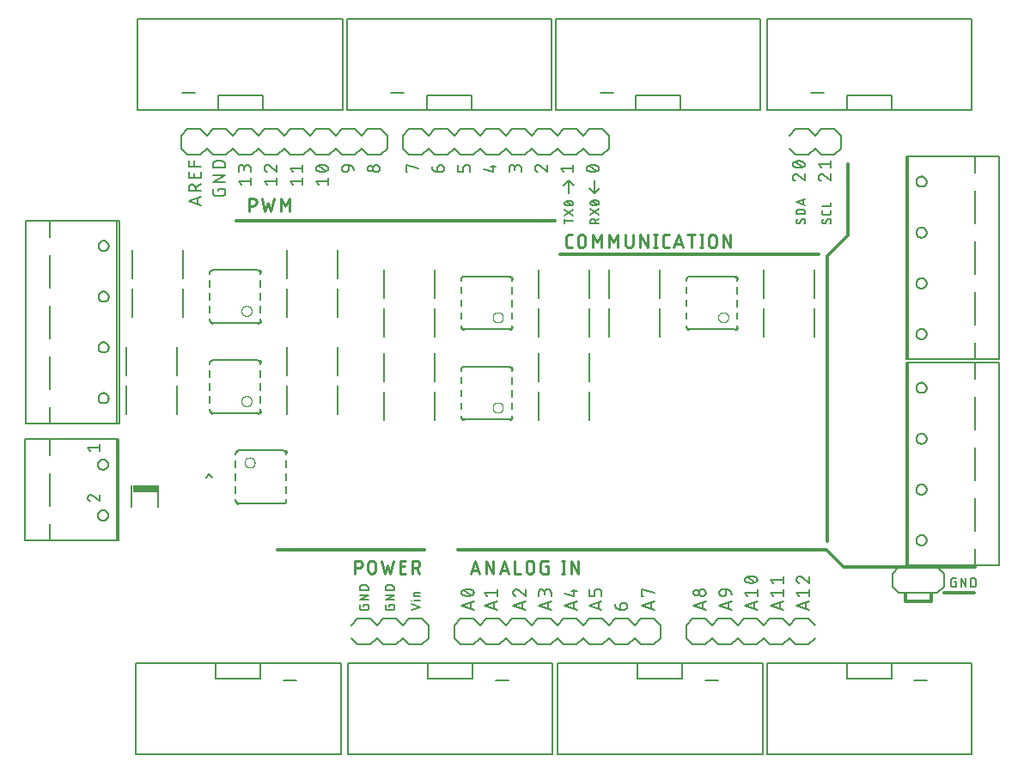
<source format=gto>
G04 EAGLE Gerber X2 export*
%TF.Part,Single*%
%TF.FileFunction,Other,Top Silkscreen*%
%TF.FilePolarity,Positive*%
%TF.GenerationSoftware,Autodesk,EAGLE,8.7.1*%
%TF.CreationDate,2018-03-29T01:53:19Z*%
G75*
%MOMM*%
%FSLAX34Y34*%
%LPD*%
%AMOC8*
5,1,8,0,0,1.08239X$1,22.5*%
G01*
%ADD10C,0.152400*%
%ADD11C,0.203200*%
%ADD12C,0.304800*%
%ADD13C,0.228600*%
%ADD14C,0.127000*%
%ADD15R,2.450000X0.675000*%
%ADD16C,0.015238*%
%ADD17C,0.050800*%


D10*
X289052Y291790D02*
X291761Y294499D01*
X294471Y291790D01*
D11*
X844550Y152400D02*
X857250Y152400D01*
X863600Y146050D01*
X863600Y133350D02*
X857250Y127000D01*
X863600Y146050D02*
X869950Y152400D01*
X882650Y152400D01*
X889000Y146050D01*
X889000Y133350D02*
X882650Y127000D01*
X869950Y127000D01*
X863600Y133350D01*
X819150Y152400D02*
X812800Y146050D01*
X819150Y152400D02*
X831850Y152400D01*
X838200Y146050D01*
X838200Y133350D02*
X831850Y127000D01*
X819150Y127000D01*
X812800Y133350D01*
X838200Y146050D02*
X844550Y152400D01*
X838200Y133350D02*
X844550Y127000D01*
X857250Y127000D01*
X781050Y152400D02*
X768350Y152400D01*
X781050Y152400D02*
X787400Y146050D01*
X787400Y133350D02*
X781050Y127000D01*
X787400Y146050D02*
X793750Y152400D01*
X806450Y152400D01*
X812800Y146050D01*
X812800Y133350D02*
X806450Y127000D01*
X793750Y127000D01*
X787400Y133350D01*
X762000Y133350D02*
X762000Y146050D01*
X768350Y152400D01*
X762000Y133350D02*
X768350Y127000D01*
X781050Y127000D01*
X869950Y635000D02*
X882650Y635000D01*
X889000Y628650D01*
X889000Y615950D02*
X882650Y609600D01*
X863600Y628650D02*
X869950Y635000D01*
X863600Y615950D02*
X869950Y609600D01*
X882650Y609600D01*
X895350Y635000D02*
X908050Y635000D01*
X914400Y628650D01*
X914400Y615950D01*
X908050Y609600D01*
X889000Y628650D02*
X895350Y635000D01*
X889000Y615950D02*
X895350Y609600D01*
X908050Y609600D01*
X704850Y152400D02*
X692150Y152400D01*
X704850Y152400D02*
X711200Y146050D01*
X711200Y133350D02*
X704850Y127000D01*
X666750Y152400D02*
X660400Y146050D01*
X666750Y152400D02*
X679450Y152400D01*
X685800Y146050D01*
X685800Y133350D02*
X679450Y127000D01*
X666750Y127000D01*
X660400Y133350D01*
X685800Y146050D02*
X692150Y152400D01*
X685800Y133350D02*
X692150Y127000D01*
X704850Y127000D01*
X628650Y152400D02*
X615950Y152400D01*
X628650Y152400D02*
X635000Y146050D01*
X635000Y133350D02*
X628650Y127000D01*
X635000Y146050D02*
X641350Y152400D01*
X654050Y152400D01*
X660400Y146050D01*
X660400Y133350D02*
X654050Y127000D01*
X641350Y127000D01*
X635000Y133350D01*
X590550Y152400D02*
X584200Y146050D01*
X590550Y152400D02*
X603250Y152400D01*
X609600Y146050D01*
X609600Y133350D02*
X603250Y127000D01*
X590550Y127000D01*
X584200Y133350D01*
X609600Y146050D02*
X615950Y152400D01*
X609600Y133350D02*
X615950Y127000D01*
X628650Y127000D01*
X552450Y152400D02*
X539750Y152400D01*
X552450Y152400D02*
X558800Y146050D01*
X558800Y133350D02*
X552450Y127000D01*
X558800Y146050D02*
X565150Y152400D01*
X577850Y152400D01*
X584200Y146050D01*
X584200Y133350D02*
X577850Y127000D01*
X565150Y127000D01*
X558800Y133350D01*
X533400Y133350D02*
X533400Y146050D01*
X539750Y152400D01*
X533400Y133350D02*
X539750Y127000D01*
X552450Y127000D01*
X717550Y152400D02*
X730250Y152400D01*
X736600Y146050D01*
X736600Y133350D01*
X730250Y127000D01*
X711200Y146050D02*
X717550Y152400D01*
X711200Y133350D02*
X717550Y127000D01*
X730250Y127000D01*
X654050Y635000D02*
X641350Y635000D01*
X654050Y635000D02*
X660400Y628650D01*
X660400Y615950D02*
X654050Y609600D01*
X615950Y635000D02*
X609600Y628650D01*
X615950Y635000D02*
X628650Y635000D01*
X635000Y628650D01*
X635000Y615950D02*
X628650Y609600D01*
X615950Y609600D01*
X609600Y615950D01*
X635000Y628650D02*
X641350Y635000D01*
X635000Y615950D02*
X641350Y609600D01*
X654050Y609600D01*
X577850Y635000D02*
X565150Y635000D01*
X577850Y635000D02*
X584200Y628650D01*
X584200Y615950D02*
X577850Y609600D01*
X584200Y628650D02*
X590550Y635000D01*
X603250Y635000D01*
X609600Y628650D01*
X609600Y615950D02*
X603250Y609600D01*
X590550Y609600D01*
X584200Y615950D01*
X539750Y635000D02*
X533400Y628650D01*
X539750Y635000D02*
X552450Y635000D01*
X558800Y628650D01*
X558800Y615950D02*
X552450Y609600D01*
X539750Y609600D01*
X533400Y615950D01*
X558800Y628650D02*
X565150Y635000D01*
X558800Y615950D02*
X565150Y609600D01*
X577850Y609600D01*
X501650Y635000D02*
X488950Y635000D01*
X501650Y635000D02*
X508000Y628650D01*
X508000Y615950D02*
X501650Y609600D01*
X508000Y628650D02*
X514350Y635000D01*
X527050Y635000D01*
X533400Y628650D01*
X533400Y615950D02*
X527050Y609600D01*
X514350Y609600D01*
X508000Y615950D01*
X482600Y615950D02*
X482600Y628650D01*
X488950Y635000D01*
X482600Y615950D02*
X488950Y609600D01*
X501650Y609600D01*
X666750Y635000D02*
X679450Y635000D01*
X685800Y628650D01*
X685800Y615950D01*
X679450Y609600D01*
X660400Y628650D02*
X666750Y635000D01*
X660400Y615950D02*
X666750Y609600D01*
X679450Y609600D01*
X435610Y635000D02*
X422910Y635000D01*
X435610Y635000D02*
X441960Y628650D01*
X441960Y615950D02*
X435610Y609600D01*
X397510Y635000D02*
X391160Y628650D01*
X397510Y635000D02*
X410210Y635000D01*
X416560Y628650D01*
X416560Y615950D02*
X410210Y609600D01*
X397510Y609600D01*
X391160Y615950D01*
X416560Y628650D02*
X422910Y635000D01*
X416560Y615950D02*
X422910Y609600D01*
X435610Y609600D01*
X359410Y635000D02*
X346710Y635000D01*
X359410Y635000D02*
X365760Y628650D01*
X365760Y615950D02*
X359410Y609600D01*
X365760Y628650D02*
X372110Y635000D01*
X384810Y635000D01*
X391160Y628650D01*
X391160Y615950D02*
X384810Y609600D01*
X372110Y609600D01*
X365760Y615950D01*
X321310Y635000D02*
X314960Y628650D01*
X321310Y635000D02*
X334010Y635000D01*
X340360Y628650D01*
X340360Y615950D02*
X334010Y609600D01*
X321310Y609600D01*
X314960Y615950D01*
X340360Y628650D02*
X346710Y635000D01*
X340360Y615950D02*
X346710Y609600D01*
X359410Y609600D01*
X283210Y635000D02*
X270510Y635000D01*
X283210Y635000D02*
X289560Y628650D01*
X289560Y615950D02*
X283210Y609600D01*
X289560Y628650D02*
X295910Y635000D01*
X308610Y635000D01*
X314960Y628650D01*
X314960Y615950D02*
X308610Y609600D01*
X295910Y609600D01*
X289560Y615950D01*
X264160Y615950D02*
X264160Y628650D01*
X270510Y635000D01*
X264160Y615950D02*
X270510Y609600D01*
X283210Y609600D01*
X448310Y635000D02*
X461010Y635000D01*
X467360Y628650D01*
X467360Y615950D01*
X461010Y609600D01*
X441960Y628650D02*
X448310Y635000D01*
X441960Y615950D02*
X448310Y609600D01*
X461010Y609600D01*
X1009650Y203200D02*
X1016000Y196850D01*
X1016000Y184150D02*
X1009650Y177800D01*
X965200Y184150D02*
X965200Y196850D01*
X971550Y203200D01*
X965200Y184150D02*
X971550Y177800D01*
X1016000Y184150D02*
X1016000Y196850D01*
X1009650Y203200D02*
X971550Y203200D01*
X971550Y177800D02*
X1009650Y177800D01*
D12*
X632460Y544830D02*
X318770Y544830D01*
X637540Y511810D02*
X892810Y511810D01*
X900684Y509778D02*
X900684Y228600D01*
X921004Y530098D02*
X921004Y600710D01*
X977900Y177038D02*
X977900Y169672D01*
X1003300Y169672D01*
X1003300Y177292D01*
X900430Y219964D02*
X537210Y219964D01*
X900430Y219964D02*
X917448Y202946D01*
X1046226Y202946D01*
X900684Y509778D02*
X921004Y530098D01*
X1016000Y177800D02*
X1045972Y177800D01*
D11*
X646430Y571500D02*
X646430Y584200D01*
X641350Y579120D01*
X646430Y584200D02*
X651510Y579120D01*
X671830Y584200D02*
X671830Y571500D01*
X676910Y576580D01*
X671830Y571500D02*
X666750Y576580D01*
D12*
X504190Y219964D02*
X359410Y219964D01*
D11*
X482600Y146050D02*
X488950Y152400D01*
X501650Y152400D01*
X508000Y146050D01*
X508000Y133350D02*
X501650Y127000D01*
X488950Y127000D01*
X482600Y133350D01*
X450850Y152400D02*
X438150Y152400D01*
X450850Y152400D02*
X457200Y146050D01*
X457200Y133350D02*
X450850Y127000D01*
X457200Y146050D02*
X463550Y152400D01*
X476250Y152400D01*
X482600Y146050D01*
X482600Y133350D02*
X476250Y127000D01*
X463550Y127000D01*
X457200Y133350D01*
X438150Y152400D02*
X431800Y146050D01*
X431800Y133350D02*
X438150Y127000D01*
X450850Y127000D01*
X508000Y133350D02*
X508000Y146050D01*
X665395Y593852D02*
X665612Y593749D01*
X665831Y593652D01*
X666053Y593560D01*
X666277Y593473D01*
X666502Y593392D01*
X666730Y593316D01*
X666959Y593245D01*
X667190Y593180D01*
X667422Y593121D01*
X667656Y593067D01*
X667891Y593019D01*
X668127Y592976D01*
X668364Y592939D01*
X668602Y592907D01*
X668840Y592882D01*
X669079Y592862D01*
X669318Y592847D01*
X669558Y592839D01*
X669798Y592836D01*
X665395Y593852D02*
X665304Y593886D01*
X665214Y593923D01*
X665126Y593963D01*
X665039Y594006D01*
X664954Y594053D01*
X664871Y594104D01*
X664790Y594157D01*
X664711Y594214D01*
X664634Y594273D01*
X664559Y594336D01*
X664488Y594401D01*
X664418Y594469D01*
X664352Y594540D01*
X664288Y594613D01*
X664227Y594688D01*
X664169Y594766D01*
X664114Y594847D01*
X664062Y594929D01*
X664014Y595013D01*
X663968Y595099D01*
X663926Y595186D01*
X663888Y595276D01*
X663853Y595366D01*
X663822Y595458D01*
X663794Y595551D01*
X663769Y595645D01*
X663749Y595740D01*
X663732Y595836D01*
X663719Y595932D01*
X663710Y596029D01*
X663704Y596126D01*
X663702Y596223D01*
X663704Y596320D01*
X663710Y596417D01*
X663719Y596514D01*
X663732Y596610D01*
X663749Y596706D01*
X663769Y596801D01*
X663794Y596895D01*
X663822Y596988D01*
X663853Y597080D01*
X663888Y597170D01*
X663926Y597260D01*
X663968Y597347D01*
X664014Y597433D01*
X664062Y597517D01*
X664114Y597599D01*
X664169Y597680D01*
X664227Y597758D01*
X664288Y597833D01*
X664352Y597906D01*
X664418Y597977D01*
X664488Y598045D01*
X664559Y598110D01*
X664634Y598173D01*
X664711Y598232D01*
X664790Y598289D01*
X664871Y598342D01*
X664954Y598393D01*
X665039Y598440D01*
X665126Y598483D01*
X665214Y598523D01*
X665304Y598560D01*
X665395Y598594D01*
X665395Y598593D02*
X665612Y598696D01*
X665831Y598793D01*
X666053Y598885D01*
X666277Y598972D01*
X666502Y599053D01*
X666730Y599129D01*
X666959Y599200D01*
X667190Y599265D01*
X667422Y599324D01*
X667656Y599378D01*
X667891Y599426D01*
X668127Y599469D01*
X668364Y599506D01*
X668602Y599538D01*
X668840Y599563D01*
X669079Y599583D01*
X669318Y599598D01*
X669558Y599606D01*
X669798Y599609D01*
X669798Y592836D02*
X670038Y592839D01*
X670278Y592847D01*
X670517Y592862D01*
X670756Y592882D01*
X670994Y592907D01*
X671232Y592939D01*
X671469Y592976D01*
X671705Y593019D01*
X671940Y593067D01*
X672174Y593121D01*
X672406Y593180D01*
X672637Y593245D01*
X672866Y593316D01*
X673094Y593392D01*
X673319Y593473D01*
X673543Y593560D01*
X673765Y593652D01*
X673984Y593749D01*
X674201Y593852D01*
X674292Y593886D01*
X674382Y593923D01*
X674470Y593963D01*
X674557Y594006D01*
X674642Y594053D01*
X674725Y594104D01*
X674806Y594157D01*
X674885Y594214D01*
X674962Y594273D01*
X675037Y594336D01*
X675108Y594401D01*
X675178Y594469D01*
X675244Y594540D01*
X675308Y594613D01*
X675369Y594688D01*
X675427Y594766D01*
X675482Y594847D01*
X675534Y594929D01*
X675582Y595013D01*
X675628Y595099D01*
X675670Y595186D01*
X675708Y595276D01*
X675743Y595366D01*
X675774Y595458D01*
X675802Y595551D01*
X675827Y595645D01*
X675847Y595740D01*
X675864Y595836D01*
X675877Y595932D01*
X675886Y596029D01*
X675892Y596126D01*
X675894Y596223D01*
X674201Y598593D02*
X673984Y598696D01*
X673765Y598793D01*
X673543Y598885D01*
X673319Y598972D01*
X673094Y599053D01*
X672866Y599129D01*
X672637Y599200D01*
X672406Y599265D01*
X672174Y599324D01*
X671940Y599378D01*
X671705Y599426D01*
X671469Y599469D01*
X671232Y599506D01*
X670994Y599538D01*
X670756Y599563D01*
X670517Y599583D01*
X670278Y599598D01*
X670038Y599606D01*
X669798Y599609D01*
X674201Y598594D02*
X674292Y598560D01*
X674382Y598523D01*
X674470Y598483D01*
X674557Y598440D01*
X674642Y598393D01*
X674725Y598342D01*
X674806Y598289D01*
X674885Y598232D01*
X674962Y598173D01*
X675037Y598110D01*
X675108Y598045D01*
X675178Y597977D01*
X675244Y597906D01*
X675308Y597833D01*
X675369Y597758D01*
X675427Y597680D01*
X675482Y597599D01*
X675534Y597517D01*
X675582Y597433D01*
X675628Y597347D01*
X675670Y597260D01*
X675708Y597170D01*
X675743Y597080D01*
X675774Y596988D01*
X675802Y596895D01*
X675827Y596801D01*
X675847Y596706D01*
X675864Y596610D01*
X675877Y596514D01*
X675886Y596417D01*
X675892Y596320D01*
X675894Y596223D01*
X673185Y593513D02*
X666411Y598932D01*
X641011Y592836D02*
X638302Y596223D01*
X650494Y596223D01*
X650494Y599609D02*
X650494Y592836D01*
X615950Y599609D02*
X615841Y599607D01*
X615733Y599601D01*
X615624Y599592D01*
X615516Y599578D01*
X615409Y599561D01*
X615302Y599539D01*
X615196Y599514D01*
X615091Y599486D01*
X614987Y599453D01*
X614885Y599417D01*
X614784Y599377D01*
X614684Y599334D01*
X614586Y599287D01*
X614489Y599236D01*
X614395Y599182D01*
X614302Y599125D01*
X614212Y599065D01*
X614123Y599001D01*
X614037Y598934D01*
X613954Y598865D01*
X613873Y598792D01*
X613795Y598716D01*
X613719Y598638D01*
X613646Y598557D01*
X613577Y598474D01*
X613510Y598388D01*
X613446Y598299D01*
X613386Y598209D01*
X613329Y598116D01*
X613275Y598022D01*
X613224Y597925D01*
X613177Y597827D01*
X613134Y597727D01*
X613094Y597626D01*
X613058Y597524D01*
X613025Y597420D01*
X612997Y597315D01*
X612972Y597209D01*
X612950Y597102D01*
X612933Y596995D01*
X612919Y596887D01*
X612910Y596778D01*
X612904Y596670D01*
X612902Y596561D01*
X612904Y596438D01*
X612910Y596315D01*
X612919Y596192D01*
X612933Y596070D01*
X612950Y595948D01*
X612971Y595827D01*
X612996Y595706D01*
X613025Y595586D01*
X613058Y595468D01*
X613094Y595350D01*
X613134Y595234D01*
X613177Y595118D01*
X613225Y595005D01*
X613275Y594892D01*
X613329Y594782D01*
X613387Y594673D01*
X613448Y594566D01*
X613513Y594461D01*
X613580Y594358D01*
X613651Y594258D01*
X613725Y594159D01*
X613802Y594063D01*
X613882Y593970D01*
X613965Y593879D01*
X614051Y593790D01*
X614139Y593705D01*
X614230Y593622D01*
X614324Y593542D01*
X614420Y593465D01*
X614519Y593391D01*
X614619Y593321D01*
X614722Y593253D01*
X614827Y593189D01*
X614934Y593128D01*
X615043Y593070D01*
X615154Y593016D01*
X615266Y592966D01*
X615380Y592919D01*
X615495Y592875D01*
X615611Y592835D01*
X618321Y598594D02*
X618243Y598673D01*
X618163Y598749D01*
X618081Y598822D01*
X617995Y598892D01*
X617908Y598960D01*
X617818Y599025D01*
X617727Y599086D01*
X617633Y599144D01*
X617537Y599200D01*
X617440Y599251D01*
X617340Y599300D01*
X617240Y599345D01*
X617137Y599387D01*
X617034Y599425D01*
X616929Y599460D01*
X616823Y599491D01*
X616716Y599519D01*
X616608Y599543D01*
X616500Y599564D01*
X616391Y599580D01*
X616281Y599593D01*
X616171Y599603D01*
X616060Y599608D01*
X615950Y599610D01*
X618321Y598593D02*
X625094Y592836D01*
X625094Y599609D01*
X599694Y596223D02*
X599694Y592836D01*
X599694Y596223D02*
X599692Y596339D01*
X599686Y596454D01*
X599676Y596569D01*
X599662Y596684D01*
X599645Y596798D01*
X599623Y596912D01*
X599598Y597025D01*
X599568Y597137D01*
X599535Y597248D01*
X599498Y597357D01*
X599458Y597466D01*
X599414Y597572D01*
X599366Y597678D01*
X599314Y597781D01*
X599259Y597883D01*
X599201Y597983D01*
X599139Y598081D01*
X599074Y598176D01*
X599006Y598270D01*
X598934Y598360D01*
X598860Y598449D01*
X598782Y598535D01*
X598702Y598618D01*
X598619Y598698D01*
X598533Y598776D01*
X598444Y598850D01*
X598354Y598922D01*
X598260Y598990D01*
X598165Y599055D01*
X598067Y599117D01*
X597967Y599175D01*
X597865Y599230D01*
X597762Y599282D01*
X597656Y599330D01*
X597550Y599374D01*
X597441Y599414D01*
X597332Y599451D01*
X597221Y599484D01*
X597109Y599514D01*
X596996Y599539D01*
X596882Y599561D01*
X596768Y599578D01*
X596653Y599592D01*
X596538Y599602D01*
X596423Y599608D01*
X596307Y599610D01*
X596191Y599608D01*
X596076Y599602D01*
X595961Y599592D01*
X595846Y599578D01*
X595732Y599561D01*
X595618Y599539D01*
X595505Y599514D01*
X595393Y599484D01*
X595282Y599451D01*
X595173Y599414D01*
X595064Y599374D01*
X594958Y599330D01*
X594852Y599282D01*
X594749Y599230D01*
X594647Y599175D01*
X594547Y599117D01*
X594449Y599055D01*
X594354Y598990D01*
X594260Y598922D01*
X594170Y598850D01*
X594081Y598776D01*
X593995Y598698D01*
X593912Y598618D01*
X593832Y598535D01*
X593754Y598449D01*
X593680Y598360D01*
X593608Y598270D01*
X593540Y598176D01*
X593475Y598081D01*
X593413Y597983D01*
X593355Y597883D01*
X593300Y597781D01*
X593248Y597678D01*
X593200Y597572D01*
X593156Y597466D01*
X593116Y597357D01*
X593079Y597248D01*
X593046Y597137D01*
X593016Y597025D01*
X592991Y596912D01*
X592969Y596798D01*
X592952Y596684D01*
X592938Y596569D01*
X592928Y596454D01*
X592922Y596339D01*
X592920Y596223D01*
X587502Y596900D02*
X587502Y592836D01*
X587502Y596900D02*
X587504Y597003D01*
X587510Y597105D01*
X587519Y597207D01*
X587533Y597309D01*
X587550Y597410D01*
X587572Y597510D01*
X587597Y597609D01*
X587625Y597708D01*
X587658Y597805D01*
X587694Y597901D01*
X587733Y597996D01*
X587777Y598089D01*
X587823Y598180D01*
X587874Y598269D01*
X587927Y598357D01*
X587984Y598442D01*
X588044Y598525D01*
X588107Y598606D01*
X588173Y598685D01*
X588242Y598760D01*
X588314Y598834D01*
X588388Y598904D01*
X588465Y598972D01*
X588545Y599036D01*
X588627Y599098D01*
X588711Y599156D01*
X588798Y599211D01*
X588886Y599263D01*
X588977Y599311D01*
X589069Y599356D01*
X589162Y599398D01*
X589258Y599436D01*
X589354Y599470D01*
X589452Y599501D01*
X589551Y599527D01*
X589651Y599551D01*
X589752Y599570D01*
X589853Y599585D01*
X589955Y599597D01*
X590057Y599605D01*
X590160Y599609D01*
X590262Y599609D01*
X590365Y599605D01*
X590467Y599597D01*
X590569Y599585D01*
X590670Y599570D01*
X590771Y599551D01*
X590871Y599527D01*
X590970Y599501D01*
X591068Y599470D01*
X591164Y599436D01*
X591260Y599398D01*
X591353Y599356D01*
X591445Y599311D01*
X591536Y599263D01*
X591624Y599211D01*
X591711Y599156D01*
X591795Y599098D01*
X591877Y599036D01*
X591957Y598972D01*
X592034Y598904D01*
X592108Y598834D01*
X592180Y598760D01*
X592249Y598685D01*
X592315Y598606D01*
X592378Y598525D01*
X592438Y598442D01*
X592495Y598357D01*
X592548Y598269D01*
X592599Y598180D01*
X592645Y598089D01*
X592689Y597996D01*
X592728Y597901D01*
X592764Y597805D01*
X592797Y597708D01*
X592825Y597609D01*
X592850Y597510D01*
X592872Y597410D01*
X592889Y597309D01*
X592903Y597207D01*
X592912Y597105D01*
X592918Y597003D01*
X592920Y596900D01*
X592921Y596900D02*
X592921Y594191D01*
X571585Y592836D02*
X562102Y595545D01*
X571585Y592836D02*
X571585Y599609D01*
X574294Y597577D02*
X568875Y597577D01*
X548894Y596900D02*
X548894Y592836D01*
X548894Y596900D02*
X548892Y597001D01*
X548886Y597102D01*
X548877Y597203D01*
X548864Y597304D01*
X548847Y597404D01*
X548826Y597503D01*
X548802Y597601D01*
X548774Y597698D01*
X548742Y597795D01*
X548707Y597890D01*
X548668Y597983D01*
X548626Y598075D01*
X548580Y598166D01*
X548531Y598255D01*
X548479Y598341D01*
X548423Y598426D01*
X548365Y598509D01*
X548303Y598589D01*
X548238Y598667D01*
X548171Y598743D01*
X548101Y598816D01*
X548028Y598886D01*
X547952Y598953D01*
X547874Y599018D01*
X547794Y599080D01*
X547711Y599138D01*
X547626Y599194D01*
X547540Y599246D01*
X547451Y599295D01*
X547360Y599341D01*
X547268Y599383D01*
X547175Y599422D01*
X547080Y599457D01*
X546983Y599489D01*
X546886Y599517D01*
X546788Y599541D01*
X546689Y599562D01*
X546589Y599579D01*
X546488Y599592D01*
X546387Y599601D01*
X546286Y599607D01*
X546185Y599609D01*
X544830Y599609D01*
X544729Y599607D01*
X544628Y599601D01*
X544527Y599592D01*
X544426Y599579D01*
X544326Y599562D01*
X544227Y599541D01*
X544129Y599517D01*
X544032Y599489D01*
X543935Y599457D01*
X543840Y599422D01*
X543747Y599383D01*
X543655Y599341D01*
X543564Y599295D01*
X543476Y599246D01*
X543389Y599194D01*
X543304Y599138D01*
X543221Y599080D01*
X543141Y599018D01*
X543063Y598953D01*
X542987Y598886D01*
X542914Y598816D01*
X542844Y598743D01*
X542777Y598667D01*
X542712Y598589D01*
X542650Y598509D01*
X542592Y598426D01*
X542536Y598341D01*
X542484Y598255D01*
X542435Y598166D01*
X542389Y598075D01*
X542347Y597983D01*
X542308Y597890D01*
X542273Y597795D01*
X542241Y597698D01*
X542213Y597601D01*
X542189Y597503D01*
X542168Y597404D01*
X542151Y597304D01*
X542138Y597203D01*
X542129Y597102D01*
X542123Y597001D01*
X542121Y596900D01*
X542121Y592836D01*
X536702Y592836D01*
X536702Y599609D01*
X516721Y596900D02*
X516721Y592836D01*
X516721Y596900D02*
X516723Y597001D01*
X516729Y597102D01*
X516738Y597203D01*
X516751Y597304D01*
X516768Y597404D01*
X516789Y597503D01*
X516813Y597601D01*
X516841Y597698D01*
X516873Y597795D01*
X516908Y597890D01*
X516947Y597983D01*
X516989Y598075D01*
X517035Y598166D01*
X517084Y598255D01*
X517136Y598341D01*
X517192Y598426D01*
X517250Y598509D01*
X517312Y598589D01*
X517377Y598667D01*
X517444Y598743D01*
X517514Y598816D01*
X517587Y598886D01*
X517663Y598953D01*
X517741Y599018D01*
X517821Y599080D01*
X517904Y599138D01*
X517989Y599194D01*
X518076Y599246D01*
X518164Y599295D01*
X518255Y599341D01*
X518347Y599383D01*
X518440Y599422D01*
X518535Y599457D01*
X518632Y599489D01*
X518729Y599517D01*
X518827Y599541D01*
X518926Y599562D01*
X519026Y599579D01*
X519127Y599592D01*
X519228Y599601D01*
X519329Y599607D01*
X519430Y599609D01*
X520107Y599609D01*
X520107Y599610D02*
X520223Y599608D01*
X520338Y599602D01*
X520453Y599592D01*
X520568Y599578D01*
X520682Y599561D01*
X520796Y599539D01*
X520909Y599514D01*
X521021Y599484D01*
X521132Y599451D01*
X521241Y599414D01*
X521350Y599374D01*
X521456Y599330D01*
X521562Y599282D01*
X521665Y599230D01*
X521767Y599175D01*
X521867Y599117D01*
X521965Y599055D01*
X522060Y598990D01*
X522154Y598922D01*
X522244Y598850D01*
X522333Y598776D01*
X522419Y598698D01*
X522502Y598618D01*
X522582Y598535D01*
X522660Y598449D01*
X522734Y598360D01*
X522806Y598270D01*
X522874Y598176D01*
X522939Y598081D01*
X523001Y597983D01*
X523059Y597883D01*
X523114Y597781D01*
X523166Y597678D01*
X523214Y597572D01*
X523258Y597466D01*
X523298Y597357D01*
X523335Y597248D01*
X523368Y597137D01*
X523398Y597025D01*
X523423Y596912D01*
X523445Y596798D01*
X523462Y596684D01*
X523476Y596569D01*
X523486Y596454D01*
X523492Y596339D01*
X523494Y596223D01*
X523492Y596107D01*
X523486Y595992D01*
X523476Y595877D01*
X523462Y595762D01*
X523445Y595648D01*
X523423Y595534D01*
X523398Y595421D01*
X523368Y595309D01*
X523335Y595198D01*
X523298Y595089D01*
X523258Y594980D01*
X523214Y594874D01*
X523166Y594768D01*
X523114Y594665D01*
X523059Y594563D01*
X523001Y594463D01*
X522939Y594365D01*
X522874Y594270D01*
X522806Y594176D01*
X522734Y594086D01*
X522660Y593997D01*
X522582Y593911D01*
X522502Y593828D01*
X522419Y593748D01*
X522333Y593670D01*
X522244Y593596D01*
X522154Y593524D01*
X522060Y593456D01*
X521965Y593391D01*
X521867Y593329D01*
X521767Y593271D01*
X521665Y593216D01*
X521562Y593164D01*
X521456Y593116D01*
X521350Y593072D01*
X521241Y593032D01*
X521132Y592995D01*
X521021Y592962D01*
X520909Y592932D01*
X520796Y592907D01*
X520682Y592885D01*
X520568Y592868D01*
X520453Y592854D01*
X520338Y592844D01*
X520223Y592838D01*
X520107Y592836D01*
X516721Y592836D01*
X516574Y592838D01*
X516428Y592844D01*
X516281Y592854D01*
X516135Y592868D01*
X515989Y592886D01*
X515844Y592907D01*
X515700Y592933D01*
X515556Y592963D01*
X515413Y592996D01*
X515271Y593034D01*
X515130Y593075D01*
X514991Y593120D01*
X514852Y593168D01*
X514715Y593221D01*
X514580Y593277D01*
X514446Y593337D01*
X514313Y593400D01*
X514183Y593467D01*
X514054Y593538D01*
X513927Y593612D01*
X513803Y593689D01*
X513680Y593770D01*
X513560Y593854D01*
X513442Y593941D01*
X513326Y594031D01*
X513213Y594125D01*
X513102Y594221D01*
X512994Y594321D01*
X512889Y594423D01*
X512787Y594528D01*
X512687Y594636D01*
X512591Y594747D01*
X512497Y594860D01*
X512407Y594976D01*
X512320Y595094D01*
X512236Y595214D01*
X512155Y595336D01*
X512078Y595461D01*
X512004Y595588D01*
X511933Y595717D01*
X511866Y595847D01*
X511803Y595980D01*
X511743Y596114D01*
X511687Y596249D01*
X511634Y596386D01*
X511586Y596525D01*
X511541Y596664D01*
X511500Y596805D01*
X511462Y596947D01*
X511429Y597090D01*
X511399Y597234D01*
X511373Y597378D01*
X511352Y597523D01*
X511334Y597669D01*
X511320Y597815D01*
X511310Y597962D01*
X511304Y598108D01*
X511302Y598255D01*
X487257Y592836D02*
X485902Y592836D01*
X485902Y599609D01*
X498094Y596223D01*
X456607Y599610D02*
X456491Y599608D01*
X456376Y599602D01*
X456261Y599592D01*
X456146Y599578D01*
X456032Y599561D01*
X455918Y599539D01*
X455805Y599514D01*
X455693Y599484D01*
X455582Y599451D01*
X455473Y599414D01*
X455364Y599374D01*
X455258Y599330D01*
X455152Y599282D01*
X455049Y599230D01*
X454947Y599175D01*
X454847Y599117D01*
X454749Y599055D01*
X454654Y598990D01*
X454560Y598922D01*
X454470Y598850D01*
X454381Y598776D01*
X454295Y598698D01*
X454212Y598618D01*
X454132Y598535D01*
X454054Y598449D01*
X453980Y598360D01*
X453908Y598270D01*
X453840Y598176D01*
X453775Y598081D01*
X453713Y597983D01*
X453655Y597883D01*
X453600Y597781D01*
X453548Y597678D01*
X453500Y597572D01*
X453456Y597466D01*
X453416Y597357D01*
X453379Y597248D01*
X453346Y597137D01*
X453316Y597025D01*
X453291Y596912D01*
X453269Y596798D01*
X453252Y596684D01*
X453238Y596569D01*
X453228Y596454D01*
X453222Y596339D01*
X453220Y596223D01*
X453222Y596107D01*
X453228Y595992D01*
X453238Y595877D01*
X453252Y595762D01*
X453269Y595648D01*
X453291Y595534D01*
X453316Y595421D01*
X453346Y595309D01*
X453379Y595198D01*
X453416Y595089D01*
X453456Y594980D01*
X453500Y594874D01*
X453548Y594768D01*
X453600Y594665D01*
X453655Y594563D01*
X453713Y594463D01*
X453775Y594365D01*
X453840Y594270D01*
X453908Y594176D01*
X453980Y594086D01*
X454054Y593997D01*
X454132Y593911D01*
X454212Y593828D01*
X454295Y593748D01*
X454381Y593670D01*
X454470Y593596D01*
X454560Y593524D01*
X454654Y593456D01*
X454749Y593391D01*
X454847Y593329D01*
X454947Y593271D01*
X455049Y593216D01*
X455152Y593164D01*
X455258Y593116D01*
X455364Y593072D01*
X455473Y593032D01*
X455582Y592995D01*
X455693Y592962D01*
X455805Y592932D01*
X455918Y592907D01*
X456032Y592885D01*
X456146Y592868D01*
X456261Y592854D01*
X456376Y592844D01*
X456491Y592838D01*
X456607Y592836D01*
X456723Y592838D01*
X456838Y592844D01*
X456953Y592854D01*
X457068Y592868D01*
X457182Y592885D01*
X457296Y592907D01*
X457409Y592932D01*
X457521Y592962D01*
X457632Y592995D01*
X457741Y593032D01*
X457850Y593072D01*
X457956Y593116D01*
X458062Y593164D01*
X458165Y593216D01*
X458267Y593271D01*
X458367Y593329D01*
X458465Y593391D01*
X458560Y593456D01*
X458654Y593524D01*
X458744Y593596D01*
X458833Y593670D01*
X458919Y593748D01*
X459002Y593828D01*
X459082Y593911D01*
X459160Y593997D01*
X459234Y594086D01*
X459306Y594176D01*
X459374Y594270D01*
X459439Y594365D01*
X459501Y594463D01*
X459559Y594563D01*
X459614Y594665D01*
X459666Y594768D01*
X459714Y594874D01*
X459758Y594980D01*
X459798Y595089D01*
X459835Y595198D01*
X459868Y595309D01*
X459898Y595421D01*
X459923Y595534D01*
X459945Y595648D01*
X459962Y595762D01*
X459976Y595877D01*
X459986Y595992D01*
X459992Y596107D01*
X459994Y596223D01*
X459992Y596339D01*
X459986Y596454D01*
X459976Y596569D01*
X459962Y596684D01*
X459945Y596798D01*
X459923Y596912D01*
X459898Y597025D01*
X459868Y597137D01*
X459835Y597248D01*
X459798Y597357D01*
X459758Y597466D01*
X459714Y597572D01*
X459666Y597678D01*
X459614Y597781D01*
X459559Y597883D01*
X459501Y597983D01*
X459439Y598081D01*
X459374Y598176D01*
X459306Y598270D01*
X459234Y598360D01*
X459160Y598449D01*
X459082Y598535D01*
X459002Y598618D01*
X458919Y598698D01*
X458833Y598776D01*
X458744Y598850D01*
X458654Y598922D01*
X458560Y598990D01*
X458465Y599055D01*
X458367Y599117D01*
X458267Y599175D01*
X458165Y599230D01*
X458062Y599282D01*
X457956Y599330D01*
X457850Y599374D01*
X457741Y599414D01*
X457632Y599451D01*
X457521Y599484D01*
X457409Y599514D01*
X457296Y599539D01*
X457182Y599561D01*
X457068Y599578D01*
X456953Y599592D01*
X456838Y599602D01*
X456723Y599608D01*
X456607Y599610D01*
X450511Y598932D02*
X450408Y598930D01*
X450306Y598924D01*
X450204Y598915D01*
X450102Y598901D01*
X450001Y598884D01*
X449901Y598862D01*
X449802Y598837D01*
X449703Y598809D01*
X449606Y598776D01*
X449510Y598740D01*
X449415Y598701D01*
X449322Y598657D01*
X449231Y598611D01*
X449142Y598560D01*
X449054Y598507D01*
X448969Y598450D01*
X448886Y598390D01*
X448805Y598327D01*
X448726Y598261D01*
X448651Y598192D01*
X448577Y598120D01*
X448507Y598046D01*
X448439Y597969D01*
X448375Y597889D01*
X448313Y597807D01*
X448255Y597723D01*
X448200Y597636D01*
X448148Y597548D01*
X448100Y597457D01*
X448055Y597365D01*
X448013Y597272D01*
X447975Y597176D01*
X447941Y597080D01*
X447910Y596982D01*
X447884Y596883D01*
X447860Y596783D01*
X447841Y596682D01*
X447826Y596581D01*
X447814Y596479D01*
X447806Y596377D01*
X447802Y596274D01*
X447802Y596172D01*
X447806Y596069D01*
X447814Y595967D01*
X447826Y595865D01*
X447841Y595764D01*
X447860Y595663D01*
X447884Y595563D01*
X447910Y595464D01*
X447941Y595366D01*
X447975Y595270D01*
X448013Y595174D01*
X448055Y595081D01*
X448100Y594989D01*
X448148Y594898D01*
X448200Y594810D01*
X448255Y594723D01*
X448313Y594639D01*
X448375Y594557D01*
X448439Y594477D01*
X448507Y594400D01*
X448577Y594326D01*
X448651Y594254D01*
X448726Y594185D01*
X448805Y594119D01*
X448886Y594056D01*
X448969Y593996D01*
X449054Y593939D01*
X449142Y593886D01*
X449231Y593835D01*
X449322Y593789D01*
X449415Y593745D01*
X449510Y593706D01*
X449606Y593670D01*
X449703Y593637D01*
X449802Y593609D01*
X449901Y593584D01*
X450001Y593562D01*
X450102Y593545D01*
X450204Y593531D01*
X450306Y593522D01*
X450408Y593516D01*
X450511Y593514D01*
X450614Y593516D01*
X450716Y593522D01*
X450818Y593531D01*
X450920Y593545D01*
X451021Y593562D01*
X451121Y593584D01*
X451220Y593609D01*
X451319Y593637D01*
X451416Y593670D01*
X451512Y593706D01*
X451607Y593745D01*
X451700Y593789D01*
X451791Y593835D01*
X451880Y593886D01*
X451968Y593939D01*
X452053Y593996D01*
X452136Y594056D01*
X452217Y594119D01*
X452296Y594185D01*
X452371Y594254D01*
X452445Y594326D01*
X452515Y594400D01*
X452583Y594477D01*
X452647Y594557D01*
X452709Y594639D01*
X452767Y594723D01*
X452822Y594810D01*
X452874Y594898D01*
X452922Y594989D01*
X452967Y595081D01*
X453009Y595174D01*
X453047Y595270D01*
X453081Y595366D01*
X453112Y595464D01*
X453138Y595563D01*
X453162Y595663D01*
X453181Y595764D01*
X453196Y595865D01*
X453208Y595967D01*
X453216Y596069D01*
X453220Y596172D01*
X453220Y596274D01*
X453216Y596377D01*
X453208Y596479D01*
X453196Y596581D01*
X453181Y596682D01*
X453162Y596783D01*
X453138Y596883D01*
X453112Y596982D01*
X453081Y597080D01*
X453047Y597176D01*
X453009Y597272D01*
X452967Y597365D01*
X452922Y597457D01*
X452874Y597548D01*
X452822Y597636D01*
X452767Y597723D01*
X452709Y597807D01*
X452647Y597889D01*
X452583Y597969D01*
X452515Y598046D01*
X452445Y598120D01*
X452371Y598192D01*
X452296Y598261D01*
X452217Y598327D01*
X452136Y598390D01*
X452053Y598450D01*
X451968Y598507D01*
X451880Y598560D01*
X451791Y598611D01*
X451700Y598657D01*
X451607Y598701D01*
X451512Y598740D01*
X451416Y598776D01*
X451319Y598809D01*
X451220Y598837D01*
X451121Y598862D01*
X451021Y598884D01*
X450920Y598901D01*
X450818Y598915D01*
X450716Y598924D01*
X450614Y598930D01*
X450511Y598932D01*
X429175Y599609D02*
X429175Y595545D01*
X429173Y595444D01*
X429167Y595343D01*
X429158Y595242D01*
X429145Y595141D01*
X429128Y595041D01*
X429107Y594942D01*
X429083Y594844D01*
X429055Y594747D01*
X429023Y594650D01*
X428988Y594555D01*
X428949Y594462D01*
X428907Y594370D01*
X428861Y594279D01*
X428812Y594191D01*
X428760Y594104D01*
X428704Y594019D01*
X428646Y593936D01*
X428584Y593856D01*
X428519Y593778D01*
X428452Y593702D01*
X428382Y593629D01*
X428309Y593559D01*
X428233Y593492D01*
X428155Y593427D01*
X428075Y593365D01*
X427992Y593307D01*
X427907Y593251D01*
X427821Y593199D01*
X427732Y593150D01*
X427641Y593104D01*
X427549Y593062D01*
X427456Y593023D01*
X427361Y592988D01*
X427264Y592956D01*
X427167Y592928D01*
X427069Y592904D01*
X426970Y592883D01*
X426870Y592866D01*
X426769Y592853D01*
X426668Y592844D01*
X426567Y592838D01*
X426466Y592836D01*
X425789Y592836D01*
X425673Y592838D01*
X425558Y592844D01*
X425443Y592854D01*
X425328Y592868D01*
X425214Y592885D01*
X425100Y592907D01*
X424987Y592932D01*
X424875Y592962D01*
X424764Y592995D01*
X424655Y593032D01*
X424546Y593072D01*
X424440Y593116D01*
X424334Y593164D01*
X424231Y593216D01*
X424129Y593271D01*
X424029Y593329D01*
X423931Y593391D01*
X423836Y593456D01*
X423742Y593524D01*
X423652Y593596D01*
X423563Y593670D01*
X423477Y593748D01*
X423394Y593828D01*
X423314Y593911D01*
X423236Y593997D01*
X423162Y594086D01*
X423090Y594176D01*
X423022Y594270D01*
X422957Y594365D01*
X422895Y594463D01*
X422837Y594563D01*
X422782Y594665D01*
X422730Y594768D01*
X422682Y594874D01*
X422638Y594980D01*
X422598Y595089D01*
X422561Y595198D01*
X422528Y595309D01*
X422498Y595421D01*
X422473Y595534D01*
X422451Y595648D01*
X422434Y595762D01*
X422420Y595877D01*
X422410Y595992D01*
X422404Y596107D01*
X422402Y596223D01*
X422404Y596339D01*
X422410Y596454D01*
X422420Y596569D01*
X422434Y596684D01*
X422451Y596798D01*
X422473Y596912D01*
X422498Y597025D01*
X422528Y597137D01*
X422561Y597248D01*
X422598Y597357D01*
X422638Y597466D01*
X422682Y597572D01*
X422730Y597678D01*
X422782Y597781D01*
X422837Y597883D01*
X422895Y597983D01*
X422957Y598081D01*
X423022Y598176D01*
X423090Y598270D01*
X423162Y598360D01*
X423236Y598449D01*
X423314Y598535D01*
X423394Y598618D01*
X423477Y598698D01*
X423563Y598776D01*
X423652Y598850D01*
X423742Y598922D01*
X423836Y598990D01*
X423931Y599055D01*
X424029Y599117D01*
X424129Y599175D01*
X424231Y599230D01*
X424334Y599282D01*
X424440Y599330D01*
X424546Y599374D01*
X424655Y599414D01*
X424764Y599451D01*
X424875Y599484D01*
X424987Y599514D01*
X425100Y599539D01*
X425214Y599561D01*
X425328Y599578D01*
X425443Y599592D01*
X425558Y599602D01*
X425673Y599608D01*
X425789Y599610D01*
X425789Y599609D02*
X429175Y599609D01*
X429175Y599610D02*
X429319Y599608D01*
X429463Y599602D01*
X429607Y599593D01*
X429751Y599579D01*
X429894Y599562D01*
X430037Y599541D01*
X430179Y599516D01*
X430320Y599488D01*
X430461Y599455D01*
X430601Y599419D01*
X430739Y599379D01*
X430877Y599336D01*
X431013Y599289D01*
X431148Y599238D01*
X431282Y599184D01*
X431414Y599126D01*
X431545Y599064D01*
X431674Y599000D01*
X431801Y598931D01*
X431926Y598860D01*
X432049Y598785D01*
X432171Y598707D01*
X432290Y598625D01*
X432407Y598541D01*
X432521Y598453D01*
X432634Y598363D01*
X432743Y598269D01*
X432851Y598173D01*
X432955Y598073D01*
X433057Y597971D01*
X433157Y597867D01*
X433253Y597759D01*
X433347Y597650D01*
X433437Y597537D01*
X433525Y597423D01*
X433609Y597306D01*
X433691Y597187D01*
X433769Y597065D01*
X433844Y596942D01*
X433915Y596817D01*
X433984Y596690D01*
X434048Y596561D01*
X434110Y596430D01*
X434168Y596298D01*
X434222Y596164D01*
X434273Y596029D01*
X434320Y595893D01*
X434363Y595755D01*
X434403Y595617D01*
X434439Y595477D01*
X434472Y595336D01*
X434500Y595195D01*
X434525Y595053D01*
X434546Y594910D01*
X434563Y594767D01*
X434577Y594623D01*
X434586Y594479D01*
X434592Y594335D01*
X434594Y594191D01*
X399711Y580136D02*
X397002Y583523D01*
X409194Y583523D01*
X409194Y586909D02*
X409194Y580136D01*
X403098Y592938D02*
X402858Y592941D01*
X402618Y592949D01*
X402379Y592964D01*
X402140Y592984D01*
X401902Y593009D01*
X401664Y593041D01*
X401427Y593078D01*
X401191Y593121D01*
X400956Y593169D01*
X400722Y593223D01*
X400490Y593282D01*
X400259Y593347D01*
X400030Y593418D01*
X399802Y593494D01*
X399577Y593575D01*
X399353Y593662D01*
X399131Y593754D01*
X398912Y593851D01*
X398695Y593954D01*
X398695Y593953D02*
X398604Y593987D01*
X398514Y594024D01*
X398426Y594064D01*
X398339Y594107D01*
X398254Y594154D01*
X398171Y594205D01*
X398090Y594258D01*
X398011Y594315D01*
X397934Y594374D01*
X397859Y594437D01*
X397788Y594502D01*
X397718Y594570D01*
X397652Y594641D01*
X397588Y594714D01*
X397527Y594789D01*
X397469Y594867D01*
X397414Y594948D01*
X397362Y595030D01*
X397314Y595114D01*
X397268Y595200D01*
X397226Y595287D01*
X397188Y595377D01*
X397153Y595467D01*
X397122Y595559D01*
X397094Y595652D01*
X397069Y595746D01*
X397049Y595841D01*
X397032Y595937D01*
X397019Y596033D01*
X397010Y596130D01*
X397004Y596227D01*
X397002Y596324D01*
X397004Y596421D01*
X397010Y596518D01*
X397019Y596615D01*
X397032Y596711D01*
X397049Y596807D01*
X397069Y596902D01*
X397094Y596996D01*
X397122Y597089D01*
X397153Y597181D01*
X397188Y597271D01*
X397226Y597361D01*
X397268Y597448D01*
X397314Y597534D01*
X397362Y597618D01*
X397414Y597700D01*
X397469Y597781D01*
X397527Y597859D01*
X397588Y597934D01*
X397652Y598007D01*
X397718Y598078D01*
X397788Y598146D01*
X397859Y598211D01*
X397934Y598274D01*
X398011Y598333D01*
X398090Y598390D01*
X398171Y598443D01*
X398254Y598494D01*
X398339Y598541D01*
X398426Y598584D01*
X398514Y598624D01*
X398604Y598661D01*
X398695Y598695D01*
X398912Y598798D01*
X399131Y598895D01*
X399353Y598987D01*
X399577Y599074D01*
X399802Y599155D01*
X400030Y599231D01*
X400259Y599302D01*
X400490Y599367D01*
X400722Y599426D01*
X400956Y599480D01*
X401191Y599528D01*
X401427Y599571D01*
X401664Y599608D01*
X401902Y599640D01*
X402140Y599665D01*
X402379Y599685D01*
X402618Y599700D01*
X402858Y599708D01*
X403098Y599711D01*
X403098Y592938D02*
X403338Y592941D01*
X403578Y592949D01*
X403817Y592964D01*
X404056Y592984D01*
X404294Y593009D01*
X404532Y593041D01*
X404769Y593078D01*
X405005Y593121D01*
X405240Y593169D01*
X405474Y593223D01*
X405706Y593282D01*
X405937Y593347D01*
X406166Y593418D01*
X406394Y593494D01*
X406619Y593575D01*
X406843Y593662D01*
X407065Y593754D01*
X407284Y593851D01*
X407501Y593954D01*
X407501Y593953D02*
X407592Y593987D01*
X407682Y594024D01*
X407770Y594064D01*
X407857Y594107D01*
X407942Y594154D01*
X408025Y594205D01*
X408106Y594258D01*
X408185Y594315D01*
X408262Y594374D01*
X408337Y594437D01*
X408408Y594502D01*
X408478Y594570D01*
X408544Y594641D01*
X408608Y594714D01*
X408669Y594789D01*
X408727Y594867D01*
X408782Y594948D01*
X408834Y595030D01*
X408882Y595114D01*
X408928Y595200D01*
X408970Y595287D01*
X409008Y595377D01*
X409043Y595467D01*
X409074Y595559D01*
X409102Y595652D01*
X409127Y595746D01*
X409147Y595841D01*
X409164Y595937D01*
X409177Y596033D01*
X409186Y596130D01*
X409192Y596227D01*
X409194Y596324D01*
X407501Y598695D02*
X407284Y598798D01*
X407065Y598895D01*
X406843Y598987D01*
X406619Y599074D01*
X406394Y599155D01*
X406166Y599231D01*
X405937Y599302D01*
X405706Y599367D01*
X405474Y599426D01*
X405240Y599480D01*
X405005Y599528D01*
X404769Y599571D01*
X404532Y599608D01*
X404294Y599640D01*
X404056Y599665D01*
X403817Y599685D01*
X403578Y599700D01*
X403338Y599708D01*
X403098Y599711D01*
X407501Y598695D02*
X407592Y598661D01*
X407682Y598624D01*
X407770Y598584D01*
X407857Y598541D01*
X407942Y598494D01*
X408025Y598443D01*
X408106Y598390D01*
X408185Y598333D01*
X408262Y598274D01*
X408337Y598211D01*
X408408Y598146D01*
X408478Y598078D01*
X408544Y598007D01*
X408608Y597934D01*
X408669Y597859D01*
X408727Y597781D01*
X408782Y597700D01*
X408834Y597618D01*
X408882Y597534D01*
X408928Y597448D01*
X408970Y597361D01*
X409008Y597271D01*
X409043Y597181D01*
X409074Y597089D01*
X409102Y596996D01*
X409127Y596902D01*
X409147Y596807D01*
X409164Y596711D01*
X409177Y596615D01*
X409186Y596518D01*
X409192Y596421D01*
X409194Y596324D01*
X406485Y593615D02*
X399711Y599034D01*
X374311Y580136D02*
X371602Y583523D01*
X383794Y583523D01*
X383794Y586909D02*
X383794Y580136D01*
X374311Y592938D02*
X371602Y596324D01*
X383794Y596324D01*
X383794Y592938D02*
X383794Y599711D01*
X348911Y580136D02*
X346202Y583523D01*
X358394Y583523D01*
X358394Y586909D02*
X358394Y580136D01*
X346202Y596663D02*
X346204Y596772D01*
X346210Y596880D01*
X346219Y596989D01*
X346233Y597097D01*
X346250Y597204D01*
X346272Y597311D01*
X346297Y597417D01*
X346325Y597522D01*
X346358Y597626D01*
X346394Y597728D01*
X346434Y597829D01*
X346477Y597929D01*
X346524Y598027D01*
X346575Y598124D01*
X346629Y598218D01*
X346686Y598311D01*
X346746Y598401D01*
X346810Y598490D01*
X346877Y598576D01*
X346946Y598659D01*
X347019Y598740D01*
X347095Y598818D01*
X347173Y598894D01*
X347254Y598967D01*
X347337Y599036D01*
X347423Y599103D01*
X347512Y599167D01*
X347602Y599227D01*
X347695Y599284D01*
X347789Y599338D01*
X347886Y599389D01*
X347984Y599436D01*
X348084Y599479D01*
X348185Y599519D01*
X348287Y599555D01*
X348391Y599588D01*
X348496Y599616D01*
X348602Y599641D01*
X348709Y599663D01*
X348816Y599680D01*
X348924Y599694D01*
X349033Y599703D01*
X349141Y599709D01*
X349250Y599711D01*
X346202Y596663D02*
X346204Y596540D01*
X346210Y596417D01*
X346219Y596294D01*
X346233Y596172D01*
X346250Y596050D01*
X346271Y595929D01*
X346296Y595808D01*
X346325Y595688D01*
X346358Y595570D01*
X346394Y595452D01*
X346434Y595336D01*
X346477Y595220D01*
X346525Y595107D01*
X346575Y594994D01*
X346629Y594884D01*
X346687Y594775D01*
X346748Y594668D01*
X346813Y594563D01*
X346880Y594460D01*
X346951Y594360D01*
X347025Y594261D01*
X347102Y594165D01*
X347182Y594072D01*
X347265Y593981D01*
X347351Y593892D01*
X347439Y593807D01*
X347530Y593724D01*
X347624Y593644D01*
X347720Y593567D01*
X347819Y593493D01*
X347919Y593423D01*
X348022Y593355D01*
X348127Y593291D01*
X348234Y593230D01*
X348343Y593172D01*
X348454Y593118D01*
X348566Y593068D01*
X348680Y593021D01*
X348795Y592977D01*
X348911Y592937D01*
X351621Y598695D02*
X351543Y598774D01*
X351463Y598850D01*
X351381Y598923D01*
X351295Y598993D01*
X351208Y599061D01*
X351118Y599126D01*
X351027Y599187D01*
X350933Y599245D01*
X350837Y599301D01*
X350740Y599352D01*
X350640Y599401D01*
X350540Y599446D01*
X350437Y599488D01*
X350334Y599526D01*
X350229Y599561D01*
X350123Y599592D01*
X350016Y599620D01*
X349908Y599644D01*
X349800Y599665D01*
X349691Y599681D01*
X349581Y599694D01*
X349471Y599704D01*
X349360Y599709D01*
X349250Y599711D01*
X351621Y598695D02*
X358394Y592938D01*
X358394Y599711D01*
X323511Y580136D02*
X320802Y583523D01*
X332994Y583523D01*
X332994Y586909D02*
X332994Y580136D01*
X332994Y592938D02*
X332994Y596324D01*
X332992Y596440D01*
X332986Y596555D01*
X332976Y596670D01*
X332962Y596785D01*
X332945Y596899D01*
X332923Y597013D01*
X332898Y597126D01*
X332868Y597238D01*
X332835Y597349D01*
X332798Y597458D01*
X332758Y597567D01*
X332714Y597673D01*
X332666Y597779D01*
X332614Y597882D01*
X332559Y597984D01*
X332501Y598084D01*
X332439Y598182D01*
X332374Y598277D01*
X332306Y598371D01*
X332234Y598461D01*
X332160Y598550D01*
X332082Y598636D01*
X332002Y598719D01*
X331919Y598799D01*
X331833Y598877D01*
X331744Y598951D01*
X331654Y599023D01*
X331560Y599091D01*
X331465Y599156D01*
X331367Y599218D01*
X331267Y599276D01*
X331165Y599331D01*
X331062Y599383D01*
X330956Y599431D01*
X330850Y599475D01*
X330741Y599515D01*
X330632Y599552D01*
X330521Y599585D01*
X330409Y599615D01*
X330296Y599640D01*
X330182Y599662D01*
X330068Y599679D01*
X329953Y599693D01*
X329838Y599703D01*
X329723Y599709D01*
X329607Y599711D01*
X329491Y599709D01*
X329376Y599703D01*
X329261Y599693D01*
X329146Y599679D01*
X329032Y599662D01*
X328918Y599640D01*
X328805Y599615D01*
X328693Y599585D01*
X328582Y599552D01*
X328473Y599515D01*
X328364Y599475D01*
X328258Y599431D01*
X328152Y599383D01*
X328049Y599331D01*
X327947Y599276D01*
X327847Y599218D01*
X327749Y599156D01*
X327654Y599091D01*
X327560Y599023D01*
X327470Y598951D01*
X327381Y598877D01*
X327295Y598799D01*
X327212Y598719D01*
X327132Y598636D01*
X327054Y598550D01*
X326980Y598461D01*
X326908Y598371D01*
X326840Y598277D01*
X326775Y598182D01*
X326713Y598084D01*
X326655Y597984D01*
X326600Y597882D01*
X326548Y597779D01*
X326500Y597673D01*
X326456Y597567D01*
X326416Y597458D01*
X326379Y597349D01*
X326346Y597238D01*
X326316Y597126D01*
X326291Y597013D01*
X326269Y596899D01*
X326252Y596785D01*
X326238Y596670D01*
X326228Y596555D01*
X326222Y596440D01*
X326220Y596324D01*
X320802Y597002D02*
X320802Y592938D01*
X320802Y597002D02*
X320804Y597105D01*
X320810Y597207D01*
X320819Y597309D01*
X320833Y597411D01*
X320850Y597512D01*
X320872Y597612D01*
X320897Y597711D01*
X320925Y597810D01*
X320958Y597907D01*
X320994Y598003D01*
X321033Y598098D01*
X321077Y598191D01*
X321123Y598282D01*
X321174Y598371D01*
X321227Y598459D01*
X321284Y598544D01*
X321344Y598627D01*
X321407Y598708D01*
X321473Y598787D01*
X321542Y598862D01*
X321614Y598936D01*
X321688Y599006D01*
X321765Y599074D01*
X321845Y599138D01*
X321927Y599200D01*
X322011Y599258D01*
X322098Y599313D01*
X322186Y599365D01*
X322277Y599413D01*
X322369Y599458D01*
X322462Y599500D01*
X322558Y599538D01*
X322654Y599572D01*
X322752Y599603D01*
X322851Y599629D01*
X322951Y599653D01*
X323052Y599672D01*
X323153Y599687D01*
X323255Y599699D01*
X323357Y599707D01*
X323460Y599711D01*
X323562Y599711D01*
X323665Y599707D01*
X323767Y599699D01*
X323869Y599687D01*
X323970Y599672D01*
X324071Y599653D01*
X324171Y599629D01*
X324270Y599603D01*
X324368Y599572D01*
X324464Y599538D01*
X324560Y599500D01*
X324653Y599458D01*
X324745Y599413D01*
X324836Y599365D01*
X324924Y599313D01*
X325011Y599258D01*
X325095Y599200D01*
X325177Y599138D01*
X325257Y599074D01*
X325334Y599006D01*
X325408Y598936D01*
X325480Y598862D01*
X325549Y598787D01*
X325615Y598708D01*
X325678Y598627D01*
X325738Y598544D01*
X325795Y598459D01*
X325848Y598371D01*
X325899Y598282D01*
X325945Y598191D01*
X325989Y598098D01*
X326028Y598003D01*
X326064Y597907D01*
X326097Y597810D01*
X326125Y597711D01*
X326150Y597612D01*
X326172Y597512D01*
X326189Y597411D01*
X326203Y597309D01*
X326212Y597207D01*
X326218Y597105D01*
X326220Y597002D01*
X326221Y597002D02*
X326221Y594292D01*
X866902Y587671D02*
X866904Y587780D01*
X866910Y587888D01*
X866919Y587997D01*
X866933Y588105D01*
X866950Y588212D01*
X866972Y588319D01*
X866997Y588425D01*
X867025Y588530D01*
X867058Y588634D01*
X867094Y588736D01*
X867134Y588837D01*
X867177Y588937D01*
X867224Y589035D01*
X867275Y589132D01*
X867329Y589226D01*
X867386Y589319D01*
X867446Y589409D01*
X867510Y589498D01*
X867577Y589584D01*
X867646Y589667D01*
X867719Y589748D01*
X867795Y589826D01*
X867873Y589902D01*
X867954Y589975D01*
X868037Y590044D01*
X868123Y590111D01*
X868212Y590175D01*
X868302Y590235D01*
X868395Y590292D01*
X868489Y590346D01*
X868586Y590397D01*
X868684Y590444D01*
X868784Y590487D01*
X868885Y590527D01*
X868987Y590563D01*
X869091Y590596D01*
X869196Y590624D01*
X869302Y590649D01*
X869409Y590671D01*
X869516Y590688D01*
X869624Y590702D01*
X869733Y590711D01*
X869841Y590717D01*
X869950Y590719D01*
X866902Y587671D02*
X866904Y587548D01*
X866910Y587425D01*
X866919Y587302D01*
X866933Y587180D01*
X866950Y587058D01*
X866971Y586937D01*
X866996Y586816D01*
X867025Y586696D01*
X867058Y586578D01*
X867094Y586460D01*
X867134Y586344D01*
X867177Y586228D01*
X867225Y586115D01*
X867275Y586002D01*
X867329Y585892D01*
X867387Y585783D01*
X867448Y585676D01*
X867513Y585571D01*
X867580Y585468D01*
X867651Y585368D01*
X867725Y585269D01*
X867802Y585173D01*
X867882Y585080D01*
X867965Y584989D01*
X868051Y584900D01*
X868139Y584815D01*
X868230Y584732D01*
X868324Y584652D01*
X868420Y584575D01*
X868519Y584501D01*
X868619Y584431D01*
X868722Y584363D01*
X868827Y584299D01*
X868934Y584238D01*
X869043Y584180D01*
X869154Y584126D01*
X869266Y584076D01*
X869380Y584029D01*
X869495Y583985D01*
X869611Y583945D01*
X872321Y589704D02*
X872243Y589783D01*
X872163Y589859D01*
X872081Y589932D01*
X871995Y590002D01*
X871908Y590070D01*
X871818Y590135D01*
X871727Y590196D01*
X871633Y590254D01*
X871537Y590310D01*
X871440Y590361D01*
X871340Y590410D01*
X871240Y590455D01*
X871137Y590497D01*
X871034Y590535D01*
X870929Y590570D01*
X870823Y590601D01*
X870716Y590629D01*
X870608Y590653D01*
X870500Y590674D01*
X870391Y590690D01*
X870281Y590703D01*
X870171Y590713D01*
X870060Y590718D01*
X869950Y590720D01*
X872321Y589703D02*
X879094Y583946D01*
X879094Y590719D01*
X872998Y596748D02*
X872758Y596751D01*
X872518Y596759D01*
X872279Y596774D01*
X872040Y596794D01*
X871802Y596819D01*
X871564Y596851D01*
X871327Y596888D01*
X871091Y596931D01*
X870856Y596979D01*
X870622Y597033D01*
X870390Y597092D01*
X870159Y597157D01*
X869930Y597228D01*
X869702Y597304D01*
X869477Y597385D01*
X869253Y597472D01*
X869031Y597564D01*
X868812Y597661D01*
X868595Y597764D01*
X868595Y597763D02*
X868504Y597797D01*
X868414Y597834D01*
X868326Y597874D01*
X868239Y597917D01*
X868154Y597964D01*
X868071Y598015D01*
X867990Y598068D01*
X867911Y598125D01*
X867834Y598184D01*
X867759Y598247D01*
X867688Y598312D01*
X867618Y598380D01*
X867552Y598451D01*
X867488Y598524D01*
X867427Y598599D01*
X867369Y598677D01*
X867314Y598758D01*
X867262Y598840D01*
X867214Y598924D01*
X867168Y599010D01*
X867126Y599097D01*
X867088Y599187D01*
X867053Y599277D01*
X867022Y599369D01*
X866994Y599462D01*
X866969Y599556D01*
X866949Y599651D01*
X866932Y599747D01*
X866919Y599843D01*
X866910Y599940D01*
X866904Y600037D01*
X866902Y600134D01*
X866904Y600231D01*
X866910Y600328D01*
X866919Y600425D01*
X866932Y600521D01*
X866949Y600617D01*
X866969Y600712D01*
X866994Y600806D01*
X867022Y600899D01*
X867053Y600991D01*
X867088Y601081D01*
X867126Y601171D01*
X867168Y601258D01*
X867214Y601344D01*
X867262Y601428D01*
X867314Y601510D01*
X867369Y601591D01*
X867427Y601669D01*
X867488Y601744D01*
X867552Y601817D01*
X867618Y601888D01*
X867688Y601956D01*
X867759Y602021D01*
X867834Y602084D01*
X867911Y602143D01*
X867990Y602200D01*
X868071Y602253D01*
X868154Y602304D01*
X868239Y602351D01*
X868326Y602394D01*
X868414Y602434D01*
X868504Y602471D01*
X868595Y602505D01*
X868812Y602608D01*
X869031Y602705D01*
X869253Y602797D01*
X869477Y602884D01*
X869702Y602965D01*
X869930Y603041D01*
X870159Y603112D01*
X870390Y603177D01*
X870622Y603236D01*
X870856Y603290D01*
X871091Y603338D01*
X871327Y603381D01*
X871564Y603418D01*
X871802Y603450D01*
X872040Y603475D01*
X872279Y603495D01*
X872518Y603510D01*
X872758Y603518D01*
X872998Y603521D01*
X872998Y596748D02*
X873238Y596751D01*
X873478Y596759D01*
X873717Y596774D01*
X873956Y596794D01*
X874194Y596819D01*
X874432Y596851D01*
X874669Y596888D01*
X874905Y596931D01*
X875140Y596979D01*
X875374Y597033D01*
X875606Y597092D01*
X875837Y597157D01*
X876066Y597228D01*
X876294Y597304D01*
X876519Y597385D01*
X876743Y597472D01*
X876965Y597564D01*
X877184Y597661D01*
X877401Y597764D01*
X877401Y597763D02*
X877492Y597797D01*
X877582Y597834D01*
X877670Y597874D01*
X877757Y597917D01*
X877842Y597964D01*
X877925Y598015D01*
X878006Y598068D01*
X878085Y598125D01*
X878162Y598184D01*
X878237Y598247D01*
X878308Y598312D01*
X878378Y598380D01*
X878444Y598451D01*
X878508Y598524D01*
X878569Y598599D01*
X878627Y598677D01*
X878682Y598758D01*
X878734Y598840D01*
X878782Y598924D01*
X878828Y599010D01*
X878870Y599097D01*
X878908Y599187D01*
X878943Y599277D01*
X878974Y599369D01*
X879002Y599462D01*
X879027Y599556D01*
X879047Y599651D01*
X879064Y599747D01*
X879077Y599843D01*
X879086Y599940D01*
X879092Y600037D01*
X879094Y600134D01*
X877401Y602505D02*
X877184Y602608D01*
X876965Y602705D01*
X876743Y602797D01*
X876519Y602884D01*
X876294Y602965D01*
X876066Y603041D01*
X875837Y603112D01*
X875606Y603177D01*
X875374Y603236D01*
X875140Y603290D01*
X874905Y603338D01*
X874669Y603381D01*
X874432Y603418D01*
X874194Y603450D01*
X873956Y603475D01*
X873717Y603495D01*
X873478Y603510D01*
X873238Y603518D01*
X872998Y603521D01*
X877401Y602505D02*
X877492Y602471D01*
X877582Y602434D01*
X877670Y602394D01*
X877757Y602351D01*
X877842Y602304D01*
X877925Y602253D01*
X878006Y602200D01*
X878085Y602143D01*
X878162Y602084D01*
X878237Y602021D01*
X878308Y601956D01*
X878378Y601888D01*
X878444Y601817D01*
X878508Y601744D01*
X878569Y601669D01*
X878627Y601591D01*
X878682Y601510D01*
X878734Y601428D01*
X878782Y601344D01*
X878828Y601258D01*
X878870Y601171D01*
X878908Y601081D01*
X878943Y600991D01*
X878974Y600899D01*
X879002Y600806D01*
X879027Y600712D01*
X879047Y600617D01*
X879064Y600521D01*
X879077Y600425D01*
X879086Y600328D01*
X879092Y600231D01*
X879094Y600134D01*
X876385Y597425D02*
X869611Y602844D01*
X892302Y587671D02*
X892304Y587780D01*
X892310Y587888D01*
X892319Y587997D01*
X892333Y588105D01*
X892350Y588212D01*
X892372Y588319D01*
X892397Y588425D01*
X892425Y588530D01*
X892458Y588634D01*
X892494Y588736D01*
X892534Y588837D01*
X892577Y588937D01*
X892624Y589035D01*
X892675Y589132D01*
X892729Y589226D01*
X892786Y589319D01*
X892846Y589409D01*
X892910Y589498D01*
X892977Y589584D01*
X893046Y589667D01*
X893119Y589748D01*
X893195Y589826D01*
X893273Y589902D01*
X893354Y589975D01*
X893437Y590044D01*
X893523Y590111D01*
X893612Y590175D01*
X893702Y590235D01*
X893795Y590292D01*
X893889Y590346D01*
X893986Y590397D01*
X894084Y590444D01*
X894184Y590487D01*
X894285Y590527D01*
X894387Y590563D01*
X894491Y590596D01*
X894596Y590624D01*
X894702Y590649D01*
X894809Y590671D01*
X894916Y590688D01*
X895024Y590702D01*
X895133Y590711D01*
X895241Y590717D01*
X895350Y590719D01*
X892302Y587671D02*
X892304Y587548D01*
X892310Y587425D01*
X892319Y587302D01*
X892333Y587180D01*
X892350Y587058D01*
X892371Y586937D01*
X892396Y586816D01*
X892425Y586696D01*
X892458Y586578D01*
X892494Y586460D01*
X892534Y586344D01*
X892577Y586228D01*
X892625Y586115D01*
X892675Y586002D01*
X892729Y585892D01*
X892787Y585783D01*
X892848Y585676D01*
X892913Y585571D01*
X892980Y585468D01*
X893051Y585368D01*
X893125Y585269D01*
X893202Y585173D01*
X893282Y585080D01*
X893365Y584989D01*
X893451Y584900D01*
X893539Y584815D01*
X893630Y584732D01*
X893724Y584652D01*
X893820Y584575D01*
X893919Y584501D01*
X894019Y584431D01*
X894122Y584363D01*
X894227Y584299D01*
X894334Y584238D01*
X894443Y584180D01*
X894554Y584126D01*
X894666Y584076D01*
X894780Y584029D01*
X894895Y583985D01*
X895011Y583945D01*
X897721Y589704D02*
X897643Y589783D01*
X897563Y589859D01*
X897481Y589932D01*
X897395Y590002D01*
X897308Y590070D01*
X897218Y590135D01*
X897127Y590196D01*
X897033Y590254D01*
X896937Y590310D01*
X896840Y590361D01*
X896740Y590410D01*
X896640Y590455D01*
X896537Y590497D01*
X896434Y590535D01*
X896329Y590570D01*
X896223Y590601D01*
X896116Y590629D01*
X896008Y590653D01*
X895900Y590674D01*
X895791Y590690D01*
X895681Y590703D01*
X895571Y590713D01*
X895460Y590718D01*
X895350Y590720D01*
X897721Y589703D02*
X904494Y583946D01*
X904494Y590719D01*
X895011Y596748D02*
X892302Y600134D01*
X904494Y600134D01*
X904494Y596748D02*
X904494Y603521D01*
X552704Y161290D02*
X540512Y165354D01*
X552704Y169418D01*
X549656Y168402D02*
X549656Y162306D01*
X546608Y174769D02*
X546368Y174772D01*
X546128Y174780D01*
X545889Y174795D01*
X545650Y174815D01*
X545412Y174840D01*
X545174Y174872D01*
X544937Y174909D01*
X544701Y174952D01*
X544466Y175000D01*
X544232Y175054D01*
X544000Y175113D01*
X543769Y175178D01*
X543540Y175249D01*
X543312Y175325D01*
X543087Y175406D01*
X542863Y175493D01*
X542641Y175585D01*
X542422Y175682D01*
X542205Y175785D01*
X542114Y175819D01*
X542024Y175856D01*
X541936Y175896D01*
X541849Y175939D01*
X541764Y175986D01*
X541681Y176037D01*
X541600Y176090D01*
X541521Y176147D01*
X541444Y176206D01*
X541369Y176269D01*
X541298Y176334D01*
X541228Y176402D01*
X541162Y176473D01*
X541098Y176546D01*
X541037Y176621D01*
X540979Y176699D01*
X540924Y176780D01*
X540872Y176862D01*
X540824Y176946D01*
X540778Y177032D01*
X540736Y177119D01*
X540698Y177209D01*
X540663Y177299D01*
X540632Y177391D01*
X540604Y177484D01*
X540579Y177578D01*
X540559Y177673D01*
X540542Y177769D01*
X540529Y177865D01*
X540520Y177962D01*
X540514Y178059D01*
X540512Y178156D01*
X540514Y178253D01*
X540520Y178350D01*
X540529Y178447D01*
X540542Y178543D01*
X540559Y178639D01*
X540579Y178734D01*
X540604Y178828D01*
X540632Y178921D01*
X540663Y179013D01*
X540698Y179103D01*
X540736Y179193D01*
X540778Y179280D01*
X540824Y179366D01*
X540872Y179450D01*
X540924Y179532D01*
X540979Y179613D01*
X541037Y179691D01*
X541098Y179766D01*
X541162Y179839D01*
X541228Y179910D01*
X541298Y179978D01*
X541369Y180043D01*
X541444Y180106D01*
X541521Y180165D01*
X541600Y180222D01*
X541681Y180275D01*
X541764Y180326D01*
X541849Y180373D01*
X541936Y180416D01*
X542024Y180456D01*
X542114Y180493D01*
X542205Y180527D01*
X542205Y180526D02*
X542422Y180629D01*
X542641Y180726D01*
X542863Y180818D01*
X543087Y180905D01*
X543312Y180986D01*
X543540Y181062D01*
X543769Y181133D01*
X544000Y181198D01*
X544232Y181257D01*
X544466Y181311D01*
X544701Y181359D01*
X544937Y181402D01*
X545174Y181439D01*
X545412Y181471D01*
X545650Y181496D01*
X545889Y181516D01*
X546128Y181531D01*
X546368Y181539D01*
X546608Y181542D01*
X546608Y174769D02*
X546848Y174772D01*
X547088Y174780D01*
X547327Y174795D01*
X547566Y174815D01*
X547804Y174840D01*
X548042Y174872D01*
X548279Y174909D01*
X548515Y174952D01*
X548750Y175000D01*
X548984Y175054D01*
X549216Y175113D01*
X549447Y175178D01*
X549676Y175249D01*
X549904Y175325D01*
X550129Y175406D01*
X550353Y175493D01*
X550575Y175585D01*
X550794Y175682D01*
X551011Y175785D01*
X551102Y175819D01*
X551192Y175856D01*
X551280Y175896D01*
X551367Y175939D01*
X551452Y175986D01*
X551535Y176037D01*
X551616Y176090D01*
X551695Y176147D01*
X551772Y176206D01*
X551847Y176269D01*
X551918Y176334D01*
X551988Y176402D01*
X552054Y176473D01*
X552118Y176546D01*
X552179Y176621D01*
X552237Y176699D01*
X552292Y176780D01*
X552344Y176862D01*
X552392Y176946D01*
X552438Y177032D01*
X552480Y177119D01*
X552518Y177209D01*
X552553Y177299D01*
X552584Y177391D01*
X552612Y177484D01*
X552637Y177578D01*
X552657Y177673D01*
X552674Y177769D01*
X552687Y177865D01*
X552696Y177962D01*
X552702Y178059D01*
X552704Y178156D01*
X551011Y180526D02*
X550794Y180629D01*
X550575Y180726D01*
X550353Y180818D01*
X550129Y180905D01*
X549904Y180986D01*
X549676Y181062D01*
X549447Y181133D01*
X549216Y181198D01*
X548984Y181257D01*
X548750Y181311D01*
X548515Y181359D01*
X548279Y181402D01*
X548042Y181439D01*
X547804Y181471D01*
X547566Y181496D01*
X547327Y181516D01*
X547088Y181531D01*
X546848Y181539D01*
X546608Y181542D01*
X551011Y180527D02*
X551102Y180493D01*
X551192Y180456D01*
X551280Y180416D01*
X551367Y180373D01*
X551452Y180326D01*
X551535Y180275D01*
X551616Y180222D01*
X551695Y180165D01*
X551772Y180106D01*
X551847Y180043D01*
X551918Y179978D01*
X551988Y179910D01*
X552054Y179839D01*
X552118Y179766D01*
X552179Y179691D01*
X552237Y179613D01*
X552292Y179532D01*
X552344Y179450D01*
X552392Y179366D01*
X552438Y179280D01*
X552480Y179193D01*
X552518Y179103D01*
X552553Y179013D01*
X552584Y178921D01*
X552612Y178828D01*
X552637Y178734D01*
X552657Y178639D01*
X552674Y178543D01*
X552687Y178447D01*
X552696Y178350D01*
X552702Y178253D01*
X552704Y178156D01*
X549995Y175446D02*
X543221Y180865D01*
X563372Y165354D02*
X575564Y161290D01*
X575564Y169418D02*
X563372Y165354D01*
X572516Y168402D02*
X572516Y162306D01*
X566081Y174769D02*
X563372Y178156D01*
X575564Y178156D01*
X575564Y181542D02*
X575564Y174769D01*
X591312Y165354D02*
X603504Y161290D01*
X603504Y169418D02*
X591312Y165354D01*
X600456Y168402D02*
X600456Y162306D01*
X591312Y178494D02*
X591314Y178603D01*
X591320Y178711D01*
X591329Y178820D01*
X591343Y178928D01*
X591360Y179035D01*
X591382Y179142D01*
X591407Y179248D01*
X591435Y179353D01*
X591468Y179457D01*
X591504Y179559D01*
X591544Y179660D01*
X591587Y179760D01*
X591634Y179858D01*
X591685Y179955D01*
X591739Y180049D01*
X591796Y180142D01*
X591856Y180232D01*
X591920Y180321D01*
X591987Y180407D01*
X592056Y180490D01*
X592129Y180571D01*
X592205Y180649D01*
X592283Y180725D01*
X592364Y180798D01*
X592447Y180867D01*
X592533Y180934D01*
X592622Y180998D01*
X592712Y181058D01*
X592805Y181115D01*
X592899Y181169D01*
X592996Y181220D01*
X593094Y181267D01*
X593194Y181310D01*
X593295Y181350D01*
X593397Y181386D01*
X593501Y181419D01*
X593606Y181447D01*
X593712Y181472D01*
X593819Y181494D01*
X593926Y181511D01*
X594034Y181525D01*
X594143Y181534D01*
X594251Y181540D01*
X594360Y181542D01*
X591312Y178494D02*
X591314Y178371D01*
X591320Y178248D01*
X591329Y178125D01*
X591343Y178003D01*
X591360Y177881D01*
X591381Y177760D01*
X591406Y177639D01*
X591435Y177519D01*
X591468Y177401D01*
X591504Y177283D01*
X591544Y177167D01*
X591587Y177051D01*
X591635Y176938D01*
X591685Y176825D01*
X591739Y176715D01*
X591797Y176606D01*
X591858Y176499D01*
X591923Y176394D01*
X591990Y176291D01*
X592061Y176191D01*
X592135Y176092D01*
X592212Y175996D01*
X592292Y175903D01*
X592375Y175812D01*
X592461Y175723D01*
X592549Y175638D01*
X592640Y175555D01*
X592734Y175475D01*
X592830Y175398D01*
X592929Y175324D01*
X593029Y175254D01*
X593132Y175186D01*
X593237Y175122D01*
X593344Y175061D01*
X593453Y175003D01*
X593564Y174949D01*
X593676Y174899D01*
X593790Y174852D01*
X593905Y174808D01*
X594021Y174768D01*
X596731Y180526D02*
X596653Y180605D01*
X596573Y180681D01*
X596491Y180754D01*
X596405Y180824D01*
X596318Y180892D01*
X596228Y180957D01*
X596137Y181018D01*
X596043Y181076D01*
X595947Y181132D01*
X595850Y181183D01*
X595750Y181232D01*
X595650Y181277D01*
X595547Y181319D01*
X595444Y181357D01*
X595339Y181392D01*
X595233Y181423D01*
X595126Y181451D01*
X595018Y181475D01*
X594910Y181496D01*
X594801Y181512D01*
X594691Y181525D01*
X594581Y181535D01*
X594470Y181540D01*
X594360Y181542D01*
X596731Y180526D02*
X603504Y174769D01*
X603504Y181542D01*
X616712Y165354D02*
X628904Y161290D01*
X628904Y169418D02*
X616712Y165354D01*
X625856Y168402D02*
X625856Y162306D01*
X628904Y174769D02*
X628904Y178156D01*
X628902Y178272D01*
X628896Y178387D01*
X628886Y178502D01*
X628872Y178617D01*
X628855Y178731D01*
X628833Y178845D01*
X628808Y178958D01*
X628778Y179070D01*
X628745Y179181D01*
X628708Y179290D01*
X628668Y179399D01*
X628624Y179505D01*
X628576Y179611D01*
X628524Y179714D01*
X628469Y179816D01*
X628411Y179916D01*
X628349Y180014D01*
X628284Y180109D01*
X628216Y180203D01*
X628144Y180293D01*
X628070Y180382D01*
X627992Y180468D01*
X627912Y180551D01*
X627829Y180631D01*
X627743Y180709D01*
X627654Y180783D01*
X627564Y180855D01*
X627470Y180923D01*
X627375Y180988D01*
X627277Y181050D01*
X627177Y181108D01*
X627075Y181163D01*
X626972Y181215D01*
X626866Y181263D01*
X626760Y181307D01*
X626651Y181347D01*
X626542Y181384D01*
X626431Y181417D01*
X626319Y181447D01*
X626206Y181472D01*
X626092Y181494D01*
X625978Y181511D01*
X625863Y181525D01*
X625748Y181535D01*
X625633Y181541D01*
X625517Y181543D01*
X625401Y181541D01*
X625286Y181535D01*
X625171Y181525D01*
X625056Y181511D01*
X624942Y181494D01*
X624828Y181472D01*
X624715Y181447D01*
X624603Y181417D01*
X624492Y181384D01*
X624383Y181347D01*
X624274Y181307D01*
X624168Y181263D01*
X624062Y181215D01*
X623959Y181163D01*
X623857Y181108D01*
X623757Y181050D01*
X623659Y180988D01*
X623564Y180923D01*
X623470Y180855D01*
X623380Y180783D01*
X623291Y180709D01*
X623205Y180631D01*
X623122Y180551D01*
X623042Y180468D01*
X622964Y180382D01*
X622890Y180293D01*
X622818Y180203D01*
X622750Y180109D01*
X622685Y180014D01*
X622623Y179916D01*
X622565Y179816D01*
X622510Y179714D01*
X622458Y179611D01*
X622410Y179505D01*
X622366Y179399D01*
X622326Y179290D01*
X622289Y179181D01*
X622256Y179070D01*
X622226Y178958D01*
X622201Y178845D01*
X622179Y178731D01*
X622162Y178617D01*
X622148Y178502D01*
X622138Y178387D01*
X622132Y178272D01*
X622130Y178156D01*
X616712Y178833D02*
X616712Y174769D01*
X616712Y178833D02*
X616714Y178936D01*
X616720Y179038D01*
X616729Y179140D01*
X616743Y179242D01*
X616760Y179343D01*
X616782Y179443D01*
X616807Y179542D01*
X616835Y179641D01*
X616868Y179738D01*
X616904Y179834D01*
X616943Y179929D01*
X616987Y180022D01*
X617033Y180113D01*
X617084Y180202D01*
X617137Y180290D01*
X617194Y180375D01*
X617254Y180458D01*
X617317Y180539D01*
X617383Y180618D01*
X617452Y180693D01*
X617524Y180767D01*
X617598Y180837D01*
X617675Y180905D01*
X617755Y180969D01*
X617837Y181031D01*
X617921Y181089D01*
X618008Y181144D01*
X618096Y181196D01*
X618187Y181244D01*
X618279Y181289D01*
X618372Y181331D01*
X618468Y181369D01*
X618564Y181403D01*
X618662Y181434D01*
X618761Y181460D01*
X618861Y181484D01*
X618962Y181503D01*
X619063Y181518D01*
X619165Y181530D01*
X619267Y181538D01*
X619370Y181542D01*
X619472Y181542D01*
X619575Y181538D01*
X619677Y181530D01*
X619779Y181518D01*
X619880Y181503D01*
X619981Y181484D01*
X620081Y181460D01*
X620180Y181434D01*
X620278Y181403D01*
X620374Y181369D01*
X620470Y181331D01*
X620563Y181289D01*
X620655Y181244D01*
X620746Y181196D01*
X620834Y181144D01*
X620921Y181089D01*
X621005Y181031D01*
X621087Y180969D01*
X621167Y180905D01*
X621244Y180837D01*
X621318Y180767D01*
X621390Y180693D01*
X621459Y180618D01*
X621525Y180539D01*
X621588Y180458D01*
X621648Y180375D01*
X621705Y180290D01*
X621758Y180202D01*
X621809Y180113D01*
X621855Y180022D01*
X621899Y179929D01*
X621938Y179834D01*
X621974Y179738D01*
X622007Y179641D01*
X622035Y179542D01*
X622060Y179443D01*
X622082Y179343D01*
X622099Y179242D01*
X622113Y179140D01*
X622122Y179038D01*
X622128Y178936D01*
X622130Y178833D01*
X622131Y178833D02*
X622131Y176124D01*
X642112Y165354D02*
X654304Y161290D01*
X654304Y169418D02*
X642112Y165354D01*
X651256Y168402D02*
X651256Y162306D01*
X651595Y174769D02*
X642112Y177478D01*
X651595Y174769D02*
X651595Y181542D01*
X654304Y179510D02*
X648885Y179510D01*
X666242Y165354D02*
X678434Y161290D01*
X678434Y169418D02*
X666242Y165354D01*
X675386Y168402D02*
X675386Y162306D01*
X678434Y174769D02*
X678434Y178833D01*
X678432Y178934D01*
X678426Y179035D01*
X678417Y179136D01*
X678404Y179237D01*
X678387Y179337D01*
X678366Y179436D01*
X678342Y179534D01*
X678314Y179631D01*
X678282Y179728D01*
X678247Y179823D01*
X678208Y179916D01*
X678166Y180008D01*
X678120Y180099D01*
X678071Y180188D01*
X678019Y180274D01*
X677963Y180359D01*
X677905Y180442D01*
X677843Y180522D01*
X677778Y180600D01*
X677711Y180676D01*
X677641Y180749D01*
X677568Y180819D01*
X677492Y180886D01*
X677414Y180951D01*
X677334Y181013D01*
X677251Y181071D01*
X677166Y181127D01*
X677080Y181179D01*
X676991Y181228D01*
X676900Y181274D01*
X676808Y181316D01*
X676715Y181355D01*
X676620Y181390D01*
X676523Y181422D01*
X676426Y181450D01*
X676328Y181474D01*
X676229Y181495D01*
X676129Y181512D01*
X676028Y181525D01*
X675927Y181534D01*
X675826Y181540D01*
X675725Y181542D01*
X674370Y181542D01*
X674269Y181540D01*
X674168Y181534D01*
X674067Y181525D01*
X673966Y181512D01*
X673866Y181495D01*
X673767Y181474D01*
X673669Y181450D01*
X673572Y181422D01*
X673475Y181390D01*
X673380Y181355D01*
X673287Y181316D01*
X673195Y181274D01*
X673104Y181228D01*
X673016Y181179D01*
X672929Y181127D01*
X672844Y181071D01*
X672761Y181013D01*
X672681Y180951D01*
X672603Y180886D01*
X672527Y180819D01*
X672454Y180749D01*
X672384Y180676D01*
X672317Y180600D01*
X672252Y180522D01*
X672190Y180442D01*
X672132Y180359D01*
X672076Y180274D01*
X672024Y180188D01*
X671975Y180099D01*
X671929Y180008D01*
X671887Y179916D01*
X671848Y179823D01*
X671813Y179728D01*
X671781Y179631D01*
X671753Y179534D01*
X671729Y179436D01*
X671708Y179337D01*
X671691Y179237D01*
X671678Y179136D01*
X671669Y179035D01*
X671663Y178934D01*
X671661Y178833D01*
X671661Y174769D01*
X666242Y174769D01*
X666242Y181542D01*
X697061Y165354D02*
X697061Y161290D01*
X697061Y165354D02*
X697063Y165455D01*
X697069Y165556D01*
X697078Y165657D01*
X697091Y165758D01*
X697108Y165858D01*
X697129Y165957D01*
X697153Y166055D01*
X697181Y166152D01*
X697213Y166249D01*
X697248Y166344D01*
X697287Y166437D01*
X697329Y166529D01*
X697375Y166620D01*
X697424Y166709D01*
X697476Y166795D01*
X697532Y166880D01*
X697590Y166963D01*
X697652Y167043D01*
X697717Y167121D01*
X697784Y167197D01*
X697854Y167270D01*
X697927Y167340D01*
X698003Y167407D01*
X698081Y167472D01*
X698161Y167534D01*
X698244Y167592D01*
X698329Y167648D01*
X698416Y167700D01*
X698504Y167749D01*
X698595Y167795D01*
X698687Y167837D01*
X698780Y167876D01*
X698875Y167911D01*
X698972Y167943D01*
X699069Y167971D01*
X699167Y167995D01*
X699266Y168016D01*
X699366Y168033D01*
X699467Y168046D01*
X699568Y168055D01*
X699669Y168061D01*
X699770Y168063D01*
X700447Y168063D01*
X700447Y168064D02*
X700563Y168062D01*
X700678Y168056D01*
X700793Y168046D01*
X700908Y168032D01*
X701022Y168015D01*
X701136Y167993D01*
X701249Y167968D01*
X701361Y167938D01*
X701472Y167905D01*
X701581Y167868D01*
X701690Y167828D01*
X701796Y167784D01*
X701902Y167736D01*
X702005Y167684D01*
X702107Y167629D01*
X702207Y167571D01*
X702305Y167509D01*
X702400Y167444D01*
X702494Y167376D01*
X702584Y167304D01*
X702673Y167230D01*
X702759Y167152D01*
X702842Y167072D01*
X702922Y166989D01*
X703000Y166903D01*
X703074Y166814D01*
X703146Y166724D01*
X703214Y166630D01*
X703279Y166535D01*
X703341Y166437D01*
X703399Y166337D01*
X703454Y166235D01*
X703506Y166132D01*
X703554Y166026D01*
X703598Y165920D01*
X703638Y165811D01*
X703675Y165702D01*
X703708Y165591D01*
X703738Y165479D01*
X703763Y165366D01*
X703785Y165252D01*
X703802Y165138D01*
X703816Y165023D01*
X703826Y164908D01*
X703832Y164793D01*
X703834Y164677D01*
X703832Y164561D01*
X703826Y164446D01*
X703816Y164331D01*
X703802Y164216D01*
X703785Y164102D01*
X703763Y163988D01*
X703738Y163875D01*
X703708Y163763D01*
X703675Y163652D01*
X703638Y163543D01*
X703598Y163434D01*
X703554Y163328D01*
X703506Y163222D01*
X703454Y163119D01*
X703399Y163017D01*
X703341Y162917D01*
X703279Y162819D01*
X703214Y162724D01*
X703146Y162630D01*
X703074Y162540D01*
X703000Y162451D01*
X702922Y162365D01*
X702842Y162282D01*
X702759Y162202D01*
X702673Y162124D01*
X702584Y162050D01*
X702494Y161978D01*
X702400Y161910D01*
X702305Y161845D01*
X702207Y161783D01*
X702107Y161725D01*
X702005Y161670D01*
X701902Y161618D01*
X701796Y161570D01*
X701690Y161526D01*
X701581Y161486D01*
X701472Y161449D01*
X701361Y161416D01*
X701249Y161386D01*
X701136Y161361D01*
X701022Y161339D01*
X700908Y161322D01*
X700793Y161308D01*
X700678Y161298D01*
X700563Y161292D01*
X700447Y161290D01*
X697061Y161290D01*
X696914Y161292D01*
X696768Y161298D01*
X696621Y161308D01*
X696475Y161322D01*
X696329Y161340D01*
X696184Y161361D01*
X696040Y161387D01*
X695896Y161417D01*
X695753Y161450D01*
X695611Y161488D01*
X695470Y161529D01*
X695331Y161574D01*
X695192Y161622D01*
X695055Y161675D01*
X694920Y161731D01*
X694786Y161791D01*
X694653Y161854D01*
X694523Y161921D01*
X694394Y161992D01*
X694267Y162066D01*
X694143Y162143D01*
X694020Y162224D01*
X693900Y162308D01*
X693782Y162395D01*
X693666Y162485D01*
X693553Y162579D01*
X693442Y162675D01*
X693334Y162775D01*
X693229Y162877D01*
X693127Y162982D01*
X693027Y163090D01*
X692931Y163201D01*
X692837Y163314D01*
X692747Y163430D01*
X692660Y163548D01*
X692576Y163668D01*
X692495Y163790D01*
X692418Y163915D01*
X692344Y164042D01*
X692273Y164171D01*
X692206Y164301D01*
X692143Y164434D01*
X692083Y164568D01*
X692027Y164703D01*
X691974Y164840D01*
X691926Y164979D01*
X691881Y165118D01*
X691840Y165259D01*
X691802Y165401D01*
X691769Y165544D01*
X691739Y165688D01*
X691713Y165832D01*
X691692Y165977D01*
X691674Y166123D01*
X691660Y166269D01*
X691650Y166416D01*
X691644Y166562D01*
X691642Y166709D01*
X718312Y165354D02*
X730504Y161290D01*
X730504Y169418D02*
X718312Y165354D01*
X727456Y168402D02*
X727456Y162306D01*
X719667Y174769D02*
X718312Y174769D01*
X718312Y181542D01*
X730504Y178156D01*
X769112Y165354D02*
X781304Y161290D01*
X781304Y169418D02*
X769112Y165354D01*
X778256Y168402D02*
X778256Y162306D01*
X777917Y174769D02*
X777801Y174771D01*
X777686Y174777D01*
X777571Y174787D01*
X777456Y174801D01*
X777342Y174818D01*
X777228Y174840D01*
X777115Y174865D01*
X777003Y174895D01*
X776892Y174928D01*
X776783Y174965D01*
X776674Y175005D01*
X776568Y175049D01*
X776462Y175097D01*
X776359Y175149D01*
X776257Y175204D01*
X776157Y175262D01*
X776059Y175324D01*
X775964Y175389D01*
X775870Y175457D01*
X775780Y175529D01*
X775691Y175603D01*
X775605Y175681D01*
X775522Y175761D01*
X775442Y175844D01*
X775364Y175930D01*
X775290Y176019D01*
X775218Y176109D01*
X775150Y176203D01*
X775085Y176298D01*
X775023Y176396D01*
X774965Y176496D01*
X774910Y176598D01*
X774858Y176701D01*
X774810Y176807D01*
X774766Y176913D01*
X774726Y177022D01*
X774689Y177131D01*
X774656Y177242D01*
X774626Y177354D01*
X774601Y177467D01*
X774579Y177581D01*
X774562Y177695D01*
X774548Y177810D01*
X774538Y177925D01*
X774532Y178040D01*
X774530Y178156D01*
X774532Y178272D01*
X774538Y178387D01*
X774548Y178502D01*
X774562Y178617D01*
X774579Y178731D01*
X774601Y178845D01*
X774626Y178958D01*
X774656Y179070D01*
X774689Y179181D01*
X774726Y179290D01*
X774766Y179399D01*
X774810Y179505D01*
X774858Y179611D01*
X774910Y179714D01*
X774965Y179816D01*
X775023Y179916D01*
X775085Y180014D01*
X775150Y180109D01*
X775218Y180203D01*
X775290Y180293D01*
X775364Y180382D01*
X775442Y180468D01*
X775522Y180551D01*
X775605Y180631D01*
X775691Y180709D01*
X775780Y180783D01*
X775870Y180855D01*
X775964Y180923D01*
X776059Y180988D01*
X776157Y181050D01*
X776257Y181108D01*
X776359Y181163D01*
X776462Y181215D01*
X776568Y181263D01*
X776674Y181307D01*
X776783Y181347D01*
X776892Y181384D01*
X777003Y181417D01*
X777115Y181447D01*
X777228Y181472D01*
X777342Y181494D01*
X777456Y181511D01*
X777571Y181525D01*
X777686Y181535D01*
X777801Y181541D01*
X777917Y181543D01*
X778033Y181541D01*
X778148Y181535D01*
X778263Y181525D01*
X778378Y181511D01*
X778492Y181494D01*
X778606Y181472D01*
X778719Y181447D01*
X778831Y181417D01*
X778942Y181384D01*
X779051Y181347D01*
X779160Y181307D01*
X779266Y181263D01*
X779372Y181215D01*
X779475Y181163D01*
X779577Y181108D01*
X779677Y181050D01*
X779775Y180988D01*
X779870Y180923D01*
X779964Y180855D01*
X780054Y180783D01*
X780143Y180709D01*
X780229Y180631D01*
X780312Y180551D01*
X780392Y180468D01*
X780470Y180382D01*
X780544Y180293D01*
X780616Y180203D01*
X780684Y180109D01*
X780749Y180014D01*
X780811Y179916D01*
X780869Y179816D01*
X780924Y179714D01*
X780976Y179611D01*
X781024Y179505D01*
X781068Y179399D01*
X781108Y179290D01*
X781145Y179181D01*
X781178Y179070D01*
X781208Y178958D01*
X781233Y178845D01*
X781255Y178731D01*
X781272Y178617D01*
X781286Y178502D01*
X781296Y178387D01*
X781302Y178272D01*
X781304Y178156D01*
X781302Y178040D01*
X781296Y177925D01*
X781286Y177810D01*
X781272Y177695D01*
X781255Y177581D01*
X781233Y177467D01*
X781208Y177354D01*
X781178Y177242D01*
X781145Y177131D01*
X781108Y177022D01*
X781068Y176913D01*
X781024Y176807D01*
X780976Y176701D01*
X780924Y176598D01*
X780869Y176496D01*
X780811Y176396D01*
X780749Y176298D01*
X780684Y176203D01*
X780616Y176109D01*
X780544Y176019D01*
X780470Y175930D01*
X780392Y175844D01*
X780312Y175761D01*
X780229Y175681D01*
X780143Y175603D01*
X780054Y175529D01*
X779964Y175457D01*
X779870Y175389D01*
X779775Y175324D01*
X779677Y175262D01*
X779577Y175204D01*
X779475Y175149D01*
X779372Y175097D01*
X779266Y175049D01*
X779160Y175005D01*
X779051Y174965D01*
X778942Y174928D01*
X778831Y174895D01*
X778719Y174865D01*
X778606Y174840D01*
X778492Y174818D01*
X778378Y174801D01*
X778263Y174787D01*
X778148Y174777D01*
X778033Y174771D01*
X777917Y174769D01*
X771821Y175447D02*
X771718Y175449D01*
X771616Y175455D01*
X771514Y175464D01*
X771412Y175478D01*
X771311Y175495D01*
X771211Y175517D01*
X771112Y175542D01*
X771013Y175570D01*
X770916Y175603D01*
X770820Y175639D01*
X770725Y175678D01*
X770632Y175722D01*
X770541Y175768D01*
X770452Y175819D01*
X770364Y175872D01*
X770279Y175929D01*
X770196Y175989D01*
X770115Y176052D01*
X770036Y176118D01*
X769961Y176187D01*
X769887Y176259D01*
X769817Y176333D01*
X769749Y176410D01*
X769685Y176490D01*
X769623Y176572D01*
X769565Y176656D01*
X769510Y176743D01*
X769458Y176831D01*
X769410Y176922D01*
X769365Y177014D01*
X769323Y177107D01*
X769285Y177203D01*
X769251Y177299D01*
X769220Y177397D01*
X769194Y177496D01*
X769170Y177596D01*
X769151Y177697D01*
X769136Y177798D01*
X769124Y177900D01*
X769116Y178002D01*
X769112Y178105D01*
X769112Y178207D01*
X769116Y178310D01*
X769124Y178412D01*
X769136Y178514D01*
X769151Y178615D01*
X769170Y178716D01*
X769194Y178816D01*
X769220Y178915D01*
X769251Y179013D01*
X769285Y179109D01*
X769323Y179205D01*
X769365Y179298D01*
X769410Y179390D01*
X769458Y179481D01*
X769510Y179569D01*
X769565Y179656D01*
X769623Y179740D01*
X769685Y179822D01*
X769749Y179902D01*
X769817Y179979D01*
X769887Y180053D01*
X769961Y180125D01*
X770036Y180194D01*
X770115Y180260D01*
X770196Y180323D01*
X770279Y180383D01*
X770364Y180440D01*
X770452Y180493D01*
X770541Y180544D01*
X770632Y180590D01*
X770725Y180634D01*
X770820Y180673D01*
X770916Y180709D01*
X771013Y180742D01*
X771112Y180770D01*
X771211Y180795D01*
X771311Y180817D01*
X771412Y180834D01*
X771514Y180848D01*
X771616Y180857D01*
X771718Y180863D01*
X771821Y180865D01*
X771924Y180863D01*
X772026Y180857D01*
X772128Y180848D01*
X772230Y180834D01*
X772331Y180817D01*
X772431Y180795D01*
X772530Y180770D01*
X772629Y180742D01*
X772726Y180709D01*
X772822Y180673D01*
X772917Y180634D01*
X773010Y180590D01*
X773101Y180544D01*
X773190Y180493D01*
X773278Y180440D01*
X773363Y180383D01*
X773446Y180323D01*
X773527Y180260D01*
X773606Y180194D01*
X773681Y180125D01*
X773755Y180053D01*
X773825Y179979D01*
X773893Y179902D01*
X773957Y179822D01*
X774019Y179740D01*
X774077Y179656D01*
X774132Y179569D01*
X774184Y179481D01*
X774232Y179390D01*
X774277Y179298D01*
X774319Y179205D01*
X774357Y179109D01*
X774391Y179013D01*
X774422Y178915D01*
X774448Y178816D01*
X774472Y178716D01*
X774491Y178615D01*
X774506Y178514D01*
X774518Y178412D01*
X774526Y178310D01*
X774530Y178207D01*
X774530Y178105D01*
X774526Y178002D01*
X774518Y177900D01*
X774506Y177798D01*
X774491Y177697D01*
X774472Y177596D01*
X774448Y177496D01*
X774422Y177397D01*
X774391Y177299D01*
X774357Y177203D01*
X774319Y177107D01*
X774277Y177014D01*
X774232Y176922D01*
X774184Y176831D01*
X774132Y176743D01*
X774077Y176656D01*
X774019Y176572D01*
X773957Y176490D01*
X773893Y176410D01*
X773825Y176333D01*
X773755Y176259D01*
X773681Y176187D01*
X773606Y176118D01*
X773527Y176052D01*
X773446Y175989D01*
X773363Y175929D01*
X773278Y175872D01*
X773190Y175819D01*
X773101Y175768D01*
X773010Y175722D01*
X772917Y175678D01*
X772822Y175639D01*
X772726Y175603D01*
X772629Y175570D01*
X772530Y175542D01*
X772431Y175517D01*
X772331Y175495D01*
X772230Y175478D01*
X772128Y175464D01*
X772026Y175455D01*
X771924Y175449D01*
X771821Y175447D01*
X794512Y165354D02*
X806704Y161290D01*
X806704Y169418D02*
X794512Y165354D01*
X803656Y168402D02*
X803656Y162306D01*
X801285Y177478D02*
X801285Y181542D01*
X801285Y177478D02*
X801283Y177377D01*
X801277Y177276D01*
X801268Y177175D01*
X801255Y177074D01*
X801238Y176974D01*
X801217Y176875D01*
X801193Y176777D01*
X801165Y176680D01*
X801133Y176583D01*
X801098Y176488D01*
X801059Y176395D01*
X801017Y176303D01*
X800971Y176212D01*
X800922Y176123D01*
X800870Y176037D01*
X800814Y175952D01*
X800756Y175869D01*
X800694Y175789D01*
X800629Y175711D01*
X800562Y175635D01*
X800492Y175562D01*
X800419Y175492D01*
X800343Y175425D01*
X800265Y175360D01*
X800185Y175298D01*
X800102Y175240D01*
X800017Y175184D01*
X799931Y175132D01*
X799842Y175083D01*
X799751Y175037D01*
X799659Y174995D01*
X799566Y174956D01*
X799471Y174921D01*
X799374Y174889D01*
X799277Y174861D01*
X799179Y174837D01*
X799080Y174816D01*
X798980Y174799D01*
X798879Y174786D01*
X798778Y174777D01*
X798677Y174771D01*
X798576Y174769D01*
X797899Y174769D01*
X797783Y174771D01*
X797668Y174777D01*
X797553Y174787D01*
X797438Y174801D01*
X797324Y174818D01*
X797210Y174840D01*
X797097Y174865D01*
X796985Y174895D01*
X796874Y174928D01*
X796765Y174965D01*
X796656Y175005D01*
X796550Y175049D01*
X796444Y175097D01*
X796341Y175149D01*
X796239Y175204D01*
X796139Y175262D01*
X796041Y175324D01*
X795946Y175389D01*
X795852Y175457D01*
X795762Y175529D01*
X795673Y175603D01*
X795587Y175681D01*
X795504Y175761D01*
X795424Y175844D01*
X795346Y175930D01*
X795272Y176019D01*
X795200Y176109D01*
X795132Y176203D01*
X795067Y176298D01*
X795005Y176396D01*
X794947Y176496D01*
X794892Y176598D01*
X794840Y176701D01*
X794792Y176807D01*
X794748Y176913D01*
X794708Y177022D01*
X794671Y177131D01*
X794638Y177242D01*
X794608Y177354D01*
X794583Y177467D01*
X794561Y177581D01*
X794544Y177695D01*
X794530Y177810D01*
X794520Y177925D01*
X794514Y178040D01*
X794512Y178156D01*
X794514Y178272D01*
X794520Y178387D01*
X794530Y178502D01*
X794544Y178617D01*
X794561Y178731D01*
X794583Y178845D01*
X794608Y178958D01*
X794638Y179070D01*
X794671Y179181D01*
X794708Y179290D01*
X794748Y179399D01*
X794792Y179505D01*
X794840Y179611D01*
X794892Y179714D01*
X794947Y179816D01*
X795005Y179916D01*
X795067Y180014D01*
X795132Y180109D01*
X795200Y180203D01*
X795272Y180293D01*
X795346Y180382D01*
X795424Y180468D01*
X795504Y180551D01*
X795587Y180631D01*
X795673Y180709D01*
X795762Y180783D01*
X795852Y180855D01*
X795946Y180923D01*
X796041Y180988D01*
X796139Y181050D01*
X796239Y181108D01*
X796341Y181163D01*
X796444Y181215D01*
X796550Y181263D01*
X796656Y181307D01*
X796765Y181347D01*
X796874Y181384D01*
X796985Y181417D01*
X797097Y181447D01*
X797210Y181472D01*
X797324Y181494D01*
X797438Y181511D01*
X797553Y181525D01*
X797668Y181535D01*
X797783Y181541D01*
X797899Y181543D01*
X797899Y181542D02*
X801285Y181542D01*
X801285Y181543D02*
X801429Y181541D01*
X801573Y181535D01*
X801717Y181526D01*
X801861Y181512D01*
X802004Y181495D01*
X802147Y181474D01*
X802289Y181449D01*
X802430Y181421D01*
X802571Y181388D01*
X802711Y181352D01*
X802849Y181312D01*
X802987Y181269D01*
X803123Y181222D01*
X803258Y181171D01*
X803392Y181117D01*
X803524Y181059D01*
X803655Y180997D01*
X803784Y180933D01*
X803911Y180864D01*
X804036Y180793D01*
X804159Y180718D01*
X804281Y180640D01*
X804400Y180558D01*
X804517Y180474D01*
X804631Y180386D01*
X804744Y180296D01*
X804853Y180202D01*
X804961Y180106D01*
X805065Y180006D01*
X805167Y179904D01*
X805267Y179800D01*
X805363Y179692D01*
X805457Y179583D01*
X805547Y179470D01*
X805635Y179356D01*
X805719Y179239D01*
X805801Y179120D01*
X805879Y178998D01*
X805954Y178875D01*
X806025Y178750D01*
X806094Y178623D01*
X806158Y178494D01*
X806220Y178363D01*
X806278Y178231D01*
X806332Y178097D01*
X806383Y177962D01*
X806430Y177826D01*
X806473Y177688D01*
X806513Y177550D01*
X806549Y177410D01*
X806582Y177269D01*
X806610Y177128D01*
X806635Y176986D01*
X806656Y176843D01*
X806673Y176700D01*
X806687Y176556D01*
X806696Y176412D01*
X806702Y176268D01*
X806704Y176124D01*
X819912Y165354D02*
X832104Y161290D01*
X832104Y169418D02*
X819912Y165354D01*
X829056Y168402D02*
X829056Y162306D01*
X822621Y174769D02*
X819912Y178156D01*
X832104Y178156D01*
X832104Y181542D02*
X832104Y174769D01*
X826008Y187571D02*
X825768Y187574D01*
X825528Y187582D01*
X825289Y187597D01*
X825050Y187617D01*
X824812Y187642D01*
X824574Y187674D01*
X824337Y187711D01*
X824101Y187754D01*
X823866Y187802D01*
X823632Y187856D01*
X823400Y187915D01*
X823169Y187980D01*
X822940Y188051D01*
X822712Y188127D01*
X822487Y188208D01*
X822263Y188295D01*
X822041Y188387D01*
X821822Y188484D01*
X821605Y188587D01*
X821605Y188586D02*
X821514Y188620D01*
X821424Y188657D01*
X821336Y188697D01*
X821249Y188740D01*
X821164Y188787D01*
X821081Y188838D01*
X821000Y188891D01*
X820921Y188948D01*
X820844Y189007D01*
X820769Y189070D01*
X820698Y189135D01*
X820628Y189203D01*
X820562Y189274D01*
X820498Y189347D01*
X820437Y189422D01*
X820379Y189500D01*
X820324Y189581D01*
X820272Y189663D01*
X820224Y189747D01*
X820178Y189833D01*
X820136Y189920D01*
X820098Y190010D01*
X820063Y190100D01*
X820032Y190192D01*
X820004Y190285D01*
X819979Y190379D01*
X819959Y190474D01*
X819942Y190570D01*
X819929Y190666D01*
X819920Y190763D01*
X819914Y190860D01*
X819912Y190957D01*
X819914Y191054D01*
X819920Y191151D01*
X819929Y191248D01*
X819942Y191344D01*
X819959Y191440D01*
X819979Y191535D01*
X820004Y191629D01*
X820032Y191722D01*
X820063Y191814D01*
X820098Y191904D01*
X820136Y191994D01*
X820178Y192081D01*
X820224Y192167D01*
X820272Y192251D01*
X820324Y192333D01*
X820379Y192414D01*
X820437Y192492D01*
X820498Y192567D01*
X820562Y192640D01*
X820628Y192711D01*
X820698Y192779D01*
X820769Y192844D01*
X820844Y192907D01*
X820921Y192966D01*
X821000Y193023D01*
X821081Y193076D01*
X821164Y193127D01*
X821249Y193174D01*
X821336Y193217D01*
X821424Y193257D01*
X821514Y193294D01*
X821605Y193328D01*
X821822Y193431D01*
X822041Y193528D01*
X822263Y193620D01*
X822487Y193707D01*
X822712Y193788D01*
X822940Y193864D01*
X823169Y193935D01*
X823400Y194000D01*
X823632Y194059D01*
X823866Y194113D01*
X824101Y194161D01*
X824337Y194204D01*
X824574Y194241D01*
X824812Y194273D01*
X825050Y194298D01*
X825289Y194318D01*
X825528Y194333D01*
X825768Y194341D01*
X826008Y194344D01*
X826008Y187571D02*
X826248Y187574D01*
X826488Y187582D01*
X826727Y187597D01*
X826966Y187617D01*
X827204Y187642D01*
X827442Y187674D01*
X827679Y187711D01*
X827915Y187754D01*
X828150Y187802D01*
X828384Y187856D01*
X828616Y187915D01*
X828847Y187980D01*
X829076Y188051D01*
X829304Y188127D01*
X829529Y188208D01*
X829753Y188295D01*
X829975Y188387D01*
X830194Y188484D01*
X830411Y188587D01*
X830411Y188586D02*
X830502Y188620D01*
X830592Y188657D01*
X830680Y188697D01*
X830767Y188740D01*
X830852Y188787D01*
X830935Y188838D01*
X831016Y188891D01*
X831095Y188948D01*
X831172Y189007D01*
X831247Y189070D01*
X831318Y189135D01*
X831388Y189203D01*
X831454Y189274D01*
X831518Y189347D01*
X831579Y189422D01*
X831637Y189500D01*
X831692Y189581D01*
X831744Y189663D01*
X831792Y189747D01*
X831838Y189833D01*
X831880Y189920D01*
X831918Y190010D01*
X831953Y190100D01*
X831984Y190192D01*
X832012Y190285D01*
X832037Y190379D01*
X832057Y190474D01*
X832074Y190570D01*
X832087Y190666D01*
X832096Y190763D01*
X832102Y190860D01*
X832104Y190957D01*
X830411Y193328D02*
X830194Y193431D01*
X829975Y193528D01*
X829753Y193620D01*
X829529Y193707D01*
X829304Y193788D01*
X829076Y193864D01*
X828847Y193935D01*
X828616Y194000D01*
X828384Y194059D01*
X828150Y194113D01*
X827915Y194161D01*
X827679Y194204D01*
X827442Y194241D01*
X827204Y194273D01*
X826966Y194298D01*
X826727Y194318D01*
X826488Y194333D01*
X826248Y194341D01*
X826008Y194344D01*
X830411Y193328D02*
X830502Y193294D01*
X830592Y193257D01*
X830680Y193217D01*
X830767Y193174D01*
X830852Y193127D01*
X830935Y193076D01*
X831016Y193023D01*
X831095Y192966D01*
X831172Y192907D01*
X831247Y192844D01*
X831318Y192779D01*
X831388Y192711D01*
X831454Y192640D01*
X831518Y192567D01*
X831579Y192492D01*
X831637Y192414D01*
X831692Y192333D01*
X831744Y192251D01*
X831792Y192167D01*
X831838Y192081D01*
X831880Y191994D01*
X831918Y191904D01*
X831953Y191814D01*
X831984Y191722D01*
X832012Y191629D01*
X832037Y191535D01*
X832057Y191440D01*
X832074Y191344D01*
X832087Y191248D01*
X832096Y191151D01*
X832102Y191054D01*
X832104Y190957D01*
X829395Y188248D02*
X822621Y193666D01*
X845312Y165354D02*
X857504Y161290D01*
X857504Y169418D02*
X845312Y165354D01*
X854456Y168402D02*
X854456Y162306D01*
X848021Y174769D02*
X845312Y178156D01*
X857504Y178156D01*
X857504Y181542D02*
X857504Y174769D01*
X848021Y187570D02*
X845312Y190957D01*
X857504Y190957D01*
X857504Y187570D02*
X857504Y194344D01*
X870712Y165354D02*
X882904Y161290D01*
X882904Y169418D02*
X870712Y165354D01*
X879856Y168402D02*
X879856Y162306D01*
X873421Y174769D02*
X870712Y178156D01*
X882904Y178156D01*
X882904Y181542D02*
X882904Y174769D01*
X870712Y191296D02*
X870714Y191405D01*
X870720Y191513D01*
X870729Y191622D01*
X870743Y191730D01*
X870760Y191837D01*
X870782Y191944D01*
X870807Y192050D01*
X870835Y192155D01*
X870868Y192259D01*
X870904Y192361D01*
X870944Y192462D01*
X870987Y192562D01*
X871034Y192660D01*
X871085Y192757D01*
X871139Y192851D01*
X871196Y192944D01*
X871256Y193034D01*
X871320Y193123D01*
X871387Y193209D01*
X871456Y193292D01*
X871529Y193373D01*
X871605Y193451D01*
X871683Y193527D01*
X871764Y193600D01*
X871847Y193669D01*
X871933Y193736D01*
X872022Y193800D01*
X872112Y193860D01*
X872205Y193917D01*
X872299Y193971D01*
X872396Y194022D01*
X872494Y194069D01*
X872594Y194112D01*
X872695Y194152D01*
X872797Y194188D01*
X872901Y194221D01*
X873006Y194249D01*
X873112Y194274D01*
X873219Y194296D01*
X873326Y194313D01*
X873434Y194327D01*
X873543Y194336D01*
X873651Y194342D01*
X873760Y194344D01*
X870712Y191296D02*
X870714Y191173D01*
X870720Y191050D01*
X870729Y190927D01*
X870743Y190805D01*
X870760Y190683D01*
X870781Y190562D01*
X870806Y190441D01*
X870835Y190321D01*
X870868Y190203D01*
X870904Y190085D01*
X870944Y189969D01*
X870987Y189853D01*
X871035Y189740D01*
X871085Y189627D01*
X871139Y189517D01*
X871197Y189408D01*
X871258Y189301D01*
X871323Y189196D01*
X871390Y189093D01*
X871461Y188993D01*
X871535Y188894D01*
X871612Y188798D01*
X871692Y188705D01*
X871775Y188614D01*
X871861Y188525D01*
X871949Y188440D01*
X872040Y188357D01*
X872134Y188277D01*
X872230Y188200D01*
X872329Y188126D01*
X872429Y188056D01*
X872532Y187988D01*
X872637Y187924D01*
X872744Y187863D01*
X872853Y187805D01*
X872964Y187751D01*
X873076Y187701D01*
X873190Y187654D01*
X873305Y187610D01*
X873421Y187570D01*
X876131Y193328D02*
X876053Y193407D01*
X875973Y193483D01*
X875891Y193556D01*
X875805Y193626D01*
X875718Y193694D01*
X875628Y193759D01*
X875537Y193820D01*
X875443Y193878D01*
X875347Y193934D01*
X875250Y193985D01*
X875150Y194034D01*
X875050Y194079D01*
X874947Y194121D01*
X874844Y194159D01*
X874739Y194194D01*
X874633Y194225D01*
X874526Y194253D01*
X874418Y194277D01*
X874310Y194298D01*
X874201Y194314D01*
X874091Y194327D01*
X873981Y194337D01*
X873870Y194342D01*
X873760Y194344D01*
X876131Y193328D02*
X882904Y187570D01*
X882904Y194344D01*
D13*
X554101Y209677D02*
X549783Y196723D01*
X558419Y196723D02*
X554101Y209677D01*
X557340Y199962D02*
X550863Y199962D01*
X564647Y196723D02*
X564647Y209677D01*
X571844Y196723D01*
X571844Y209677D01*
X582391Y209677D02*
X578073Y196723D01*
X586709Y196723D02*
X582391Y209677D01*
X585629Y199962D02*
X579152Y199962D01*
X592976Y196723D02*
X592976Y209677D01*
X592976Y196723D02*
X598733Y196723D01*
X604344Y200321D02*
X604344Y206079D01*
X604346Y206198D01*
X604352Y206317D01*
X604362Y206435D01*
X604375Y206554D01*
X604393Y206671D01*
X604415Y206788D01*
X604440Y206904D01*
X604469Y207020D01*
X604502Y207134D01*
X604539Y207247D01*
X604579Y207359D01*
X604624Y207470D01*
X604671Y207579D01*
X604723Y207686D01*
X604778Y207791D01*
X604836Y207895D01*
X604898Y207997D01*
X604963Y208096D01*
X605031Y208194D01*
X605103Y208289D01*
X605177Y208382D01*
X605255Y208472D01*
X605336Y208559D01*
X605419Y208644D01*
X605505Y208726D01*
X605594Y208805D01*
X605685Y208881D01*
X605779Y208954D01*
X605876Y209024D01*
X605974Y209091D01*
X606075Y209155D01*
X606177Y209215D01*
X606282Y209271D01*
X606389Y209324D01*
X606497Y209374D01*
X606606Y209420D01*
X606718Y209462D01*
X606830Y209501D01*
X606944Y209536D01*
X607059Y209567D01*
X607175Y209594D01*
X607291Y209618D01*
X607409Y209637D01*
X607526Y209653D01*
X607645Y209665D01*
X607764Y209673D01*
X607883Y209677D01*
X608001Y209677D01*
X608120Y209673D01*
X608239Y209665D01*
X608358Y209653D01*
X608475Y209637D01*
X608593Y209618D01*
X608709Y209594D01*
X608825Y209567D01*
X608940Y209536D01*
X609054Y209501D01*
X609166Y209462D01*
X609278Y209420D01*
X609387Y209374D01*
X609495Y209324D01*
X609602Y209271D01*
X609707Y209215D01*
X609809Y209155D01*
X609910Y209091D01*
X610008Y209024D01*
X610105Y208954D01*
X610199Y208881D01*
X610290Y208805D01*
X610379Y208726D01*
X610465Y208644D01*
X610548Y208559D01*
X610629Y208472D01*
X610707Y208382D01*
X610781Y208289D01*
X610853Y208194D01*
X610921Y208096D01*
X610986Y207997D01*
X611048Y207895D01*
X611106Y207791D01*
X611161Y207686D01*
X611213Y207579D01*
X611260Y207470D01*
X611305Y207359D01*
X611345Y207247D01*
X611382Y207134D01*
X611415Y207020D01*
X611444Y206904D01*
X611469Y206788D01*
X611491Y206671D01*
X611509Y206554D01*
X611522Y206435D01*
X611532Y206317D01*
X611538Y206198D01*
X611540Y206079D01*
X611541Y206079D02*
X611541Y200321D01*
X611540Y200321D02*
X611538Y200202D01*
X611532Y200083D01*
X611522Y199965D01*
X611509Y199846D01*
X611491Y199729D01*
X611469Y199612D01*
X611444Y199496D01*
X611415Y199380D01*
X611382Y199266D01*
X611345Y199153D01*
X611305Y199041D01*
X611260Y198930D01*
X611213Y198821D01*
X611161Y198714D01*
X611106Y198609D01*
X611048Y198505D01*
X610986Y198403D01*
X610921Y198304D01*
X610853Y198206D01*
X610781Y198111D01*
X610707Y198018D01*
X610629Y197928D01*
X610548Y197841D01*
X610465Y197756D01*
X610379Y197674D01*
X610290Y197595D01*
X610199Y197519D01*
X610105Y197446D01*
X610008Y197376D01*
X609910Y197309D01*
X609809Y197245D01*
X609707Y197185D01*
X609602Y197129D01*
X609495Y197076D01*
X609387Y197026D01*
X609278Y196980D01*
X609166Y196938D01*
X609054Y196899D01*
X608940Y196864D01*
X608825Y196833D01*
X608709Y196806D01*
X608593Y196782D01*
X608475Y196763D01*
X608358Y196747D01*
X608239Y196735D01*
X608120Y196727D01*
X608001Y196723D01*
X607883Y196723D01*
X607764Y196727D01*
X607645Y196735D01*
X607526Y196747D01*
X607409Y196763D01*
X607291Y196782D01*
X607175Y196806D01*
X607059Y196833D01*
X606944Y196864D01*
X606830Y196899D01*
X606718Y196938D01*
X606606Y196980D01*
X606497Y197026D01*
X606389Y197076D01*
X606282Y197129D01*
X606177Y197185D01*
X606075Y197245D01*
X605974Y197309D01*
X605876Y197376D01*
X605779Y197446D01*
X605685Y197519D01*
X605594Y197595D01*
X605505Y197674D01*
X605419Y197756D01*
X605336Y197841D01*
X605255Y197928D01*
X605177Y198018D01*
X605103Y198111D01*
X605031Y198206D01*
X604963Y198304D01*
X604898Y198403D01*
X604836Y198505D01*
X604778Y198609D01*
X604723Y198714D01*
X604671Y198821D01*
X604624Y198930D01*
X604579Y199041D01*
X604539Y199153D01*
X604502Y199266D01*
X604469Y199380D01*
X604440Y199496D01*
X604415Y199612D01*
X604393Y199729D01*
X604375Y199846D01*
X604362Y199965D01*
X604352Y200083D01*
X604346Y200202D01*
X604344Y200321D01*
X623527Y203920D02*
X625686Y203920D01*
X625686Y196723D01*
X621368Y196723D01*
X621263Y196725D01*
X621158Y196731D01*
X621053Y196740D01*
X620949Y196754D01*
X620845Y196771D01*
X620742Y196792D01*
X620640Y196817D01*
X620539Y196845D01*
X620438Y196877D01*
X620340Y196913D01*
X620242Y196952D01*
X620146Y196995D01*
X620052Y197042D01*
X619959Y197091D01*
X619868Y197145D01*
X619779Y197201D01*
X619693Y197261D01*
X619608Y197323D01*
X619526Y197389D01*
X619447Y197458D01*
X619370Y197529D01*
X619295Y197604D01*
X619224Y197681D01*
X619155Y197760D01*
X619089Y197842D01*
X619027Y197927D01*
X618967Y198013D01*
X618911Y198102D01*
X618857Y198193D01*
X618808Y198286D01*
X618761Y198380D01*
X618718Y198476D01*
X618679Y198574D01*
X618643Y198672D01*
X618611Y198773D01*
X618583Y198874D01*
X618558Y198976D01*
X618537Y199079D01*
X618520Y199183D01*
X618506Y199287D01*
X618497Y199392D01*
X618491Y199497D01*
X618489Y199602D01*
X618489Y206798D01*
X618491Y206903D01*
X618497Y207008D01*
X618506Y207113D01*
X618520Y207217D01*
X618537Y207321D01*
X618558Y207424D01*
X618583Y207526D01*
X618611Y207627D01*
X618643Y207728D01*
X618679Y207826D01*
X618718Y207924D01*
X618761Y208020D01*
X618808Y208114D01*
X618857Y208207D01*
X618910Y208298D01*
X618967Y208387D01*
X619027Y208473D01*
X619089Y208558D01*
X619155Y208640D01*
X619224Y208719D01*
X619295Y208796D01*
X619370Y208871D01*
X619447Y208942D01*
X619526Y209011D01*
X619608Y209077D01*
X619693Y209139D01*
X619779Y209199D01*
X619868Y209255D01*
X619959Y209309D01*
X620052Y209358D01*
X620146Y209405D01*
X620242Y209448D01*
X620340Y209487D01*
X620438Y209523D01*
X620539Y209555D01*
X620640Y209583D01*
X620742Y209608D01*
X620845Y209629D01*
X620949Y209646D01*
X621053Y209660D01*
X621158Y209669D01*
X621263Y209675D01*
X621368Y209677D01*
X625686Y209677D01*
X640795Y209677D02*
X640795Y196723D01*
X639356Y196723D02*
X642234Y196723D01*
X642234Y209677D02*
X639356Y209677D01*
X648604Y209677D02*
X648604Y196723D01*
X655800Y196723D02*
X648604Y209677D01*
X655800Y209677D02*
X655800Y196723D01*
X649520Y518033D02*
X646642Y518033D01*
X646537Y518035D01*
X646432Y518041D01*
X646327Y518050D01*
X646223Y518064D01*
X646119Y518081D01*
X646016Y518102D01*
X645914Y518127D01*
X645813Y518155D01*
X645712Y518187D01*
X645614Y518223D01*
X645516Y518262D01*
X645420Y518305D01*
X645326Y518352D01*
X645233Y518401D01*
X645142Y518455D01*
X645053Y518511D01*
X644967Y518571D01*
X644882Y518633D01*
X644800Y518699D01*
X644721Y518768D01*
X644644Y518839D01*
X644569Y518914D01*
X644498Y518991D01*
X644429Y519070D01*
X644363Y519152D01*
X644301Y519237D01*
X644241Y519323D01*
X644185Y519412D01*
X644131Y519503D01*
X644082Y519596D01*
X644035Y519690D01*
X643992Y519786D01*
X643953Y519884D01*
X643917Y519982D01*
X643885Y520083D01*
X643857Y520184D01*
X643832Y520286D01*
X643811Y520389D01*
X643794Y520493D01*
X643780Y520597D01*
X643771Y520702D01*
X643765Y520807D01*
X643763Y520912D01*
X643763Y528108D01*
X643765Y528213D01*
X643771Y528318D01*
X643780Y528423D01*
X643794Y528527D01*
X643811Y528631D01*
X643832Y528734D01*
X643857Y528836D01*
X643885Y528937D01*
X643917Y529038D01*
X643953Y529136D01*
X643992Y529234D01*
X644035Y529330D01*
X644082Y529424D01*
X644131Y529517D01*
X644184Y529608D01*
X644241Y529697D01*
X644301Y529783D01*
X644363Y529868D01*
X644429Y529950D01*
X644498Y530029D01*
X644569Y530106D01*
X644644Y530181D01*
X644721Y530252D01*
X644800Y530321D01*
X644882Y530387D01*
X644967Y530449D01*
X645053Y530509D01*
X645142Y530565D01*
X645233Y530619D01*
X645326Y530668D01*
X645420Y530715D01*
X645516Y530758D01*
X645614Y530797D01*
X645712Y530833D01*
X645813Y530865D01*
X645914Y530893D01*
X646016Y530918D01*
X646119Y530939D01*
X646223Y530956D01*
X646327Y530970D01*
X646432Y530979D01*
X646537Y530985D01*
X646642Y530987D01*
X649520Y530987D01*
X655227Y527389D02*
X655227Y521631D01*
X655227Y527389D02*
X655229Y527508D01*
X655235Y527627D01*
X655245Y527745D01*
X655258Y527864D01*
X655276Y527981D01*
X655298Y528098D01*
X655323Y528214D01*
X655352Y528330D01*
X655385Y528444D01*
X655422Y528557D01*
X655462Y528669D01*
X655507Y528780D01*
X655554Y528889D01*
X655606Y528996D01*
X655661Y529101D01*
X655719Y529205D01*
X655781Y529307D01*
X655846Y529406D01*
X655914Y529504D01*
X655986Y529599D01*
X656060Y529692D01*
X656138Y529782D01*
X656219Y529869D01*
X656302Y529954D01*
X656388Y530036D01*
X656477Y530115D01*
X656568Y530191D01*
X656662Y530264D01*
X656759Y530334D01*
X656857Y530401D01*
X656958Y530465D01*
X657060Y530525D01*
X657165Y530581D01*
X657272Y530634D01*
X657380Y530684D01*
X657489Y530730D01*
X657601Y530772D01*
X657713Y530811D01*
X657827Y530846D01*
X657942Y530877D01*
X658058Y530904D01*
X658174Y530928D01*
X658292Y530947D01*
X658409Y530963D01*
X658528Y530975D01*
X658647Y530983D01*
X658766Y530987D01*
X658884Y530987D01*
X659003Y530983D01*
X659122Y530975D01*
X659241Y530963D01*
X659358Y530947D01*
X659476Y530928D01*
X659592Y530904D01*
X659708Y530877D01*
X659823Y530846D01*
X659937Y530811D01*
X660049Y530772D01*
X660161Y530730D01*
X660270Y530684D01*
X660378Y530634D01*
X660485Y530581D01*
X660590Y530525D01*
X660692Y530465D01*
X660793Y530401D01*
X660891Y530334D01*
X660988Y530264D01*
X661082Y530191D01*
X661173Y530115D01*
X661262Y530036D01*
X661348Y529954D01*
X661431Y529869D01*
X661512Y529782D01*
X661590Y529692D01*
X661664Y529599D01*
X661736Y529504D01*
X661804Y529406D01*
X661869Y529307D01*
X661931Y529205D01*
X661989Y529101D01*
X662044Y528996D01*
X662096Y528889D01*
X662143Y528780D01*
X662188Y528669D01*
X662228Y528557D01*
X662265Y528444D01*
X662298Y528330D01*
X662327Y528214D01*
X662352Y528098D01*
X662374Y527981D01*
X662392Y527864D01*
X662405Y527745D01*
X662415Y527627D01*
X662421Y527508D01*
X662423Y527389D01*
X662423Y521631D01*
X662421Y521512D01*
X662415Y521393D01*
X662405Y521275D01*
X662392Y521156D01*
X662374Y521039D01*
X662352Y520922D01*
X662327Y520806D01*
X662298Y520690D01*
X662265Y520576D01*
X662228Y520463D01*
X662188Y520351D01*
X662143Y520240D01*
X662096Y520131D01*
X662044Y520024D01*
X661989Y519919D01*
X661931Y519815D01*
X661869Y519713D01*
X661804Y519614D01*
X661736Y519516D01*
X661664Y519421D01*
X661590Y519328D01*
X661512Y519238D01*
X661431Y519151D01*
X661348Y519066D01*
X661262Y518984D01*
X661173Y518905D01*
X661082Y518829D01*
X660988Y518756D01*
X660891Y518686D01*
X660793Y518619D01*
X660692Y518555D01*
X660590Y518495D01*
X660485Y518439D01*
X660378Y518386D01*
X660270Y518336D01*
X660161Y518290D01*
X660049Y518248D01*
X659937Y518209D01*
X659823Y518174D01*
X659708Y518143D01*
X659592Y518116D01*
X659476Y518092D01*
X659358Y518073D01*
X659241Y518057D01*
X659122Y518045D01*
X659003Y518037D01*
X658884Y518033D01*
X658766Y518033D01*
X658647Y518037D01*
X658528Y518045D01*
X658409Y518057D01*
X658292Y518073D01*
X658174Y518092D01*
X658058Y518116D01*
X657942Y518143D01*
X657827Y518174D01*
X657713Y518209D01*
X657601Y518248D01*
X657489Y518290D01*
X657380Y518336D01*
X657272Y518386D01*
X657165Y518439D01*
X657060Y518495D01*
X656958Y518555D01*
X656857Y518619D01*
X656759Y518686D01*
X656662Y518756D01*
X656568Y518829D01*
X656477Y518905D01*
X656388Y518984D01*
X656302Y519066D01*
X656219Y519151D01*
X656138Y519238D01*
X656060Y519328D01*
X655986Y519421D01*
X655914Y519516D01*
X655846Y519614D01*
X655781Y519713D01*
X655719Y519815D01*
X655661Y519919D01*
X655606Y520024D01*
X655554Y520131D01*
X655507Y520240D01*
X655462Y520351D01*
X655422Y520463D01*
X655385Y520576D01*
X655352Y520690D01*
X655323Y520806D01*
X655298Y520922D01*
X655276Y521039D01*
X655258Y521156D01*
X655245Y521275D01*
X655235Y521393D01*
X655229Y521512D01*
X655227Y521631D01*
X669564Y518033D02*
X669564Y530987D01*
X673882Y523790D01*
X678200Y530987D01*
X678200Y518033D01*
X685991Y518033D02*
X685991Y530987D01*
X690309Y523790D01*
X694627Y530987D01*
X694627Y518033D01*
X702224Y521631D02*
X702224Y530987D01*
X702224Y521631D02*
X702226Y521512D01*
X702232Y521393D01*
X702242Y521275D01*
X702255Y521156D01*
X702273Y521039D01*
X702295Y520922D01*
X702320Y520806D01*
X702349Y520690D01*
X702382Y520576D01*
X702419Y520463D01*
X702459Y520351D01*
X702504Y520240D01*
X702551Y520131D01*
X702603Y520024D01*
X702658Y519919D01*
X702716Y519815D01*
X702778Y519713D01*
X702843Y519614D01*
X702911Y519516D01*
X702983Y519421D01*
X703057Y519328D01*
X703135Y519238D01*
X703216Y519151D01*
X703299Y519066D01*
X703385Y518984D01*
X703474Y518905D01*
X703565Y518829D01*
X703659Y518756D01*
X703756Y518686D01*
X703854Y518619D01*
X703955Y518555D01*
X704057Y518495D01*
X704162Y518439D01*
X704269Y518386D01*
X704377Y518336D01*
X704486Y518290D01*
X704598Y518248D01*
X704710Y518209D01*
X704824Y518174D01*
X704939Y518143D01*
X705055Y518116D01*
X705171Y518092D01*
X705289Y518073D01*
X705406Y518057D01*
X705525Y518045D01*
X705644Y518037D01*
X705763Y518033D01*
X705881Y518033D01*
X706000Y518037D01*
X706119Y518045D01*
X706238Y518057D01*
X706355Y518073D01*
X706473Y518092D01*
X706589Y518116D01*
X706705Y518143D01*
X706820Y518174D01*
X706934Y518209D01*
X707046Y518248D01*
X707158Y518290D01*
X707267Y518336D01*
X707375Y518386D01*
X707482Y518439D01*
X707587Y518495D01*
X707689Y518555D01*
X707790Y518619D01*
X707888Y518686D01*
X707985Y518756D01*
X708079Y518829D01*
X708170Y518905D01*
X708259Y518984D01*
X708345Y519066D01*
X708428Y519151D01*
X708509Y519238D01*
X708587Y519328D01*
X708661Y519421D01*
X708733Y519516D01*
X708801Y519614D01*
X708866Y519713D01*
X708928Y519815D01*
X708986Y519919D01*
X709041Y520024D01*
X709093Y520131D01*
X709140Y520240D01*
X709185Y520351D01*
X709225Y520463D01*
X709262Y520576D01*
X709295Y520690D01*
X709324Y520806D01*
X709349Y520922D01*
X709371Y521039D01*
X709389Y521156D01*
X709402Y521275D01*
X709412Y521393D01*
X709418Y521512D01*
X709420Y521631D01*
X709421Y521631D02*
X709421Y530987D01*
X716825Y530987D02*
X716825Y518033D01*
X724022Y518033D02*
X716825Y530987D01*
X724022Y530987D02*
X724022Y518033D01*
X731830Y518033D02*
X731830Y530987D01*
X730391Y518033D02*
X733270Y518033D01*
X733270Y530987D02*
X730391Y530987D01*
X742005Y518033D02*
X744884Y518033D01*
X742005Y518033D02*
X741900Y518035D01*
X741795Y518041D01*
X741690Y518050D01*
X741586Y518064D01*
X741482Y518081D01*
X741379Y518102D01*
X741277Y518127D01*
X741176Y518155D01*
X741075Y518187D01*
X740977Y518223D01*
X740879Y518262D01*
X740783Y518305D01*
X740689Y518352D01*
X740596Y518401D01*
X740505Y518455D01*
X740416Y518511D01*
X740330Y518571D01*
X740245Y518633D01*
X740163Y518699D01*
X740084Y518768D01*
X740007Y518839D01*
X739932Y518914D01*
X739861Y518991D01*
X739792Y519070D01*
X739726Y519152D01*
X739664Y519237D01*
X739604Y519323D01*
X739548Y519412D01*
X739494Y519503D01*
X739445Y519596D01*
X739398Y519690D01*
X739355Y519786D01*
X739316Y519884D01*
X739280Y519982D01*
X739248Y520083D01*
X739220Y520184D01*
X739195Y520286D01*
X739174Y520389D01*
X739157Y520493D01*
X739143Y520597D01*
X739134Y520702D01*
X739128Y520807D01*
X739126Y520912D01*
X739126Y528108D01*
X739128Y528213D01*
X739134Y528318D01*
X739143Y528423D01*
X739157Y528527D01*
X739174Y528631D01*
X739195Y528734D01*
X739220Y528836D01*
X739248Y528937D01*
X739280Y529038D01*
X739316Y529136D01*
X739355Y529234D01*
X739398Y529330D01*
X739445Y529424D01*
X739494Y529517D01*
X739547Y529608D01*
X739604Y529697D01*
X739664Y529783D01*
X739726Y529868D01*
X739792Y529950D01*
X739861Y530029D01*
X739932Y530106D01*
X740007Y530181D01*
X740084Y530252D01*
X740163Y530321D01*
X740245Y530387D01*
X740330Y530449D01*
X740416Y530509D01*
X740505Y530565D01*
X740596Y530619D01*
X740689Y530668D01*
X740783Y530715D01*
X740879Y530758D01*
X740977Y530797D01*
X741075Y530833D01*
X741176Y530865D01*
X741277Y530893D01*
X741379Y530918D01*
X741482Y530939D01*
X741586Y530956D01*
X741690Y530970D01*
X741795Y530979D01*
X741900Y530985D01*
X742005Y530987D01*
X744884Y530987D01*
X754188Y530987D02*
X749870Y518033D01*
X758506Y518033D02*
X754188Y530987D01*
X757427Y521272D02*
X750950Y521272D01*
X766964Y518033D02*
X766964Y530987D01*
X763366Y530987D02*
X770563Y530987D01*
X777003Y530987D02*
X777003Y518033D01*
X778442Y518033D02*
X775563Y518033D01*
X775563Y530987D02*
X778442Y530987D01*
X784355Y527389D02*
X784355Y521631D01*
X784355Y527389D02*
X784357Y527508D01*
X784363Y527627D01*
X784373Y527745D01*
X784386Y527864D01*
X784404Y527981D01*
X784426Y528098D01*
X784451Y528214D01*
X784480Y528330D01*
X784513Y528444D01*
X784550Y528557D01*
X784590Y528669D01*
X784635Y528780D01*
X784682Y528889D01*
X784734Y528996D01*
X784789Y529101D01*
X784847Y529205D01*
X784909Y529307D01*
X784974Y529406D01*
X785042Y529504D01*
X785114Y529599D01*
X785188Y529692D01*
X785266Y529782D01*
X785347Y529869D01*
X785430Y529954D01*
X785516Y530036D01*
X785605Y530115D01*
X785696Y530191D01*
X785790Y530264D01*
X785887Y530334D01*
X785985Y530401D01*
X786086Y530465D01*
X786188Y530525D01*
X786293Y530581D01*
X786400Y530634D01*
X786508Y530684D01*
X786617Y530730D01*
X786729Y530772D01*
X786841Y530811D01*
X786955Y530846D01*
X787070Y530877D01*
X787186Y530904D01*
X787302Y530928D01*
X787420Y530947D01*
X787537Y530963D01*
X787656Y530975D01*
X787775Y530983D01*
X787894Y530987D01*
X788012Y530987D01*
X788131Y530983D01*
X788250Y530975D01*
X788369Y530963D01*
X788486Y530947D01*
X788604Y530928D01*
X788720Y530904D01*
X788836Y530877D01*
X788951Y530846D01*
X789065Y530811D01*
X789177Y530772D01*
X789289Y530730D01*
X789398Y530684D01*
X789506Y530634D01*
X789613Y530581D01*
X789718Y530525D01*
X789820Y530465D01*
X789921Y530401D01*
X790019Y530334D01*
X790116Y530264D01*
X790210Y530191D01*
X790301Y530115D01*
X790390Y530036D01*
X790476Y529954D01*
X790559Y529869D01*
X790640Y529782D01*
X790718Y529692D01*
X790792Y529599D01*
X790864Y529504D01*
X790932Y529406D01*
X790997Y529307D01*
X791059Y529205D01*
X791117Y529101D01*
X791172Y528996D01*
X791224Y528889D01*
X791271Y528780D01*
X791316Y528669D01*
X791356Y528557D01*
X791393Y528444D01*
X791426Y528330D01*
X791455Y528214D01*
X791480Y528098D01*
X791502Y527981D01*
X791520Y527864D01*
X791533Y527745D01*
X791543Y527627D01*
X791549Y527508D01*
X791551Y527389D01*
X791552Y527389D02*
X791552Y521631D01*
X791551Y521631D02*
X791549Y521512D01*
X791543Y521393D01*
X791533Y521275D01*
X791520Y521156D01*
X791502Y521039D01*
X791480Y520922D01*
X791455Y520806D01*
X791426Y520690D01*
X791393Y520576D01*
X791356Y520463D01*
X791316Y520351D01*
X791271Y520240D01*
X791224Y520131D01*
X791172Y520024D01*
X791117Y519919D01*
X791059Y519815D01*
X790997Y519713D01*
X790932Y519614D01*
X790864Y519516D01*
X790792Y519421D01*
X790718Y519328D01*
X790640Y519238D01*
X790559Y519151D01*
X790476Y519066D01*
X790390Y518984D01*
X790301Y518905D01*
X790210Y518829D01*
X790116Y518756D01*
X790019Y518686D01*
X789921Y518619D01*
X789820Y518555D01*
X789718Y518495D01*
X789613Y518439D01*
X789506Y518386D01*
X789398Y518336D01*
X789289Y518290D01*
X789177Y518248D01*
X789065Y518209D01*
X788951Y518174D01*
X788836Y518143D01*
X788720Y518116D01*
X788604Y518092D01*
X788486Y518073D01*
X788369Y518057D01*
X788250Y518045D01*
X788131Y518037D01*
X788012Y518033D01*
X787894Y518033D01*
X787775Y518037D01*
X787656Y518045D01*
X787537Y518057D01*
X787420Y518073D01*
X787302Y518092D01*
X787186Y518116D01*
X787070Y518143D01*
X786955Y518174D01*
X786841Y518209D01*
X786729Y518248D01*
X786617Y518290D01*
X786508Y518336D01*
X786400Y518386D01*
X786293Y518439D01*
X786188Y518495D01*
X786086Y518555D01*
X785985Y518619D01*
X785887Y518686D01*
X785790Y518756D01*
X785696Y518829D01*
X785605Y518905D01*
X785516Y518984D01*
X785430Y519066D01*
X785347Y519151D01*
X785266Y519238D01*
X785188Y519328D01*
X785114Y519421D01*
X785042Y519516D01*
X784974Y519614D01*
X784909Y519713D01*
X784847Y519815D01*
X784789Y519919D01*
X784734Y520024D01*
X784682Y520131D01*
X784635Y520240D01*
X784590Y520351D01*
X784550Y520463D01*
X784513Y520576D01*
X784480Y520690D01*
X784451Y520806D01*
X784426Y520922D01*
X784404Y521039D01*
X784386Y521156D01*
X784373Y521275D01*
X784363Y521393D01*
X784357Y521512D01*
X784355Y521631D01*
X798500Y518033D02*
X798500Y530987D01*
X805696Y518033D01*
X805696Y530987D01*
D10*
X1026470Y188694D02*
X1027910Y188694D01*
X1027910Y183896D01*
X1025031Y183896D01*
X1024945Y183898D01*
X1024859Y183904D01*
X1024773Y183913D01*
X1024688Y183927D01*
X1024604Y183944D01*
X1024520Y183965D01*
X1024438Y183990D01*
X1024357Y184018D01*
X1024277Y184050D01*
X1024198Y184086D01*
X1024122Y184125D01*
X1024047Y184168D01*
X1023974Y184213D01*
X1023903Y184262D01*
X1023835Y184315D01*
X1023768Y184370D01*
X1023705Y184428D01*
X1023644Y184489D01*
X1023586Y184552D01*
X1023531Y184619D01*
X1023478Y184687D01*
X1023429Y184758D01*
X1023384Y184831D01*
X1023341Y184906D01*
X1023302Y184982D01*
X1023266Y185061D01*
X1023234Y185141D01*
X1023206Y185222D01*
X1023181Y185304D01*
X1023160Y185388D01*
X1023143Y185472D01*
X1023129Y185557D01*
X1023120Y185643D01*
X1023114Y185729D01*
X1023112Y185815D01*
X1023112Y190613D01*
X1023114Y190699D01*
X1023120Y190785D01*
X1023129Y190871D01*
X1023143Y190956D01*
X1023160Y191040D01*
X1023181Y191124D01*
X1023206Y191206D01*
X1023234Y191287D01*
X1023266Y191367D01*
X1023302Y191446D01*
X1023341Y191522D01*
X1023384Y191597D01*
X1023429Y191670D01*
X1023478Y191741D01*
X1023531Y191809D01*
X1023586Y191876D01*
X1023644Y191939D01*
X1023705Y192000D01*
X1023768Y192058D01*
X1023835Y192113D01*
X1023903Y192165D01*
X1023974Y192215D01*
X1024047Y192260D01*
X1024122Y192303D01*
X1024198Y192342D01*
X1024277Y192378D01*
X1024357Y192410D01*
X1024438Y192438D01*
X1024520Y192463D01*
X1024604Y192484D01*
X1024688Y192501D01*
X1024773Y192515D01*
X1024859Y192524D01*
X1024945Y192530D01*
X1025031Y192532D01*
X1027910Y192532D01*
X1032866Y192532D02*
X1032866Y183896D01*
X1037663Y183896D02*
X1032866Y192532D01*
X1037663Y192532D02*
X1037663Y183896D01*
X1042619Y183896D02*
X1042619Y192532D01*
X1045018Y192532D01*
X1045115Y192530D01*
X1045211Y192524D01*
X1045307Y192515D01*
X1045403Y192501D01*
X1045498Y192484D01*
X1045592Y192462D01*
X1045685Y192437D01*
X1045778Y192409D01*
X1045869Y192376D01*
X1045958Y192340D01*
X1046046Y192300D01*
X1046133Y192257D01*
X1046218Y192211D01*
X1046300Y192161D01*
X1046381Y192107D01*
X1046459Y192051D01*
X1046535Y191991D01*
X1046609Y191929D01*
X1046680Y191863D01*
X1046748Y191795D01*
X1046814Y191724D01*
X1046876Y191650D01*
X1046936Y191574D01*
X1046992Y191496D01*
X1047046Y191415D01*
X1047096Y191333D01*
X1047142Y191248D01*
X1047185Y191161D01*
X1047225Y191073D01*
X1047261Y190984D01*
X1047294Y190893D01*
X1047322Y190800D01*
X1047347Y190707D01*
X1047369Y190613D01*
X1047386Y190518D01*
X1047400Y190422D01*
X1047409Y190326D01*
X1047415Y190230D01*
X1047417Y190133D01*
X1047417Y186295D01*
X1047415Y186198D01*
X1047409Y186102D01*
X1047400Y186006D01*
X1047386Y185910D01*
X1047369Y185815D01*
X1047347Y185721D01*
X1047322Y185628D01*
X1047294Y185535D01*
X1047261Y185444D01*
X1047225Y185355D01*
X1047185Y185267D01*
X1047142Y185180D01*
X1047096Y185096D01*
X1047046Y185013D01*
X1046992Y184932D01*
X1046936Y184854D01*
X1046876Y184778D01*
X1046814Y184704D01*
X1046748Y184633D01*
X1046680Y184565D01*
X1046609Y184499D01*
X1046535Y184437D01*
X1046459Y184377D01*
X1046381Y184321D01*
X1046300Y184267D01*
X1046218Y184217D01*
X1046133Y184171D01*
X1046046Y184128D01*
X1045958Y184088D01*
X1045869Y184052D01*
X1045778Y184019D01*
X1045685Y183991D01*
X1045592Y183966D01*
X1045498Y183944D01*
X1045403Y183927D01*
X1045307Y183913D01*
X1045211Y183904D01*
X1045115Y183898D01*
X1045018Y183896D01*
X1042619Y183896D01*
X650748Y544181D02*
X642112Y544181D01*
X642112Y541782D02*
X642112Y546580D01*
X642112Y555594D02*
X650748Y549837D01*
X650748Y555594D02*
X642112Y549837D01*
X643311Y560180D02*
X643465Y560107D01*
X643620Y560038D01*
X643777Y559973D01*
X643936Y559911D01*
X644095Y559854D01*
X644257Y559800D01*
X644419Y559750D01*
X644582Y559704D01*
X644747Y559662D01*
X644913Y559624D01*
X645079Y559589D01*
X645246Y559559D01*
X645414Y559533D01*
X645582Y559511D01*
X645751Y559492D01*
X645921Y559478D01*
X646090Y559468D01*
X646260Y559462D01*
X646430Y559460D01*
X643311Y560180D02*
X643235Y560208D01*
X643160Y560240D01*
X643086Y560275D01*
X643014Y560313D01*
X642944Y560355D01*
X642876Y560400D01*
X642810Y560448D01*
X642746Y560499D01*
X642685Y560553D01*
X642626Y560609D01*
X642570Y560669D01*
X642517Y560730D01*
X642467Y560794D01*
X642419Y560861D01*
X642375Y560929D01*
X642334Y561000D01*
X642296Y561072D01*
X642262Y561146D01*
X642231Y561221D01*
X642203Y561298D01*
X642179Y561376D01*
X642159Y561455D01*
X642142Y561535D01*
X642129Y561615D01*
X642119Y561696D01*
X642114Y561777D01*
X642112Y561859D01*
X642114Y561941D01*
X642119Y562022D01*
X642129Y562103D01*
X642142Y562183D01*
X642159Y562263D01*
X642179Y562342D01*
X642203Y562420D01*
X642231Y562497D01*
X642262Y562572D01*
X642296Y562646D01*
X642334Y562718D01*
X642375Y562789D01*
X642419Y562857D01*
X642467Y562924D01*
X642517Y562988D01*
X642570Y563049D01*
X642626Y563109D01*
X642685Y563165D01*
X642746Y563219D01*
X642810Y563270D01*
X642876Y563318D01*
X642944Y563363D01*
X643014Y563405D01*
X643086Y563443D01*
X643160Y563478D01*
X643235Y563510D01*
X643311Y563538D01*
X643465Y563611D01*
X643620Y563680D01*
X643777Y563745D01*
X643936Y563807D01*
X644095Y563864D01*
X644257Y563918D01*
X644419Y563968D01*
X644582Y564014D01*
X644747Y564056D01*
X644913Y564094D01*
X645079Y564129D01*
X645246Y564159D01*
X645414Y564185D01*
X645582Y564207D01*
X645751Y564226D01*
X645921Y564240D01*
X646090Y564250D01*
X646260Y564256D01*
X646430Y564258D01*
X646430Y559460D02*
X646600Y559462D01*
X646770Y559468D01*
X646939Y559478D01*
X647109Y559492D01*
X647278Y559511D01*
X647446Y559533D01*
X647614Y559559D01*
X647781Y559589D01*
X647947Y559624D01*
X648113Y559662D01*
X648278Y559704D01*
X648441Y559750D01*
X648603Y559800D01*
X648765Y559854D01*
X648924Y559911D01*
X649083Y559973D01*
X649240Y560038D01*
X649395Y560107D01*
X649549Y560180D01*
X649625Y560208D01*
X649700Y560240D01*
X649774Y560275D01*
X649846Y560313D01*
X649916Y560355D01*
X649984Y560400D01*
X650050Y560448D01*
X650114Y560499D01*
X650175Y560553D01*
X650234Y560609D01*
X650290Y560669D01*
X650343Y560730D01*
X650393Y560794D01*
X650441Y560861D01*
X650485Y560929D01*
X650526Y561000D01*
X650564Y561072D01*
X650598Y561146D01*
X650629Y561221D01*
X650657Y561298D01*
X650681Y561376D01*
X650701Y561455D01*
X650718Y561535D01*
X650731Y561615D01*
X650741Y561696D01*
X650746Y561777D01*
X650748Y561859D01*
X649549Y563538D02*
X649395Y563611D01*
X649240Y563680D01*
X649083Y563745D01*
X648924Y563807D01*
X648765Y563864D01*
X648603Y563918D01*
X648441Y563968D01*
X648278Y564014D01*
X648113Y564056D01*
X647947Y564094D01*
X647781Y564129D01*
X647614Y564159D01*
X647446Y564185D01*
X647278Y564207D01*
X647109Y564226D01*
X646939Y564240D01*
X646770Y564250D01*
X646600Y564256D01*
X646430Y564258D01*
X649549Y563538D02*
X649625Y563510D01*
X649700Y563478D01*
X649774Y563443D01*
X649846Y563405D01*
X649916Y563363D01*
X649984Y563318D01*
X650050Y563270D01*
X650114Y563219D01*
X650175Y563165D01*
X650234Y563109D01*
X650290Y563049D01*
X650343Y562988D01*
X650393Y562924D01*
X650441Y562857D01*
X650485Y562789D01*
X650526Y562718D01*
X650564Y562646D01*
X650598Y562572D01*
X650629Y562497D01*
X650657Y562420D01*
X650681Y562342D01*
X650701Y562263D01*
X650718Y562183D01*
X650731Y562103D01*
X650741Y562022D01*
X650746Y561941D01*
X650748Y561859D01*
X648829Y559940D02*
X644031Y563778D01*
X667512Y541782D02*
X676148Y541782D01*
X667512Y541782D02*
X667512Y544181D01*
X667514Y544278D01*
X667520Y544374D01*
X667529Y544470D01*
X667543Y544566D01*
X667560Y544661D01*
X667582Y544755D01*
X667607Y544848D01*
X667635Y544941D01*
X667668Y545032D01*
X667704Y545121D01*
X667744Y545209D01*
X667787Y545296D01*
X667833Y545381D01*
X667883Y545463D01*
X667937Y545544D01*
X667993Y545622D01*
X668053Y545698D01*
X668115Y545772D01*
X668181Y545843D01*
X668249Y545911D01*
X668320Y545977D01*
X668394Y546039D01*
X668470Y546099D01*
X668548Y546155D01*
X668629Y546209D01*
X668712Y546259D01*
X668796Y546305D01*
X668883Y546348D01*
X668971Y546388D01*
X669060Y546424D01*
X669151Y546457D01*
X669244Y546485D01*
X669337Y546510D01*
X669431Y546532D01*
X669526Y546549D01*
X669622Y546563D01*
X669718Y546572D01*
X669814Y546578D01*
X669911Y546580D01*
X670008Y546578D01*
X670104Y546572D01*
X670200Y546563D01*
X670296Y546549D01*
X670391Y546532D01*
X670485Y546510D01*
X670578Y546485D01*
X670671Y546457D01*
X670762Y546424D01*
X670851Y546388D01*
X670939Y546348D01*
X671026Y546305D01*
X671111Y546259D01*
X671193Y546209D01*
X671274Y546155D01*
X671352Y546099D01*
X671428Y546039D01*
X671502Y545977D01*
X671573Y545911D01*
X671641Y545843D01*
X671707Y545772D01*
X671769Y545698D01*
X671829Y545622D01*
X671885Y545544D01*
X671939Y545463D01*
X671989Y545381D01*
X672035Y545296D01*
X672078Y545209D01*
X672118Y545121D01*
X672154Y545032D01*
X672187Y544941D01*
X672215Y544848D01*
X672240Y544755D01*
X672262Y544661D01*
X672279Y544566D01*
X672293Y544470D01*
X672302Y544374D01*
X672308Y544278D01*
X672310Y544181D01*
X672310Y541782D01*
X672310Y544661D02*
X676148Y546580D01*
X676148Y550362D02*
X667512Y556119D01*
X667512Y550362D02*
X676148Y556119D01*
X671830Y559985D02*
X671660Y559987D01*
X671490Y559993D01*
X671321Y560003D01*
X671151Y560017D01*
X670982Y560036D01*
X670814Y560058D01*
X670646Y560084D01*
X670479Y560114D01*
X670313Y560149D01*
X670147Y560187D01*
X669982Y560229D01*
X669819Y560275D01*
X669657Y560325D01*
X669495Y560379D01*
X669336Y560436D01*
X669177Y560498D01*
X669020Y560563D01*
X668865Y560632D01*
X668711Y560705D01*
X668635Y560733D01*
X668560Y560765D01*
X668486Y560800D01*
X668414Y560838D01*
X668344Y560880D01*
X668276Y560925D01*
X668210Y560973D01*
X668146Y561024D01*
X668085Y561078D01*
X668026Y561134D01*
X667970Y561194D01*
X667917Y561255D01*
X667867Y561319D01*
X667819Y561386D01*
X667775Y561454D01*
X667734Y561525D01*
X667696Y561597D01*
X667662Y561671D01*
X667631Y561746D01*
X667603Y561823D01*
X667579Y561901D01*
X667559Y561980D01*
X667542Y562060D01*
X667529Y562140D01*
X667519Y562221D01*
X667514Y562302D01*
X667512Y562384D01*
X667514Y562466D01*
X667519Y562547D01*
X667529Y562628D01*
X667542Y562708D01*
X667559Y562788D01*
X667579Y562867D01*
X667603Y562945D01*
X667631Y563022D01*
X667662Y563097D01*
X667696Y563171D01*
X667734Y563243D01*
X667775Y563314D01*
X667819Y563382D01*
X667867Y563449D01*
X667917Y563513D01*
X667970Y563574D01*
X668026Y563634D01*
X668085Y563690D01*
X668146Y563744D01*
X668210Y563795D01*
X668276Y563843D01*
X668344Y563888D01*
X668414Y563930D01*
X668486Y563968D01*
X668560Y564003D01*
X668635Y564035D01*
X668711Y564063D01*
X668865Y564136D01*
X669020Y564205D01*
X669177Y564270D01*
X669336Y564332D01*
X669495Y564389D01*
X669657Y564443D01*
X669819Y564493D01*
X669982Y564539D01*
X670147Y564581D01*
X670313Y564619D01*
X670479Y564654D01*
X670646Y564684D01*
X670814Y564710D01*
X670982Y564732D01*
X671151Y564751D01*
X671321Y564765D01*
X671490Y564775D01*
X671660Y564781D01*
X671830Y564783D01*
X671830Y559985D02*
X672000Y559987D01*
X672170Y559993D01*
X672339Y560003D01*
X672509Y560017D01*
X672678Y560036D01*
X672846Y560058D01*
X673014Y560084D01*
X673181Y560114D01*
X673347Y560149D01*
X673513Y560187D01*
X673678Y560229D01*
X673841Y560275D01*
X674003Y560325D01*
X674165Y560379D01*
X674324Y560436D01*
X674483Y560498D01*
X674640Y560563D01*
X674795Y560632D01*
X674949Y560705D01*
X675025Y560733D01*
X675100Y560765D01*
X675174Y560800D01*
X675246Y560838D01*
X675316Y560880D01*
X675384Y560925D01*
X675450Y560973D01*
X675514Y561024D01*
X675575Y561078D01*
X675634Y561134D01*
X675690Y561194D01*
X675743Y561255D01*
X675793Y561319D01*
X675841Y561386D01*
X675885Y561454D01*
X675926Y561525D01*
X675964Y561597D01*
X675998Y561671D01*
X676029Y561746D01*
X676057Y561823D01*
X676081Y561901D01*
X676101Y561980D01*
X676118Y562060D01*
X676131Y562140D01*
X676141Y562221D01*
X676146Y562302D01*
X676148Y562384D01*
X674949Y564063D02*
X674795Y564136D01*
X674640Y564205D01*
X674483Y564270D01*
X674324Y564332D01*
X674165Y564389D01*
X674003Y564443D01*
X673841Y564493D01*
X673678Y564539D01*
X673513Y564581D01*
X673347Y564619D01*
X673181Y564654D01*
X673014Y564684D01*
X672846Y564710D01*
X672678Y564732D01*
X672509Y564751D01*
X672339Y564765D01*
X672170Y564775D01*
X672000Y564781D01*
X671830Y564783D01*
X674949Y564063D02*
X675025Y564035D01*
X675100Y564003D01*
X675174Y563968D01*
X675246Y563930D01*
X675316Y563888D01*
X675384Y563843D01*
X675450Y563795D01*
X675514Y563744D01*
X675575Y563690D01*
X675634Y563634D01*
X675690Y563574D01*
X675743Y563513D01*
X675793Y563449D01*
X675841Y563382D01*
X675885Y563314D01*
X675926Y563243D01*
X675964Y563171D01*
X675998Y563097D01*
X676029Y563022D01*
X676057Y562945D01*
X676081Y562867D01*
X676101Y562788D01*
X676118Y562708D01*
X676131Y562628D01*
X676141Y562547D01*
X676146Y562466D01*
X676148Y562384D01*
X674229Y560465D02*
X669431Y564303D01*
D13*
X331343Y566547D02*
X331343Y553593D01*
X331343Y566547D02*
X334941Y566547D01*
X335060Y566545D01*
X335179Y566539D01*
X335297Y566529D01*
X335416Y566516D01*
X335533Y566498D01*
X335650Y566476D01*
X335766Y566451D01*
X335882Y566422D01*
X335996Y566389D01*
X336109Y566352D01*
X336221Y566312D01*
X336332Y566267D01*
X336441Y566220D01*
X336548Y566168D01*
X336653Y566113D01*
X336757Y566055D01*
X336859Y565993D01*
X336958Y565928D01*
X337056Y565860D01*
X337151Y565788D01*
X337244Y565714D01*
X337334Y565636D01*
X337421Y565555D01*
X337506Y565472D01*
X337588Y565386D01*
X337667Y565297D01*
X337743Y565206D01*
X337816Y565112D01*
X337886Y565015D01*
X337953Y564917D01*
X338017Y564816D01*
X338077Y564714D01*
X338133Y564609D01*
X338186Y564502D01*
X338236Y564394D01*
X338282Y564285D01*
X338324Y564173D01*
X338363Y564061D01*
X338398Y563947D01*
X338429Y563832D01*
X338456Y563716D01*
X338480Y563600D01*
X338499Y563482D01*
X338515Y563365D01*
X338527Y563246D01*
X338535Y563127D01*
X338539Y563008D01*
X338539Y562890D01*
X338535Y562771D01*
X338527Y562652D01*
X338515Y562533D01*
X338499Y562416D01*
X338480Y562298D01*
X338456Y562182D01*
X338429Y562066D01*
X338398Y561951D01*
X338363Y561837D01*
X338324Y561725D01*
X338282Y561613D01*
X338236Y561504D01*
X338186Y561396D01*
X338133Y561289D01*
X338077Y561184D01*
X338017Y561082D01*
X337953Y560981D01*
X337886Y560883D01*
X337816Y560786D01*
X337743Y560692D01*
X337667Y560601D01*
X337588Y560512D01*
X337506Y560426D01*
X337421Y560343D01*
X337334Y560262D01*
X337244Y560184D01*
X337151Y560110D01*
X337056Y560038D01*
X336958Y559970D01*
X336859Y559905D01*
X336757Y559843D01*
X336653Y559785D01*
X336548Y559730D01*
X336441Y559678D01*
X336332Y559631D01*
X336221Y559586D01*
X336109Y559546D01*
X335996Y559509D01*
X335882Y559476D01*
X335766Y559447D01*
X335650Y559422D01*
X335533Y559400D01*
X335416Y559382D01*
X335297Y559369D01*
X335179Y559359D01*
X335060Y559353D01*
X334941Y559351D01*
X334941Y559350D02*
X331343Y559350D01*
X343952Y566547D02*
X346830Y553593D01*
X349709Y562229D01*
X352588Y553593D01*
X355466Y566547D01*
X362274Y566547D02*
X362274Y553593D01*
X366592Y559350D02*
X362274Y566547D01*
X366592Y559350D02*
X370910Y566547D01*
X370910Y553593D01*
D10*
X877429Y546580D02*
X877515Y546578D01*
X877601Y546572D01*
X877687Y546563D01*
X877772Y546549D01*
X877856Y546532D01*
X877940Y546511D01*
X878022Y546486D01*
X878103Y546458D01*
X878183Y546426D01*
X878262Y546390D01*
X878338Y546351D01*
X878413Y546308D01*
X878486Y546263D01*
X878557Y546214D01*
X878625Y546161D01*
X878692Y546106D01*
X878755Y546048D01*
X878816Y545987D01*
X878874Y545924D01*
X878929Y545857D01*
X878982Y545789D01*
X879031Y545718D01*
X879076Y545645D01*
X879119Y545570D01*
X879158Y545494D01*
X879194Y545415D01*
X879226Y545335D01*
X879254Y545254D01*
X879279Y545172D01*
X879300Y545088D01*
X879317Y545004D01*
X879331Y544919D01*
X879340Y544833D01*
X879346Y544747D01*
X879348Y544661D01*
X879346Y544538D01*
X879341Y544415D01*
X879331Y544292D01*
X879318Y544170D01*
X879301Y544048D01*
X879281Y543926D01*
X879257Y543806D01*
X879229Y543686D01*
X879198Y543567D01*
X879162Y543449D01*
X879124Y543332D01*
X879082Y543216D01*
X879036Y543102D01*
X878987Y542989D01*
X878935Y542878D01*
X878879Y542768D01*
X878820Y542660D01*
X878757Y542554D01*
X878692Y542450D01*
X878623Y542347D01*
X878551Y542247D01*
X878476Y542150D01*
X878399Y542054D01*
X878318Y541961D01*
X878235Y541870D01*
X878149Y541782D01*
X872631Y542022D02*
X872545Y542024D01*
X872459Y542030D01*
X872373Y542039D01*
X872288Y542053D01*
X872204Y542070D01*
X872120Y542091D01*
X872038Y542116D01*
X871957Y542144D01*
X871877Y542176D01*
X871798Y542212D01*
X871722Y542251D01*
X871647Y542294D01*
X871574Y542339D01*
X871503Y542388D01*
X871435Y542441D01*
X871368Y542496D01*
X871305Y542554D01*
X871244Y542615D01*
X871186Y542678D01*
X871131Y542745D01*
X871078Y542813D01*
X871029Y542884D01*
X870984Y542957D01*
X870941Y543032D01*
X870902Y543108D01*
X870866Y543187D01*
X870834Y543267D01*
X870806Y543348D01*
X870781Y543430D01*
X870760Y543514D01*
X870743Y543598D01*
X870729Y543683D01*
X870720Y543769D01*
X870714Y543855D01*
X870712Y543941D01*
X870714Y544057D01*
X870719Y544172D01*
X870729Y544288D01*
X870742Y544403D01*
X870758Y544517D01*
X870779Y544631D01*
X870803Y544745D01*
X870831Y544857D01*
X870862Y544968D01*
X870897Y545079D01*
X870935Y545188D01*
X870977Y545296D01*
X871022Y545402D01*
X871071Y545508D01*
X871123Y545611D01*
X871178Y545713D01*
X871237Y545812D01*
X871299Y545910D01*
X871364Y546006D01*
X871432Y546100D01*
X874310Y542982D02*
X874264Y542907D01*
X874214Y542834D01*
X874161Y542764D01*
X874105Y542696D01*
X874046Y542631D01*
X873984Y542568D01*
X873920Y542509D01*
X873852Y542452D01*
X873782Y542398D01*
X873710Y542348D01*
X873636Y542301D01*
X873560Y542257D01*
X873481Y542217D01*
X873401Y542181D01*
X873320Y542148D01*
X873237Y542119D01*
X873152Y542093D01*
X873067Y542071D01*
X872981Y542054D01*
X872894Y542040D01*
X872807Y542030D01*
X872719Y542024D01*
X872631Y542022D01*
X875750Y545621D02*
X875796Y545695D01*
X875846Y545768D01*
X875899Y545838D01*
X875955Y545906D01*
X876014Y545971D01*
X876076Y546034D01*
X876141Y546093D01*
X876208Y546150D01*
X876278Y546204D01*
X876350Y546254D01*
X876424Y546301D01*
X876500Y546345D01*
X876579Y546385D01*
X876659Y546421D01*
X876740Y546454D01*
X876823Y546484D01*
X876908Y546509D01*
X876993Y546531D01*
X877079Y546548D01*
X877166Y546562D01*
X877253Y546572D01*
X877341Y546578D01*
X877429Y546580D01*
X875750Y545620D02*
X874310Y542981D01*
X870712Y550926D02*
X879348Y550926D01*
X870712Y550926D02*
X870712Y553325D01*
X870714Y553422D01*
X870720Y553518D01*
X870729Y553614D01*
X870743Y553710D01*
X870760Y553805D01*
X870782Y553899D01*
X870807Y553992D01*
X870835Y554085D01*
X870868Y554176D01*
X870904Y554265D01*
X870944Y554353D01*
X870987Y554440D01*
X871033Y554525D01*
X871083Y554607D01*
X871137Y554688D01*
X871193Y554766D01*
X871253Y554842D01*
X871315Y554916D01*
X871381Y554987D01*
X871449Y555055D01*
X871520Y555121D01*
X871594Y555183D01*
X871670Y555243D01*
X871748Y555299D01*
X871829Y555353D01*
X871912Y555403D01*
X871996Y555449D01*
X872083Y555492D01*
X872171Y555532D01*
X872260Y555568D01*
X872351Y555601D01*
X872444Y555629D01*
X872537Y555654D01*
X872631Y555676D01*
X872726Y555693D01*
X872822Y555707D01*
X872918Y555716D01*
X873014Y555722D01*
X873111Y555724D01*
X876949Y555724D01*
X877046Y555722D01*
X877142Y555716D01*
X877238Y555707D01*
X877334Y555693D01*
X877429Y555676D01*
X877523Y555654D01*
X877616Y555629D01*
X877709Y555601D01*
X877800Y555568D01*
X877889Y555532D01*
X877977Y555492D01*
X878064Y555449D01*
X878149Y555403D01*
X878231Y555353D01*
X878312Y555299D01*
X878390Y555243D01*
X878466Y555183D01*
X878540Y555121D01*
X878611Y555055D01*
X878679Y554987D01*
X878745Y554916D01*
X878807Y554842D01*
X878867Y554766D01*
X878923Y554688D01*
X878977Y554607D01*
X879027Y554525D01*
X879073Y554440D01*
X879116Y554353D01*
X879156Y554265D01*
X879192Y554176D01*
X879225Y554085D01*
X879253Y553992D01*
X879278Y553899D01*
X879300Y553805D01*
X879317Y553710D01*
X879331Y553614D01*
X879340Y553518D01*
X879346Y553422D01*
X879348Y553325D01*
X879348Y550926D01*
X879348Y559895D02*
X870712Y562774D01*
X879348Y565652D01*
X877189Y564933D02*
X877189Y560615D01*
X902829Y546580D02*
X902915Y546578D01*
X903001Y546572D01*
X903087Y546563D01*
X903172Y546549D01*
X903256Y546532D01*
X903340Y546511D01*
X903422Y546486D01*
X903503Y546458D01*
X903583Y546426D01*
X903662Y546390D01*
X903738Y546351D01*
X903813Y546308D01*
X903886Y546263D01*
X903957Y546214D01*
X904025Y546161D01*
X904092Y546106D01*
X904155Y546048D01*
X904216Y545987D01*
X904274Y545924D01*
X904329Y545857D01*
X904382Y545789D01*
X904431Y545718D01*
X904476Y545645D01*
X904519Y545570D01*
X904558Y545494D01*
X904594Y545415D01*
X904626Y545335D01*
X904654Y545254D01*
X904679Y545172D01*
X904700Y545088D01*
X904717Y545004D01*
X904731Y544919D01*
X904740Y544833D01*
X904746Y544747D01*
X904748Y544661D01*
X904746Y544538D01*
X904741Y544415D01*
X904731Y544292D01*
X904718Y544170D01*
X904701Y544048D01*
X904681Y543926D01*
X904657Y543806D01*
X904629Y543686D01*
X904598Y543567D01*
X904562Y543449D01*
X904524Y543332D01*
X904482Y543216D01*
X904436Y543102D01*
X904387Y542989D01*
X904335Y542878D01*
X904279Y542768D01*
X904220Y542660D01*
X904157Y542554D01*
X904092Y542450D01*
X904023Y542347D01*
X903951Y542247D01*
X903876Y542150D01*
X903799Y542054D01*
X903718Y541961D01*
X903635Y541870D01*
X903549Y541782D01*
X898031Y542022D02*
X897945Y542024D01*
X897859Y542030D01*
X897773Y542039D01*
X897688Y542053D01*
X897604Y542070D01*
X897520Y542091D01*
X897438Y542116D01*
X897357Y542144D01*
X897277Y542176D01*
X897198Y542212D01*
X897122Y542251D01*
X897047Y542294D01*
X896974Y542339D01*
X896903Y542388D01*
X896835Y542441D01*
X896768Y542496D01*
X896705Y542554D01*
X896644Y542615D01*
X896586Y542678D01*
X896531Y542745D01*
X896478Y542813D01*
X896429Y542884D01*
X896384Y542957D01*
X896341Y543032D01*
X896302Y543108D01*
X896266Y543187D01*
X896234Y543267D01*
X896206Y543348D01*
X896181Y543430D01*
X896160Y543514D01*
X896143Y543598D01*
X896129Y543683D01*
X896120Y543769D01*
X896114Y543855D01*
X896112Y543941D01*
X896114Y544057D01*
X896119Y544172D01*
X896129Y544288D01*
X896142Y544403D01*
X896158Y544517D01*
X896179Y544631D01*
X896203Y544745D01*
X896231Y544857D01*
X896262Y544968D01*
X896297Y545079D01*
X896335Y545188D01*
X896377Y545296D01*
X896422Y545402D01*
X896471Y545508D01*
X896523Y545611D01*
X896578Y545713D01*
X896637Y545812D01*
X896699Y545910D01*
X896764Y546006D01*
X896832Y546100D01*
X899710Y542982D02*
X899664Y542907D01*
X899614Y542834D01*
X899561Y542764D01*
X899505Y542696D01*
X899446Y542631D01*
X899384Y542568D01*
X899320Y542509D01*
X899252Y542452D01*
X899182Y542398D01*
X899110Y542348D01*
X899036Y542301D01*
X898960Y542257D01*
X898881Y542217D01*
X898801Y542181D01*
X898720Y542148D01*
X898637Y542119D01*
X898552Y542093D01*
X898467Y542071D01*
X898381Y542054D01*
X898294Y542040D01*
X898207Y542030D01*
X898119Y542024D01*
X898031Y542022D01*
X901150Y545621D02*
X901196Y545695D01*
X901246Y545768D01*
X901299Y545838D01*
X901355Y545906D01*
X901414Y545971D01*
X901476Y546034D01*
X901541Y546093D01*
X901608Y546150D01*
X901678Y546204D01*
X901750Y546254D01*
X901824Y546301D01*
X901900Y546345D01*
X901979Y546385D01*
X902059Y546421D01*
X902140Y546454D01*
X902223Y546484D01*
X902308Y546509D01*
X902393Y546531D01*
X902479Y546548D01*
X902566Y546562D01*
X902653Y546572D01*
X902741Y546578D01*
X902829Y546580D01*
X901150Y545620D02*
X899710Y542981D01*
X904748Y552502D02*
X904748Y554421D01*
X904748Y552502D02*
X904746Y552416D01*
X904740Y552330D01*
X904731Y552244D01*
X904717Y552159D01*
X904700Y552075D01*
X904679Y551991D01*
X904654Y551909D01*
X904626Y551828D01*
X904594Y551748D01*
X904558Y551669D01*
X904519Y551593D01*
X904476Y551518D01*
X904431Y551445D01*
X904382Y551374D01*
X904329Y551306D01*
X904274Y551239D01*
X904216Y551176D01*
X904155Y551115D01*
X904092Y551057D01*
X904025Y551002D01*
X903957Y550950D01*
X903886Y550900D01*
X903813Y550855D01*
X903738Y550812D01*
X903662Y550773D01*
X903583Y550737D01*
X903503Y550705D01*
X903422Y550677D01*
X903340Y550652D01*
X903256Y550631D01*
X903172Y550614D01*
X903087Y550600D01*
X903001Y550591D01*
X902915Y550585D01*
X902829Y550583D01*
X898031Y550583D01*
X897945Y550585D01*
X897859Y550591D01*
X897773Y550600D01*
X897688Y550614D01*
X897604Y550631D01*
X897520Y550652D01*
X897438Y550677D01*
X897357Y550705D01*
X897277Y550737D01*
X897198Y550773D01*
X897122Y550812D01*
X897047Y550855D01*
X896974Y550900D01*
X896903Y550949D01*
X896835Y551002D01*
X896768Y551057D01*
X896705Y551115D01*
X896644Y551176D01*
X896586Y551239D01*
X896531Y551306D01*
X896479Y551374D01*
X896429Y551445D01*
X896384Y551518D01*
X896341Y551593D01*
X896302Y551669D01*
X896266Y551748D01*
X896234Y551828D01*
X896206Y551909D01*
X896181Y551991D01*
X896160Y552075D01*
X896143Y552159D01*
X896129Y552244D01*
X896120Y552330D01*
X896114Y552416D01*
X896112Y552502D01*
X896112Y554421D01*
X896112Y558572D02*
X904748Y558572D01*
X904748Y562410D01*
D13*
X435483Y209677D02*
X435483Y196723D01*
X435483Y209677D02*
X439081Y209677D01*
X439200Y209675D01*
X439319Y209669D01*
X439437Y209659D01*
X439556Y209646D01*
X439673Y209628D01*
X439790Y209606D01*
X439906Y209581D01*
X440022Y209552D01*
X440136Y209519D01*
X440249Y209482D01*
X440361Y209442D01*
X440472Y209397D01*
X440581Y209350D01*
X440688Y209298D01*
X440793Y209243D01*
X440897Y209185D01*
X440999Y209123D01*
X441098Y209058D01*
X441196Y208990D01*
X441291Y208918D01*
X441384Y208844D01*
X441474Y208766D01*
X441561Y208685D01*
X441646Y208602D01*
X441728Y208516D01*
X441807Y208427D01*
X441883Y208336D01*
X441956Y208242D01*
X442026Y208145D01*
X442093Y208047D01*
X442157Y207946D01*
X442217Y207844D01*
X442273Y207739D01*
X442326Y207632D01*
X442376Y207524D01*
X442422Y207415D01*
X442464Y207303D01*
X442503Y207191D01*
X442538Y207077D01*
X442569Y206962D01*
X442596Y206846D01*
X442620Y206730D01*
X442639Y206612D01*
X442655Y206495D01*
X442667Y206376D01*
X442675Y206257D01*
X442679Y206138D01*
X442679Y206020D01*
X442675Y205901D01*
X442667Y205782D01*
X442655Y205663D01*
X442639Y205546D01*
X442620Y205428D01*
X442596Y205312D01*
X442569Y205196D01*
X442538Y205081D01*
X442503Y204967D01*
X442464Y204855D01*
X442422Y204743D01*
X442376Y204634D01*
X442326Y204526D01*
X442273Y204419D01*
X442217Y204314D01*
X442157Y204212D01*
X442093Y204111D01*
X442026Y204013D01*
X441956Y203916D01*
X441883Y203822D01*
X441807Y203731D01*
X441728Y203642D01*
X441646Y203556D01*
X441561Y203473D01*
X441474Y203392D01*
X441384Y203314D01*
X441291Y203240D01*
X441196Y203168D01*
X441098Y203100D01*
X440999Y203035D01*
X440897Y202973D01*
X440793Y202915D01*
X440688Y202860D01*
X440581Y202808D01*
X440472Y202761D01*
X440361Y202716D01*
X440249Y202676D01*
X440136Y202639D01*
X440022Y202606D01*
X439906Y202577D01*
X439790Y202552D01*
X439673Y202530D01*
X439556Y202512D01*
X439437Y202499D01*
X439319Y202489D01*
X439200Y202483D01*
X439081Y202481D01*
X439081Y202480D02*
X435483Y202480D01*
X448426Y200321D02*
X448426Y206079D01*
X448428Y206198D01*
X448434Y206317D01*
X448444Y206435D01*
X448457Y206554D01*
X448475Y206671D01*
X448497Y206788D01*
X448522Y206904D01*
X448551Y207020D01*
X448584Y207134D01*
X448621Y207247D01*
X448661Y207359D01*
X448706Y207470D01*
X448753Y207579D01*
X448805Y207686D01*
X448860Y207791D01*
X448918Y207895D01*
X448980Y207997D01*
X449045Y208096D01*
X449113Y208194D01*
X449185Y208289D01*
X449259Y208382D01*
X449337Y208472D01*
X449418Y208559D01*
X449501Y208644D01*
X449587Y208726D01*
X449676Y208805D01*
X449767Y208881D01*
X449861Y208954D01*
X449958Y209024D01*
X450056Y209091D01*
X450157Y209155D01*
X450259Y209215D01*
X450364Y209271D01*
X450471Y209324D01*
X450579Y209374D01*
X450688Y209420D01*
X450800Y209462D01*
X450912Y209501D01*
X451026Y209536D01*
X451141Y209567D01*
X451257Y209594D01*
X451373Y209618D01*
X451491Y209637D01*
X451608Y209653D01*
X451727Y209665D01*
X451846Y209673D01*
X451965Y209677D01*
X452083Y209677D01*
X452202Y209673D01*
X452321Y209665D01*
X452440Y209653D01*
X452557Y209637D01*
X452675Y209618D01*
X452791Y209594D01*
X452907Y209567D01*
X453022Y209536D01*
X453136Y209501D01*
X453248Y209462D01*
X453360Y209420D01*
X453469Y209374D01*
X453577Y209324D01*
X453684Y209271D01*
X453789Y209215D01*
X453891Y209155D01*
X453992Y209091D01*
X454090Y209024D01*
X454187Y208954D01*
X454281Y208881D01*
X454372Y208805D01*
X454461Y208726D01*
X454547Y208644D01*
X454630Y208559D01*
X454711Y208472D01*
X454789Y208382D01*
X454863Y208289D01*
X454935Y208194D01*
X455003Y208096D01*
X455068Y207997D01*
X455130Y207895D01*
X455188Y207791D01*
X455243Y207686D01*
X455295Y207579D01*
X455342Y207470D01*
X455387Y207359D01*
X455427Y207247D01*
X455464Y207134D01*
X455497Y207020D01*
X455526Y206904D01*
X455551Y206788D01*
X455573Y206671D01*
X455591Y206554D01*
X455604Y206435D01*
X455614Y206317D01*
X455620Y206198D01*
X455622Y206079D01*
X455622Y200321D01*
X455620Y200202D01*
X455614Y200083D01*
X455604Y199965D01*
X455591Y199846D01*
X455573Y199729D01*
X455551Y199612D01*
X455526Y199496D01*
X455497Y199380D01*
X455464Y199266D01*
X455427Y199153D01*
X455387Y199041D01*
X455342Y198930D01*
X455295Y198821D01*
X455243Y198714D01*
X455188Y198609D01*
X455130Y198505D01*
X455068Y198403D01*
X455003Y198304D01*
X454935Y198206D01*
X454863Y198111D01*
X454789Y198018D01*
X454711Y197928D01*
X454630Y197841D01*
X454547Y197756D01*
X454461Y197674D01*
X454372Y197595D01*
X454281Y197519D01*
X454187Y197446D01*
X454090Y197376D01*
X453992Y197309D01*
X453891Y197245D01*
X453789Y197185D01*
X453684Y197129D01*
X453577Y197076D01*
X453469Y197026D01*
X453360Y196980D01*
X453248Y196938D01*
X453136Y196899D01*
X453022Y196864D01*
X452907Y196833D01*
X452791Y196806D01*
X452675Y196782D01*
X452557Y196763D01*
X452440Y196747D01*
X452321Y196735D01*
X452202Y196727D01*
X452083Y196723D01*
X451965Y196723D01*
X451846Y196727D01*
X451727Y196735D01*
X451608Y196747D01*
X451491Y196763D01*
X451373Y196782D01*
X451257Y196806D01*
X451141Y196833D01*
X451026Y196864D01*
X450912Y196899D01*
X450800Y196938D01*
X450688Y196980D01*
X450579Y197026D01*
X450471Y197076D01*
X450364Y197129D01*
X450259Y197185D01*
X450157Y197245D01*
X450056Y197309D01*
X449958Y197376D01*
X449861Y197446D01*
X449767Y197519D01*
X449676Y197595D01*
X449587Y197674D01*
X449501Y197756D01*
X449418Y197841D01*
X449337Y197928D01*
X449259Y198018D01*
X449185Y198111D01*
X449113Y198206D01*
X449045Y198304D01*
X448980Y198403D01*
X448918Y198505D01*
X448860Y198609D01*
X448805Y198714D01*
X448753Y198821D01*
X448706Y198930D01*
X448661Y199041D01*
X448621Y199153D01*
X448584Y199266D01*
X448551Y199380D01*
X448522Y199496D01*
X448497Y199612D01*
X448475Y199729D01*
X448457Y199846D01*
X448444Y199965D01*
X448434Y200083D01*
X448428Y200202D01*
X448426Y200321D01*
X461780Y209677D02*
X464659Y196723D01*
X467538Y205359D01*
X470416Y196723D01*
X473295Y209677D01*
X479948Y196723D02*
X485705Y196723D01*
X479948Y196723D02*
X479948Y209677D01*
X485705Y209677D01*
X484266Y203920D02*
X479948Y203920D01*
X491898Y209677D02*
X491898Y196723D01*
X491898Y209677D02*
X495497Y209677D01*
X495616Y209675D01*
X495735Y209669D01*
X495853Y209659D01*
X495972Y209646D01*
X496089Y209628D01*
X496206Y209606D01*
X496322Y209581D01*
X496438Y209552D01*
X496552Y209519D01*
X496665Y209482D01*
X496777Y209442D01*
X496888Y209397D01*
X496997Y209350D01*
X497104Y209298D01*
X497209Y209243D01*
X497313Y209185D01*
X497415Y209123D01*
X497514Y209058D01*
X497612Y208990D01*
X497707Y208918D01*
X497800Y208844D01*
X497890Y208766D01*
X497977Y208685D01*
X498062Y208602D01*
X498144Y208516D01*
X498223Y208427D01*
X498299Y208336D01*
X498372Y208242D01*
X498442Y208145D01*
X498509Y208047D01*
X498573Y207946D01*
X498633Y207844D01*
X498689Y207739D01*
X498742Y207632D01*
X498792Y207524D01*
X498838Y207415D01*
X498880Y207303D01*
X498919Y207191D01*
X498954Y207077D01*
X498985Y206962D01*
X499012Y206846D01*
X499036Y206730D01*
X499055Y206612D01*
X499071Y206495D01*
X499083Y206376D01*
X499091Y206257D01*
X499095Y206138D01*
X499095Y206020D01*
X499091Y205901D01*
X499083Y205782D01*
X499071Y205663D01*
X499055Y205546D01*
X499036Y205428D01*
X499012Y205312D01*
X498985Y205196D01*
X498954Y205081D01*
X498919Y204967D01*
X498880Y204855D01*
X498838Y204743D01*
X498792Y204634D01*
X498742Y204526D01*
X498689Y204419D01*
X498633Y204314D01*
X498573Y204212D01*
X498509Y204111D01*
X498442Y204013D01*
X498372Y203916D01*
X498299Y203822D01*
X498223Y203731D01*
X498144Y203642D01*
X498062Y203556D01*
X497977Y203473D01*
X497890Y203392D01*
X497800Y203314D01*
X497707Y203240D01*
X497612Y203168D01*
X497514Y203100D01*
X497415Y203035D01*
X497313Y202973D01*
X497209Y202915D01*
X497104Y202860D01*
X496997Y202808D01*
X496888Y202761D01*
X496777Y202716D01*
X496665Y202676D01*
X496552Y202639D01*
X496438Y202606D01*
X496322Y202577D01*
X496206Y202552D01*
X496089Y202530D01*
X495972Y202512D01*
X495853Y202499D01*
X495735Y202489D01*
X495616Y202483D01*
X495497Y202481D01*
X495497Y202480D02*
X491898Y202480D01*
X496216Y202480D02*
X499095Y196723D01*
D10*
X444020Y165834D02*
X444020Y164394D01*
X444020Y165834D02*
X448818Y165834D01*
X448818Y162955D01*
X448816Y162869D01*
X448810Y162783D01*
X448801Y162697D01*
X448787Y162612D01*
X448770Y162528D01*
X448749Y162444D01*
X448724Y162362D01*
X448696Y162281D01*
X448664Y162201D01*
X448628Y162122D01*
X448589Y162046D01*
X448546Y161971D01*
X448501Y161898D01*
X448452Y161827D01*
X448399Y161759D01*
X448344Y161692D01*
X448286Y161629D01*
X448225Y161568D01*
X448162Y161510D01*
X448095Y161455D01*
X448027Y161403D01*
X447956Y161353D01*
X447883Y161308D01*
X447808Y161265D01*
X447732Y161226D01*
X447653Y161190D01*
X447573Y161158D01*
X447492Y161130D01*
X447410Y161105D01*
X447326Y161084D01*
X447242Y161067D01*
X447157Y161053D01*
X447071Y161044D01*
X446985Y161038D01*
X446899Y161036D01*
X442101Y161036D01*
X442015Y161038D01*
X441929Y161044D01*
X441843Y161053D01*
X441758Y161067D01*
X441674Y161084D01*
X441590Y161105D01*
X441508Y161130D01*
X441427Y161158D01*
X441347Y161190D01*
X441268Y161226D01*
X441192Y161265D01*
X441117Y161308D01*
X441044Y161353D01*
X440973Y161402D01*
X440905Y161455D01*
X440838Y161510D01*
X440775Y161568D01*
X440714Y161629D01*
X440656Y161692D01*
X440601Y161759D01*
X440549Y161827D01*
X440499Y161898D01*
X440454Y161971D01*
X440411Y162046D01*
X440372Y162122D01*
X440336Y162201D01*
X440304Y162281D01*
X440276Y162362D01*
X440251Y162444D01*
X440230Y162528D01*
X440213Y162612D01*
X440199Y162697D01*
X440190Y162783D01*
X440184Y162869D01*
X440182Y162955D01*
X440182Y165834D01*
X440182Y170790D02*
X448818Y170790D01*
X448818Y175587D02*
X440182Y170790D01*
X440182Y175587D02*
X448818Y175587D01*
X448818Y180543D02*
X440182Y180543D01*
X440182Y182942D01*
X440184Y183039D01*
X440190Y183135D01*
X440199Y183231D01*
X440213Y183327D01*
X440230Y183422D01*
X440252Y183516D01*
X440277Y183609D01*
X440305Y183702D01*
X440338Y183793D01*
X440374Y183882D01*
X440414Y183970D01*
X440457Y184057D01*
X440503Y184142D01*
X440553Y184224D01*
X440607Y184305D01*
X440663Y184383D01*
X440723Y184459D01*
X440785Y184533D01*
X440851Y184604D01*
X440919Y184672D01*
X440990Y184738D01*
X441064Y184800D01*
X441140Y184860D01*
X441218Y184916D01*
X441299Y184970D01*
X441382Y185020D01*
X441466Y185066D01*
X441553Y185109D01*
X441641Y185149D01*
X441730Y185185D01*
X441821Y185218D01*
X441914Y185246D01*
X442007Y185271D01*
X442101Y185293D01*
X442196Y185310D01*
X442292Y185324D01*
X442388Y185333D01*
X442484Y185339D01*
X442581Y185341D01*
X446419Y185341D01*
X446516Y185339D01*
X446612Y185333D01*
X446708Y185324D01*
X446804Y185310D01*
X446899Y185293D01*
X446993Y185271D01*
X447086Y185246D01*
X447179Y185218D01*
X447270Y185185D01*
X447359Y185149D01*
X447447Y185109D01*
X447534Y185066D01*
X447619Y185020D01*
X447701Y184970D01*
X447782Y184916D01*
X447860Y184860D01*
X447936Y184800D01*
X448010Y184738D01*
X448081Y184672D01*
X448149Y184604D01*
X448215Y184533D01*
X448277Y184459D01*
X448337Y184383D01*
X448393Y184305D01*
X448447Y184224D01*
X448497Y184142D01*
X448543Y184057D01*
X448586Y183970D01*
X448626Y183882D01*
X448662Y183793D01*
X448695Y183702D01*
X448723Y183609D01*
X448748Y183516D01*
X448770Y183422D01*
X448787Y183327D01*
X448801Y183231D01*
X448810Y183135D01*
X448816Y183039D01*
X448818Y182942D01*
X448818Y180543D01*
X469420Y165834D02*
X469420Y164394D01*
X469420Y165834D02*
X474218Y165834D01*
X474218Y162955D01*
X474216Y162869D01*
X474210Y162783D01*
X474201Y162697D01*
X474187Y162612D01*
X474170Y162528D01*
X474149Y162444D01*
X474124Y162362D01*
X474096Y162281D01*
X474064Y162201D01*
X474028Y162122D01*
X473989Y162046D01*
X473946Y161971D01*
X473901Y161898D01*
X473852Y161827D01*
X473799Y161759D01*
X473744Y161692D01*
X473686Y161629D01*
X473625Y161568D01*
X473562Y161510D01*
X473495Y161455D01*
X473427Y161403D01*
X473356Y161353D01*
X473283Y161308D01*
X473208Y161265D01*
X473132Y161226D01*
X473053Y161190D01*
X472973Y161158D01*
X472892Y161130D01*
X472810Y161105D01*
X472726Y161084D01*
X472642Y161067D01*
X472557Y161053D01*
X472471Y161044D01*
X472385Y161038D01*
X472299Y161036D01*
X467501Y161036D01*
X467415Y161038D01*
X467329Y161044D01*
X467243Y161053D01*
X467158Y161067D01*
X467074Y161084D01*
X466990Y161105D01*
X466908Y161130D01*
X466827Y161158D01*
X466747Y161190D01*
X466668Y161226D01*
X466592Y161265D01*
X466517Y161308D01*
X466444Y161353D01*
X466373Y161402D01*
X466305Y161455D01*
X466238Y161510D01*
X466175Y161568D01*
X466114Y161629D01*
X466056Y161692D01*
X466001Y161759D01*
X465949Y161827D01*
X465899Y161898D01*
X465854Y161971D01*
X465811Y162046D01*
X465772Y162122D01*
X465736Y162201D01*
X465704Y162281D01*
X465676Y162362D01*
X465651Y162444D01*
X465630Y162528D01*
X465613Y162612D01*
X465599Y162697D01*
X465590Y162783D01*
X465584Y162869D01*
X465582Y162955D01*
X465582Y165834D01*
X465582Y170790D02*
X474218Y170790D01*
X474218Y175587D02*
X465582Y170790D01*
X465582Y175587D02*
X474218Y175587D01*
X474218Y180543D02*
X465582Y180543D01*
X465582Y182942D01*
X465584Y183039D01*
X465590Y183135D01*
X465599Y183231D01*
X465613Y183327D01*
X465630Y183422D01*
X465652Y183516D01*
X465677Y183609D01*
X465705Y183702D01*
X465738Y183793D01*
X465774Y183882D01*
X465814Y183970D01*
X465857Y184057D01*
X465903Y184142D01*
X465953Y184224D01*
X466007Y184305D01*
X466063Y184383D01*
X466123Y184459D01*
X466185Y184533D01*
X466251Y184604D01*
X466319Y184672D01*
X466390Y184738D01*
X466464Y184800D01*
X466540Y184860D01*
X466618Y184916D01*
X466699Y184970D01*
X466782Y185020D01*
X466866Y185066D01*
X466953Y185109D01*
X467041Y185149D01*
X467130Y185185D01*
X467221Y185218D01*
X467314Y185246D01*
X467407Y185271D01*
X467501Y185293D01*
X467596Y185310D01*
X467692Y185324D01*
X467788Y185333D01*
X467884Y185339D01*
X467981Y185341D01*
X471819Y185341D01*
X471916Y185339D01*
X472012Y185333D01*
X472108Y185324D01*
X472204Y185310D01*
X472299Y185293D01*
X472393Y185271D01*
X472486Y185246D01*
X472579Y185218D01*
X472670Y185185D01*
X472759Y185149D01*
X472847Y185109D01*
X472934Y185066D01*
X473019Y185020D01*
X473101Y184970D01*
X473182Y184916D01*
X473260Y184860D01*
X473336Y184800D01*
X473410Y184738D01*
X473481Y184672D01*
X473549Y184604D01*
X473615Y184533D01*
X473677Y184459D01*
X473737Y184383D01*
X473793Y184305D01*
X473847Y184224D01*
X473897Y184142D01*
X473943Y184057D01*
X473986Y183970D01*
X474026Y183882D01*
X474062Y183793D01*
X474095Y183702D01*
X474123Y183609D01*
X474148Y183516D01*
X474170Y183422D01*
X474187Y183327D01*
X474201Y183231D01*
X474210Y183135D01*
X474216Y183039D01*
X474218Y182942D01*
X474218Y180543D01*
X490982Y161036D02*
X499618Y163915D01*
X490982Y166793D01*
X493861Y170315D02*
X499618Y170315D01*
X491462Y170076D02*
X490982Y170076D01*
X490982Y170555D01*
X491462Y170555D01*
X491462Y170076D01*
X493861Y174492D02*
X499618Y174492D01*
X493861Y174492D02*
X493861Y176891D01*
X493863Y176966D01*
X493869Y177041D01*
X493879Y177116D01*
X493892Y177190D01*
X493910Y177263D01*
X493931Y177336D01*
X493957Y177407D01*
X493985Y177476D01*
X494018Y177544D01*
X494054Y177610D01*
X494093Y177675D01*
X494136Y177737D01*
X494182Y177797D01*
X494231Y177854D01*
X494282Y177909D01*
X494337Y177960D01*
X494394Y178009D01*
X494454Y178055D01*
X494516Y178098D01*
X494580Y178137D01*
X494647Y178173D01*
X494715Y178206D01*
X494784Y178234D01*
X494855Y178260D01*
X494928Y178281D01*
X495001Y178299D01*
X495075Y178312D01*
X495150Y178322D01*
X495225Y178328D01*
X495300Y178330D01*
X499618Y178330D01*
D11*
X301075Y574162D02*
X301075Y576194D01*
X307848Y576194D01*
X307848Y572130D01*
X307846Y572029D01*
X307840Y571928D01*
X307831Y571827D01*
X307818Y571726D01*
X307801Y571626D01*
X307780Y571527D01*
X307756Y571429D01*
X307728Y571332D01*
X307696Y571235D01*
X307661Y571140D01*
X307622Y571047D01*
X307580Y570955D01*
X307534Y570864D01*
X307485Y570776D01*
X307433Y570689D01*
X307377Y570604D01*
X307319Y570521D01*
X307257Y570441D01*
X307192Y570363D01*
X307125Y570287D01*
X307055Y570214D01*
X306982Y570144D01*
X306906Y570077D01*
X306828Y570012D01*
X306748Y569950D01*
X306665Y569892D01*
X306580Y569836D01*
X306494Y569784D01*
X306405Y569735D01*
X306314Y569689D01*
X306222Y569647D01*
X306129Y569608D01*
X306034Y569573D01*
X305937Y569541D01*
X305840Y569513D01*
X305742Y569489D01*
X305643Y569468D01*
X305543Y569451D01*
X305442Y569438D01*
X305341Y569429D01*
X305240Y569423D01*
X305139Y569421D01*
X298365Y569421D01*
X298261Y569423D01*
X298158Y569429D01*
X298054Y569439D01*
X297951Y569453D01*
X297849Y569471D01*
X297748Y569492D01*
X297647Y569518D01*
X297548Y569547D01*
X297449Y569580D01*
X297352Y569617D01*
X297257Y569658D01*
X297163Y569702D01*
X297071Y569750D01*
X296981Y569801D01*
X296892Y569856D01*
X296806Y569914D01*
X296723Y569976D01*
X296641Y570040D01*
X296563Y570108D01*
X296487Y570178D01*
X296413Y570251D01*
X296343Y570328D01*
X296275Y570406D01*
X296211Y570488D01*
X296149Y570571D01*
X296091Y570657D01*
X296036Y570746D01*
X295985Y570836D01*
X295937Y570928D01*
X295893Y571022D01*
X295852Y571117D01*
X295815Y571214D01*
X295782Y571313D01*
X295753Y571412D01*
X295727Y571513D01*
X295706Y571614D01*
X295688Y571716D01*
X295674Y571819D01*
X295664Y571923D01*
X295658Y572026D01*
X295656Y572130D01*
X295656Y576194D01*
X295656Y583076D02*
X307848Y583076D01*
X307848Y589849D02*
X295656Y583076D01*
X295656Y589849D02*
X307848Y589849D01*
X307848Y596731D02*
X295656Y596731D01*
X295656Y600117D01*
X295658Y600233D01*
X295664Y600348D01*
X295674Y600463D01*
X295688Y600578D01*
X295705Y600692D01*
X295727Y600806D01*
X295752Y600919D01*
X295782Y601031D01*
X295815Y601142D01*
X295852Y601251D01*
X295892Y601360D01*
X295936Y601466D01*
X295984Y601572D01*
X296036Y601675D01*
X296091Y601777D01*
X296149Y601877D01*
X296211Y601975D01*
X296276Y602070D01*
X296344Y602164D01*
X296416Y602255D01*
X296490Y602343D01*
X296568Y602429D01*
X296648Y602512D01*
X296731Y602592D01*
X296817Y602670D01*
X296906Y602744D01*
X296996Y602816D01*
X297090Y602884D01*
X297185Y602949D01*
X297283Y603011D01*
X297383Y603069D01*
X297485Y603124D01*
X297588Y603176D01*
X297694Y603224D01*
X297800Y603268D01*
X297909Y603308D01*
X298018Y603345D01*
X298129Y603378D01*
X298241Y603408D01*
X298354Y603433D01*
X298468Y603455D01*
X298582Y603472D01*
X298697Y603486D01*
X298812Y603496D01*
X298927Y603502D01*
X299043Y603504D01*
X304461Y603504D01*
X304577Y603502D01*
X304692Y603496D01*
X304807Y603486D01*
X304922Y603472D01*
X305036Y603455D01*
X305150Y603433D01*
X305263Y603408D01*
X305375Y603378D01*
X305486Y603345D01*
X305595Y603308D01*
X305704Y603268D01*
X305810Y603224D01*
X305916Y603176D01*
X306019Y603124D01*
X306121Y603069D01*
X306221Y603011D01*
X306319Y602949D01*
X306414Y602884D01*
X306508Y602816D01*
X306598Y602744D01*
X306687Y602670D01*
X306773Y602592D01*
X306856Y602512D01*
X306936Y602429D01*
X307014Y602343D01*
X307088Y602254D01*
X307160Y602164D01*
X307228Y602070D01*
X307293Y601975D01*
X307355Y601877D01*
X307413Y601777D01*
X307468Y601675D01*
X307520Y601572D01*
X307568Y601466D01*
X307612Y601360D01*
X307652Y601251D01*
X307689Y601142D01*
X307722Y601031D01*
X307752Y600919D01*
X307777Y600806D01*
X307799Y600692D01*
X307816Y600578D01*
X307830Y600463D01*
X307840Y600348D01*
X307846Y600233D01*
X307848Y600117D01*
X307848Y596731D01*
X283718Y559822D02*
X271526Y563886D01*
X283718Y567950D01*
X280670Y566934D02*
X280670Y560838D01*
X283718Y573842D02*
X271526Y573842D01*
X271526Y577229D01*
X271528Y577345D01*
X271534Y577460D01*
X271544Y577575D01*
X271558Y577690D01*
X271575Y577804D01*
X271597Y577918D01*
X271622Y578031D01*
X271652Y578143D01*
X271685Y578254D01*
X271722Y578363D01*
X271762Y578472D01*
X271806Y578578D01*
X271854Y578684D01*
X271906Y578787D01*
X271961Y578889D01*
X272019Y578989D01*
X272081Y579087D01*
X272146Y579182D01*
X272214Y579276D01*
X272286Y579366D01*
X272360Y579455D01*
X272438Y579541D01*
X272518Y579624D01*
X272601Y579704D01*
X272687Y579782D01*
X272776Y579856D01*
X272866Y579928D01*
X272960Y579996D01*
X273055Y580061D01*
X273153Y580123D01*
X273253Y580181D01*
X273355Y580236D01*
X273458Y580288D01*
X273564Y580336D01*
X273670Y580380D01*
X273779Y580420D01*
X273888Y580457D01*
X273999Y580490D01*
X274111Y580520D01*
X274224Y580545D01*
X274338Y580567D01*
X274452Y580584D01*
X274567Y580598D01*
X274682Y580608D01*
X274797Y580614D01*
X274913Y580616D01*
X275029Y580614D01*
X275144Y580608D01*
X275259Y580598D01*
X275374Y580584D01*
X275488Y580567D01*
X275602Y580545D01*
X275715Y580520D01*
X275827Y580490D01*
X275938Y580457D01*
X276047Y580420D01*
X276156Y580380D01*
X276262Y580336D01*
X276368Y580288D01*
X276471Y580236D01*
X276573Y580181D01*
X276673Y580123D01*
X276771Y580061D01*
X276866Y579996D01*
X276960Y579928D01*
X277050Y579856D01*
X277139Y579782D01*
X277225Y579704D01*
X277308Y579624D01*
X277388Y579541D01*
X277466Y579455D01*
X277540Y579366D01*
X277612Y579276D01*
X277680Y579182D01*
X277745Y579087D01*
X277807Y578989D01*
X277865Y578889D01*
X277920Y578787D01*
X277972Y578684D01*
X278020Y578578D01*
X278064Y578472D01*
X278104Y578363D01*
X278141Y578254D01*
X278174Y578143D01*
X278204Y578031D01*
X278229Y577918D01*
X278251Y577804D01*
X278268Y577690D01*
X278282Y577575D01*
X278292Y577460D01*
X278298Y577345D01*
X278300Y577229D01*
X278299Y577229D02*
X278299Y573842D01*
X278299Y577906D02*
X283718Y580615D01*
X283718Y586991D02*
X283718Y592409D01*
X283718Y586991D02*
X271526Y586991D01*
X271526Y592409D01*
X276945Y591055D02*
X276945Y586991D01*
X271526Y598085D02*
X283718Y598085D01*
X271526Y598085D02*
X271526Y603504D01*
X276945Y603504D02*
X276945Y598085D01*
D10*
X1070610Y608010D02*
X1070610Y408110D01*
X980690Y608010D02*
X978660Y608010D01*
X978660Y408110D01*
X1046730Y408110D02*
X1070610Y408110D01*
X1046730Y408110D02*
X1046730Y424110D01*
X1046730Y441890D02*
X1046730Y474150D01*
X1046730Y491930D02*
X1046730Y524190D01*
X1046730Y541970D02*
X1046730Y574220D01*
X1046730Y592000D02*
X1046730Y608010D01*
X1046730Y408110D02*
X980690Y408110D01*
X1046730Y608010D02*
X1070610Y608010D01*
X980690Y608010D02*
X980690Y408110D01*
X978660Y408110D01*
X980690Y608010D02*
X1046730Y608010D01*
X988822Y433000D02*
X988824Y433142D01*
X988830Y433285D01*
X988840Y433427D01*
X988854Y433569D01*
X988872Y433710D01*
X988894Y433851D01*
X988920Y433991D01*
X988949Y434130D01*
X988983Y434269D01*
X989021Y434406D01*
X989062Y434543D01*
X989107Y434678D01*
X989156Y434812D01*
X989209Y434944D01*
X989265Y435075D01*
X989325Y435204D01*
X989389Y435332D01*
X989456Y435457D01*
X989527Y435581D01*
X989601Y435703D01*
X989678Y435822D01*
X989759Y435940D01*
X989843Y436055D01*
X989930Y436167D01*
X990021Y436277D01*
X990114Y436385D01*
X990211Y436490D01*
X990310Y436592D01*
X990412Y436691D01*
X990517Y436788D01*
X990625Y436881D01*
X990735Y436972D01*
X990847Y437059D01*
X990962Y437143D01*
X991080Y437224D01*
X991199Y437301D01*
X991321Y437375D01*
X991445Y437446D01*
X991570Y437513D01*
X991698Y437577D01*
X991827Y437637D01*
X991958Y437693D01*
X992090Y437746D01*
X992224Y437795D01*
X992359Y437840D01*
X992496Y437881D01*
X992633Y437919D01*
X992772Y437953D01*
X992911Y437982D01*
X993051Y438008D01*
X993192Y438030D01*
X993333Y438048D01*
X993475Y438062D01*
X993617Y438072D01*
X993760Y438078D01*
X993902Y438080D01*
X994044Y438078D01*
X994187Y438072D01*
X994329Y438062D01*
X994471Y438048D01*
X994612Y438030D01*
X994753Y438008D01*
X994893Y437982D01*
X995032Y437953D01*
X995171Y437919D01*
X995308Y437881D01*
X995445Y437840D01*
X995580Y437795D01*
X995714Y437746D01*
X995846Y437693D01*
X995977Y437637D01*
X996106Y437577D01*
X996234Y437513D01*
X996359Y437446D01*
X996483Y437375D01*
X996605Y437301D01*
X996724Y437224D01*
X996842Y437143D01*
X996957Y437059D01*
X997069Y436972D01*
X997179Y436881D01*
X997287Y436788D01*
X997392Y436691D01*
X997494Y436592D01*
X997593Y436490D01*
X997690Y436385D01*
X997783Y436277D01*
X997874Y436167D01*
X997961Y436055D01*
X998045Y435940D01*
X998126Y435822D01*
X998203Y435703D01*
X998277Y435581D01*
X998348Y435457D01*
X998415Y435332D01*
X998479Y435204D01*
X998539Y435075D01*
X998595Y434944D01*
X998648Y434812D01*
X998697Y434678D01*
X998742Y434543D01*
X998783Y434406D01*
X998821Y434269D01*
X998855Y434130D01*
X998884Y433991D01*
X998910Y433851D01*
X998932Y433710D01*
X998950Y433569D01*
X998964Y433427D01*
X998974Y433285D01*
X998980Y433142D01*
X998982Y433000D01*
X998980Y432858D01*
X998974Y432715D01*
X998964Y432573D01*
X998950Y432431D01*
X998932Y432290D01*
X998910Y432149D01*
X998884Y432009D01*
X998855Y431870D01*
X998821Y431731D01*
X998783Y431594D01*
X998742Y431457D01*
X998697Y431322D01*
X998648Y431188D01*
X998595Y431056D01*
X998539Y430925D01*
X998479Y430796D01*
X998415Y430668D01*
X998348Y430543D01*
X998277Y430419D01*
X998203Y430297D01*
X998126Y430178D01*
X998045Y430060D01*
X997961Y429945D01*
X997874Y429833D01*
X997783Y429723D01*
X997690Y429615D01*
X997593Y429510D01*
X997494Y429408D01*
X997392Y429309D01*
X997287Y429212D01*
X997179Y429119D01*
X997069Y429028D01*
X996957Y428941D01*
X996842Y428857D01*
X996724Y428776D01*
X996605Y428699D01*
X996483Y428625D01*
X996359Y428554D01*
X996234Y428487D01*
X996106Y428423D01*
X995977Y428363D01*
X995846Y428307D01*
X995714Y428254D01*
X995580Y428205D01*
X995445Y428160D01*
X995308Y428119D01*
X995171Y428081D01*
X995032Y428047D01*
X994893Y428018D01*
X994753Y427992D01*
X994612Y427970D01*
X994471Y427952D01*
X994329Y427938D01*
X994187Y427928D01*
X994044Y427922D01*
X993902Y427920D01*
X993760Y427922D01*
X993617Y427928D01*
X993475Y427938D01*
X993333Y427952D01*
X993192Y427970D01*
X993051Y427992D01*
X992911Y428018D01*
X992772Y428047D01*
X992633Y428081D01*
X992496Y428119D01*
X992359Y428160D01*
X992224Y428205D01*
X992090Y428254D01*
X991958Y428307D01*
X991827Y428363D01*
X991698Y428423D01*
X991570Y428487D01*
X991445Y428554D01*
X991321Y428625D01*
X991199Y428699D01*
X991080Y428776D01*
X990962Y428857D01*
X990847Y428941D01*
X990735Y429028D01*
X990625Y429119D01*
X990517Y429212D01*
X990412Y429309D01*
X990310Y429408D01*
X990211Y429510D01*
X990114Y429615D01*
X990021Y429723D01*
X989930Y429833D01*
X989843Y429945D01*
X989759Y430060D01*
X989678Y430178D01*
X989601Y430297D01*
X989527Y430419D01*
X989456Y430543D01*
X989389Y430668D01*
X989325Y430796D01*
X989265Y430925D01*
X989209Y431056D01*
X989156Y431188D01*
X989107Y431322D01*
X989062Y431457D01*
X989021Y431594D01*
X988983Y431731D01*
X988949Y431870D01*
X988920Y432009D01*
X988894Y432149D01*
X988872Y432290D01*
X988854Y432431D01*
X988840Y432573D01*
X988830Y432715D01*
X988824Y432858D01*
X988822Y433000D01*
X988822Y483038D02*
X988824Y483180D01*
X988830Y483323D01*
X988840Y483465D01*
X988854Y483607D01*
X988872Y483748D01*
X988894Y483889D01*
X988920Y484029D01*
X988949Y484168D01*
X988983Y484307D01*
X989021Y484444D01*
X989062Y484581D01*
X989107Y484716D01*
X989156Y484850D01*
X989209Y484982D01*
X989265Y485113D01*
X989325Y485242D01*
X989389Y485370D01*
X989456Y485495D01*
X989527Y485619D01*
X989601Y485741D01*
X989678Y485860D01*
X989759Y485978D01*
X989843Y486093D01*
X989930Y486205D01*
X990021Y486315D01*
X990114Y486423D01*
X990211Y486528D01*
X990310Y486630D01*
X990412Y486729D01*
X990517Y486826D01*
X990625Y486919D01*
X990735Y487010D01*
X990847Y487097D01*
X990962Y487181D01*
X991080Y487262D01*
X991199Y487339D01*
X991321Y487413D01*
X991445Y487484D01*
X991570Y487551D01*
X991698Y487615D01*
X991827Y487675D01*
X991958Y487731D01*
X992090Y487784D01*
X992224Y487833D01*
X992359Y487878D01*
X992496Y487919D01*
X992633Y487957D01*
X992772Y487991D01*
X992911Y488020D01*
X993051Y488046D01*
X993192Y488068D01*
X993333Y488086D01*
X993475Y488100D01*
X993617Y488110D01*
X993760Y488116D01*
X993902Y488118D01*
X994044Y488116D01*
X994187Y488110D01*
X994329Y488100D01*
X994471Y488086D01*
X994612Y488068D01*
X994753Y488046D01*
X994893Y488020D01*
X995032Y487991D01*
X995171Y487957D01*
X995308Y487919D01*
X995445Y487878D01*
X995580Y487833D01*
X995714Y487784D01*
X995846Y487731D01*
X995977Y487675D01*
X996106Y487615D01*
X996234Y487551D01*
X996359Y487484D01*
X996483Y487413D01*
X996605Y487339D01*
X996724Y487262D01*
X996842Y487181D01*
X996957Y487097D01*
X997069Y487010D01*
X997179Y486919D01*
X997287Y486826D01*
X997392Y486729D01*
X997494Y486630D01*
X997593Y486528D01*
X997690Y486423D01*
X997783Y486315D01*
X997874Y486205D01*
X997961Y486093D01*
X998045Y485978D01*
X998126Y485860D01*
X998203Y485741D01*
X998277Y485619D01*
X998348Y485495D01*
X998415Y485370D01*
X998479Y485242D01*
X998539Y485113D01*
X998595Y484982D01*
X998648Y484850D01*
X998697Y484716D01*
X998742Y484581D01*
X998783Y484444D01*
X998821Y484307D01*
X998855Y484168D01*
X998884Y484029D01*
X998910Y483889D01*
X998932Y483748D01*
X998950Y483607D01*
X998964Y483465D01*
X998974Y483323D01*
X998980Y483180D01*
X998982Y483038D01*
X998980Y482896D01*
X998974Y482753D01*
X998964Y482611D01*
X998950Y482469D01*
X998932Y482328D01*
X998910Y482187D01*
X998884Y482047D01*
X998855Y481908D01*
X998821Y481769D01*
X998783Y481632D01*
X998742Y481495D01*
X998697Y481360D01*
X998648Y481226D01*
X998595Y481094D01*
X998539Y480963D01*
X998479Y480834D01*
X998415Y480706D01*
X998348Y480581D01*
X998277Y480457D01*
X998203Y480335D01*
X998126Y480216D01*
X998045Y480098D01*
X997961Y479983D01*
X997874Y479871D01*
X997783Y479761D01*
X997690Y479653D01*
X997593Y479548D01*
X997494Y479446D01*
X997392Y479347D01*
X997287Y479250D01*
X997179Y479157D01*
X997069Y479066D01*
X996957Y478979D01*
X996842Y478895D01*
X996724Y478814D01*
X996605Y478737D01*
X996483Y478663D01*
X996359Y478592D01*
X996234Y478525D01*
X996106Y478461D01*
X995977Y478401D01*
X995846Y478345D01*
X995714Y478292D01*
X995580Y478243D01*
X995445Y478198D01*
X995308Y478157D01*
X995171Y478119D01*
X995032Y478085D01*
X994893Y478056D01*
X994753Y478030D01*
X994612Y478008D01*
X994471Y477990D01*
X994329Y477976D01*
X994187Y477966D01*
X994044Y477960D01*
X993902Y477958D01*
X993760Y477960D01*
X993617Y477966D01*
X993475Y477976D01*
X993333Y477990D01*
X993192Y478008D01*
X993051Y478030D01*
X992911Y478056D01*
X992772Y478085D01*
X992633Y478119D01*
X992496Y478157D01*
X992359Y478198D01*
X992224Y478243D01*
X992090Y478292D01*
X991958Y478345D01*
X991827Y478401D01*
X991698Y478461D01*
X991570Y478525D01*
X991445Y478592D01*
X991321Y478663D01*
X991199Y478737D01*
X991080Y478814D01*
X990962Y478895D01*
X990847Y478979D01*
X990735Y479066D01*
X990625Y479157D01*
X990517Y479250D01*
X990412Y479347D01*
X990310Y479446D01*
X990211Y479548D01*
X990114Y479653D01*
X990021Y479761D01*
X989930Y479871D01*
X989843Y479983D01*
X989759Y480098D01*
X989678Y480216D01*
X989601Y480335D01*
X989527Y480457D01*
X989456Y480581D01*
X989389Y480706D01*
X989325Y480834D01*
X989265Y480963D01*
X989209Y481094D01*
X989156Y481226D01*
X989107Y481360D01*
X989062Y481495D01*
X989021Y481632D01*
X988983Y481769D01*
X988949Y481908D01*
X988920Y482047D01*
X988894Y482187D01*
X988872Y482328D01*
X988854Y482469D01*
X988840Y482611D01*
X988830Y482753D01*
X988824Y482896D01*
X988822Y483038D01*
X988822Y533076D02*
X988824Y533218D01*
X988830Y533361D01*
X988840Y533503D01*
X988854Y533645D01*
X988872Y533786D01*
X988894Y533927D01*
X988920Y534067D01*
X988949Y534206D01*
X988983Y534345D01*
X989021Y534482D01*
X989062Y534619D01*
X989107Y534754D01*
X989156Y534888D01*
X989209Y535020D01*
X989265Y535151D01*
X989325Y535280D01*
X989389Y535408D01*
X989456Y535533D01*
X989527Y535657D01*
X989601Y535779D01*
X989678Y535898D01*
X989759Y536016D01*
X989843Y536131D01*
X989930Y536243D01*
X990021Y536353D01*
X990114Y536461D01*
X990211Y536566D01*
X990310Y536668D01*
X990412Y536767D01*
X990517Y536864D01*
X990625Y536957D01*
X990735Y537048D01*
X990847Y537135D01*
X990962Y537219D01*
X991080Y537300D01*
X991199Y537377D01*
X991321Y537451D01*
X991445Y537522D01*
X991570Y537589D01*
X991698Y537653D01*
X991827Y537713D01*
X991958Y537769D01*
X992090Y537822D01*
X992224Y537871D01*
X992359Y537916D01*
X992496Y537957D01*
X992633Y537995D01*
X992772Y538029D01*
X992911Y538058D01*
X993051Y538084D01*
X993192Y538106D01*
X993333Y538124D01*
X993475Y538138D01*
X993617Y538148D01*
X993760Y538154D01*
X993902Y538156D01*
X994044Y538154D01*
X994187Y538148D01*
X994329Y538138D01*
X994471Y538124D01*
X994612Y538106D01*
X994753Y538084D01*
X994893Y538058D01*
X995032Y538029D01*
X995171Y537995D01*
X995308Y537957D01*
X995445Y537916D01*
X995580Y537871D01*
X995714Y537822D01*
X995846Y537769D01*
X995977Y537713D01*
X996106Y537653D01*
X996234Y537589D01*
X996359Y537522D01*
X996483Y537451D01*
X996605Y537377D01*
X996724Y537300D01*
X996842Y537219D01*
X996957Y537135D01*
X997069Y537048D01*
X997179Y536957D01*
X997287Y536864D01*
X997392Y536767D01*
X997494Y536668D01*
X997593Y536566D01*
X997690Y536461D01*
X997783Y536353D01*
X997874Y536243D01*
X997961Y536131D01*
X998045Y536016D01*
X998126Y535898D01*
X998203Y535779D01*
X998277Y535657D01*
X998348Y535533D01*
X998415Y535408D01*
X998479Y535280D01*
X998539Y535151D01*
X998595Y535020D01*
X998648Y534888D01*
X998697Y534754D01*
X998742Y534619D01*
X998783Y534482D01*
X998821Y534345D01*
X998855Y534206D01*
X998884Y534067D01*
X998910Y533927D01*
X998932Y533786D01*
X998950Y533645D01*
X998964Y533503D01*
X998974Y533361D01*
X998980Y533218D01*
X998982Y533076D01*
X998980Y532934D01*
X998974Y532791D01*
X998964Y532649D01*
X998950Y532507D01*
X998932Y532366D01*
X998910Y532225D01*
X998884Y532085D01*
X998855Y531946D01*
X998821Y531807D01*
X998783Y531670D01*
X998742Y531533D01*
X998697Y531398D01*
X998648Y531264D01*
X998595Y531132D01*
X998539Y531001D01*
X998479Y530872D01*
X998415Y530744D01*
X998348Y530619D01*
X998277Y530495D01*
X998203Y530373D01*
X998126Y530254D01*
X998045Y530136D01*
X997961Y530021D01*
X997874Y529909D01*
X997783Y529799D01*
X997690Y529691D01*
X997593Y529586D01*
X997494Y529484D01*
X997392Y529385D01*
X997287Y529288D01*
X997179Y529195D01*
X997069Y529104D01*
X996957Y529017D01*
X996842Y528933D01*
X996724Y528852D01*
X996605Y528775D01*
X996483Y528701D01*
X996359Y528630D01*
X996234Y528563D01*
X996106Y528499D01*
X995977Y528439D01*
X995846Y528383D01*
X995714Y528330D01*
X995580Y528281D01*
X995445Y528236D01*
X995308Y528195D01*
X995171Y528157D01*
X995032Y528123D01*
X994893Y528094D01*
X994753Y528068D01*
X994612Y528046D01*
X994471Y528028D01*
X994329Y528014D01*
X994187Y528004D01*
X994044Y527998D01*
X993902Y527996D01*
X993760Y527998D01*
X993617Y528004D01*
X993475Y528014D01*
X993333Y528028D01*
X993192Y528046D01*
X993051Y528068D01*
X992911Y528094D01*
X992772Y528123D01*
X992633Y528157D01*
X992496Y528195D01*
X992359Y528236D01*
X992224Y528281D01*
X992090Y528330D01*
X991958Y528383D01*
X991827Y528439D01*
X991698Y528499D01*
X991570Y528563D01*
X991445Y528630D01*
X991321Y528701D01*
X991199Y528775D01*
X991080Y528852D01*
X990962Y528933D01*
X990847Y529017D01*
X990735Y529104D01*
X990625Y529195D01*
X990517Y529288D01*
X990412Y529385D01*
X990310Y529484D01*
X990211Y529586D01*
X990114Y529691D01*
X990021Y529799D01*
X989930Y529909D01*
X989843Y530021D01*
X989759Y530136D01*
X989678Y530254D01*
X989601Y530373D01*
X989527Y530495D01*
X989456Y530619D01*
X989389Y530744D01*
X989325Y530872D01*
X989265Y531001D01*
X989209Y531132D01*
X989156Y531264D01*
X989107Y531398D01*
X989062Y531533D01*
X989021Y531670D01*
X988983Y531807D01*
X988949Y531946D01*
X988920Y532085D01*
X988894Y532225D01*
X988872Y532366D01*
X988854Y532507D01*
X988840Y532649D01*
X988830Y532791D01*
X988824Y532934D01*
X988822Y533076D01*
X988822Y583114D02*
X988824Y583256D01*
X988830Y583399D01*
X988840Y583541D01*
X988854Y583683D01*
X988872Y583824D01*
X988894Y583965D01*
X988920Y584105D01*
X988949Y584244D01*
X988983Y584383D01*
X989021Y584520D01*
X989062Y584657D01*
X989107Y584792D01*
X989156Y584926D01*
X989209Y585058D01*
X989265Y585189D01*
X989325Y585318D01*
X989389Y585446D01*
X989456Y585571D01*
X989527Y585695D01*
X989601Y585817D01*
X989678Y585936D01*
X989759Y586054D01*
X989843Y586169D01*
X989930Y586281D01*
X990021Y586391D01*
X990114Y586499D01*
X990211Y586604D01*
X990310Y586706D01*
X990412Y586805D01*
X990517Y586902D01*
X990625Y586995D01*
X990735Y587086D01*
X990847Y587173D01*
X990962Y587257D01*
X991080Y587338D01*
X991199Y587415D01*
X991321Y587489D01*
X991445Y587560D01*
X991570Y587627D01*
X991698Y587691D01*
X991827Y587751D01*
X991958Y587807D01*
X992090Y587860D01*
X992224Y587909D01*
X992359Y587954D01*
X992496Y587995D01*
X992633Y588033D01*
X992772Y588067D01*
X992911Y588096D01*
X993051Y588122D01*
X993192Y588144D01*
X993333Y588162D01*
X993475Y588176D01*
X993617Y588186D01*
X993760Y588192D01*
X993902Y588194D01*
X994044Y588192D01*
X994187Y588186D01*
X994329Y588176D01*
X994471Y588162D01*
X994612Y588144D01*
X994753Y588122D01*
X994893Y588096D01*
X995032Y588067D01*
X995171Y588033D01*
X995308Y587995D01*
X995445Y587954D01*
X995580Y587909D01*
X995714Y587860D01*
X995846Y587807D01*
X995977Y587751D01*
X996106Y587691D01*
X996234Y587627D01*
X996359Y587560D01*
X996483Y587489D01*
X996605Y587415D01*
X996724Y587338D01*
X996842Y587257D01*
X996957Y587173D01*
X997069Y587086D01*
X997179Y586995D01*
X997287Y586902D01*
X997392Y586805D01*
X997494Y586706D01*
X997593Y586604D01*
X997690Y586499D01*
X997783Y586391D01*
X997874Y586281D01*
X997961Y586169D01*
X998045Y586054D01*
X998126Y585936D01*
X998203Y585817D01*
X998277Y585695D01*
X998348Y585571D01*
X998415Y585446D01*
X998479Y585318D01*
X998539Y585189D01*
X998595Y585058D01*
X998648Y584926D01*
X998697Y584792D01*
X998742Y584657D01*
X998783Y584520D01*
X998821Y584383D01*
X998855Y584244D01*
X998884Y584105D01*
X998910Y583965D01*
X998932Y583824D01*
X998950Y583683D01*
X998964Y583541D01*
X998974Y583399D01*
X998980Y583256D01*
X998982Y583114D01*
X998980Y582972D01*
X998974Y582829D01*
X998964Y582687D01*
X998950Y582545D01*
X998932Y582404D01*
X998910Y582263D01*
X998884Y582123D01*
X998855Y581984D01*
X998821Y581845D01*
X998783Y581708D01*
X998742Y581571D01*
X998697Y581436D01*
X998648Y581302D01*
X998595Y581170D01*
X998539Y581039D01*
X998479Y580910D01*
X998415Y580782D01*
X998348Y580657D01*
X998277Y580533D01*
X998203Y580411D01*
X998126Y580292D01*
X998045Y580174D01*
X997961Y580059D01*
X997874Y579947D01*
X997783Y579837D01*
X997690Y579729D01*
X997593Y579624D01*
X997494Y579522D01*
X997392Y579423D01*
X997287Y579326D01*
X997179Y579233D01*
X997069Y579142D01*
X996957Y579055D01*
X996842Y578971D01*
X996724Y578890D01*
X996605Y578813D01*
X996483Y578739D01*
X996359Y578668D01*
X996234Y578601D01*
X996106Y578537D01*
X995977Y578477D01*
X995846Y578421D01*
X995714Y578368D01*
X995580Y578319D01*
X995445Y578274D01*
X995308Y578233D01*
X995171Y578195D01*
X995032Y578161D01*
X994893Y578132D01*
X994753Y578106D01*
X994612Y578084D01*
X994471Y578066D01*
X994329Y578052D01*
X994187Y578042D01*
X994044Y578036D01*
X993902Y578034D01*
X993760Y578036D01*
X993617Y578042D01*
X993475Y578052D01*
X993333Y578066D01*
X993192Y578084D01*
X993051Y578106D01*
X992911Y578132D01*
X992772Y578161D01*
X992633Y578195D01*
X992496Y578233D01*
X992359Y578274D01*
X992224Y578319D01*
X992090Y578368D01*
X991958Y578421D01*
X991827Y578477D01*
X991698Y578537D01*
X991570Y578601D01*
X991445Y578668D01*
X991321Y578739D01*
X991199Y578813D01*
X991080Y578890D01*
X990962Y578971D01*
X990847Y579055D01*
X990735Y579142D01*
X990625Y579233D01*
X990517Y579326D01*
X990412Y579423D01*
X990310Y579522D01*
X990211Y579624D01*
X990114Y579729D01*
X990021Y579837D01*
X989930Y579947D01*
X989843Y580059D01*
X989759Y580174D01*
X989678Y580292D01*
X989601Y580411D01*
X989527Y580533D01*
X989456Y580657D01*
X989389Y580782D01*
X989325Y580910D01*
X989265Y581039D01*
X989209Y581170D01*
X989156Y581302D01*
X989107Y581436D01*
X989062Y581571D01*
X989021Y581708D01*
X988983Y581845D01*
X988949Y581984D01*
X988920Y582123D01*
X988894Y582263D01*
X988872Y582404D01*
X988854Y582545D01*
X988840Y582687D01*
X988830Y582829D01*
X988824Y582972D01*
X988822Y583114D01*
X1070610Y404810D02*
X1070610Y204910D01*
X980690Y404810D02*
X978660Y404810D01*
X978660Y204910D01*
X1046730Y204910D02*
X1070610Y204910D01*
X1046730Y204910D02*
X1046730Y220910D01*
X1046730Y238690D02*
X1046730Y270950D01*
X1046730Y288730D02*
X1046730Y320990D01*
X1046730Y338770D02*
X1046730Y371020D01*
X1046730Y388800D02*
X1046730Y404810D01*
X1046730Y204910D02*
X980690Y204910D01*
X1046730Y404810D02*
X1070610Y404810D01*
X980690Y404810D02*
X980690Y204910D01*
X978660Y204910D01*
X980690Y404810D02*
X1046730Y404810D01*
X988822Y229800D02*
X988824Y229942D01*
X988830Y230085D01*
X988840Y230227D01*
X988854Y230369D01*
X988872Y230510D01*
X988894Y230651D01*
X988920Y230791D01*
X988949Y230930D01*
X988983Y231069D01*
X989021Y231206D01*
X989062Y231343D01*
X989107Y231478D01*
X989156Y231612D01*
X989209Y231744D01*
X989265Y231875D01*
X989325Y232004D01*
X989389Y232132D01*
X989456Y232257D01*
X989527Y232381D01*
X989601Y232503D01*
X989678Y232622D01*
X989759Y232740D01*
X989843Y232855D01*
X989930Y232967D01*
X990021Y233077D01*
X990114Y233185D01*
X990211Y233290D01*
X990310Y233392D01*
X990412Y233491D01*
X990517Y233588D01*
X990625Y233681D01*
X990735Y233772D01*
X990847Y233859D01*
X990962Y233943D01*
X991080Y234024D01*
X991199Y234101D01*
X991321Y234175D01*
X991445Y234246D01*
X991570Y234313D01*
X991698Y234377D01*
X991827Y234437D01*
X991958Y234493D01*
X992090Y234546D01*
X992224Y234595D01*
X992359Y234640D01*
X992496Y234681D01*
X992633Y234719D01*
X992772Y234753D01*
X992911Y234782D01*
X993051Y234808D01*
X993192Y234830D01*
X993333Y234848D01*
X993475Y234862D01*
X993617Y234872D01*
X993760Y234878D01*
X993902Y234880D01*
X994044Y234878D01*
X994187Y234872D01*
X994329Y234862D01*
X994471Y234848D01*
X994612Y234830D01*
X994753Y234808D01*
X994893Y234782D01*
X995032Y234753D01*
X995171Y234719D01*
X995308Y234681D01*
X995445Y234640D01*
X995580Y234595D01*
X995714Y234546D01*
X995846Y234493D01*
X995977Y234437D01*
X996106Y234377D01*
X996234Y234313D01*
X996359Y234246D01*
X996483Y234175D01*
X996605Y234101D01*
X996724Y234024D01*
X996842Y233943D01*
X996957Y233859D01*
X997069Y233772D01*
X997179Y233681D01*
X997287Y233588D01*
X997392Y233491D01*
X997494Y233392D01*
X997593Y233290D01*
X997690Y233185D01*
X997783Y233077D01*
X997874Y232967D01*
X997961Y232855D01*
X998045Y232740D01*
X998126Y232622D01*
X998203Y232503D01*
X998277Y232381D01*
X998348Y232257D01*
X998415Y232132D01*
X998479Y232004D01*
X998539Y231875D01*
X998595Y231744D01*
X998648Y231612D01*
X998697Y231478D01*
X998742Y231343D01*
X998783Y231206D01*
X998821Y231069D01*
X998855Y230930D01*
X998884Y230791D01*
X998910Y230651D01*
X998932Y230510D01*
X998950Y230369D01*
X998964Y230227D01*
X998974Y230085D01*
X998980Y229942D01*
X998982Y229800D01*
X998980Y229658D01*
X998974Y229515D01*
X998964Y229373D01*
X998950Y229231D01*
X998932Y229090D01*
X998910Y228949D01*
X998884Y228809D01*
X998855Y228670D01*
X998821Y228531D01*
X998783Y228394D01*
X998742Y228257D01*
X998697Y228122D01*
X998648Y227988D01*
X998595Y227856D01*
X998539Y227725D01*
X998479Y227596D01*
X998415Y227468D01*
X998348Y227343D01*
X998277Y227219D01*
X998203Y227097D01*
X998126Y226978D01*
X998045Y226860D01*
X997961Y226745D01*
X997874Y226633D01*
X997783Y226523D01*
X997690Y226415D01*
X997593Y226310D01*
X997494Y226208D01*
X997392Y226109D01*
X997287Y226012D01*
X997179Y225919D01*
X997069Y225828D01*
X996957Y225741D01*
X996842Y225657D01*
X996724Y225576D01*
X996605Y225499D01*
X996483Y225425D01*
X996359Y225354D01*
X996234Y225287D01*
X996106Y225223D01*
X995977Y225163D01*
X995846Y225107D01*
X995714Y225054D01*
X995580Y225005D01*
X995445Y224960D01*
X995308Y224919D01*
X995171Y224881D01*
X995032Y224847D01*
X994893Y224818D01*
X994753Y224792D01*
X994612Y224770D01*
X994471Y224752D01*
X994329Y224738D01*
X994187Y224728D01*
X994044Y224722D01*
X993902Y224720D01*
X993760Y224722D01*
X993617Y224728D01*
X993475Y224738D01*
X993333Y224752D01*
X993192Y224770D01*
X993051Y224792D01*
X992911Y224818D01*
X992772Y224847D01*
X992633Y224881D01*
X992496Y224919D01*
X992359Y224960D01*
X992224Y225005D01*
X992090Y225054D01*
X991958Y225107D01*
X991827Y225163D01*
X991698Y225223D01*
X991570Y225287D01*
X991445Y225354D01*
X991321Y225425D01*
X991199Y225499D01*
X991080Y225576D01*
X990962Y225657D01*
X990847Y225741D01*
X990735Y225828D01*
X990625Y225919D01*
X990517Y226012D01*
X990412Y226109D01*
X990310Y226208D01*
X990211Y226310D01*
X990114Y226415D01*
X990021Y226523D01*
X989930Y226633D01*
X989843Y226745D01*
X989759Y226860D01*
X989678Y226978D01*
X989601Y227097D01*
X989527Y227219D01*
X989456Y227343D01*
X989389Y227468D01*
X989325Y227596D01*
X989265Y227725D01*
X989209Y227856D01*
X989156Y227988D01*
X989107Y228122D01*
X989062Y228257D01*
X989021Y228394D01*
X988983Y228531D01*
X988949Y228670D01*
X988920Y228809D01*
X988894Y228949D01*
X988872Y229090D01*
X988854Y229231D01*
X988840Y229373D01*
X988830Y229515D01*
X988824Y229658D01*
X988822Y229800D01*
X988822Y279838D02*
X988824Y279980D01*
X988830Y280123D01*
X988840Y280265D01*
X988854Y280407D01*
X988872Y280548D01*
X988894Y280689D01*
X988920Y280829D01*
X988949Y280968D01*
X988983Y281107D01*
X989021Y281244D01*
X989062Y281381D01*
X989107Y281516D01*
X989156Y281650D01*
X989209Y281782D01*
X989265Y281913D01*
X989325Y282042D01*
X989389Y282170D01*
X989456Y282295D01*
X989527Y282419D01*
X989601Y282541D01*
X989678Y282660D01*
X989759Y282778D01*
X989843Y282893D01*
X989930Y283005D01*
X990021Y283115D01*
X990114Y283223D01*
X990211Y283328D01*
X990310Y283430D01*
X990412Y283529D01*
X990517Y283626D01*
X990625Y283719D01*
X990735Y283810D01*
X990847Y283897D01*
X990962Y283981D01*
X991080Y284062D01*
X991199Y284139D01*
X991321Y284213D01*
X991445Y284284D01*
X991570Y284351D01*
X991698Y284415D01*
X991827Y284475D01*
X991958Y284531D01*
X992090Y284584D01*
X992224Y284633D01*
X992359Y284678D01*
X992496Y284719D01*
X992633Y284757D01*
X992772Y284791D01*
X992911Y284820D01*
X993051Y284846D01*
X993192Y284868D01*
X993333Y284886D01*
X993475Y284900D01*
X993617Y284910D01*
X993760Y284916D01*
X993902Y284918D01*
X994044Y284916D01*
X994187Y284910D01*
X994329Y284900D01*
X994471Y284886D01*
X994612Y284868D01*
X994753Y284846D01*
X994893Y284820D01*
X995032Y284791D01*
X995171Y284757D01*
X995308Y284719D01*
X995445Y284678D01*
X995580Y284633D01*
X995714Y284584D01*
X995846Y284531D01*
X995977Y284475D01*
X996106Y284415D01*
X996234Y284351D01*
X996359Y284284D01*
X996483Y284213D01*
X996605Y284139D01*
X996724Y284062D01*
X996842Y283981D01*
X996957Y283897D01*
X997069Y283810D01*
X997179Y283719D01*
X997287Y283626D01*
X997392Y283529D01*
X997494Y283430D01*
X997593Y283328D01*
X997690Y283223D01*
X997783Y283115D01*
X997874Y283005D01*
X997961Y282893D01*
X998045Y282778D01*
X998126Y282660D01*
X998203Y282541D01*
X998277Y282419D01*
X998348Y282295D01*
X998415Y282170D01*
X998479Y282042D01*
X998539Y281913D01*
X998595Y281782D01*
X998648Y281650D01*
X998697Y281516D01*
X998742Y281381D01*
X998783Y281244D01*
X998821Y281107D01*
X998855Y280968D01*
X998884Y280829D01*
X998910Y280689D01*
X998932Y280548D01*
X998950Y280407D01*
X998964Y280265D01*
X998974Y280123D01*
X998980Y279980D01*
X998982Y279838D01*
X998980Y279696D01*
X998974Y279553D01*
X998964Y279411D01*
X998950Y279269D01*
X998932Y279128D01*
X998910Y278987D01*
X998884Y278847D01*
X998855Y278708D01*
X998821Y278569D01*
X998783Y278432D01*
X998742Y278295D01*
X998697Y278160D01*
X998648Y278026D01*
X998595Y277894D01*
X998539Y277763D01*
X998479Y277634D01*
X998415Y277506D01*
X998348Y277381D01*
X998277Y277257D01*
X998203Y277135D01*
X998126Y277016D01*
X998045Y276898D01*
X997961Y276783D01*
X997874Y276671D01*
X997783Y276561D01*
X997690Y276453D01*
X997593Y276348D01*
X997494Y276246D01*
X997392Y276147D01*
X997287Y276050D01*
X997179Y275957D01*
X997069Y275866D01*
X996957Y275779D01*
X996842Y275695D01*
X996724Y275614D01*
X996605Y275537D01*
X996483Y275463D01*
X996359Y275392D01*
X996234Y275325D01*
X996106Y275261D01*
X995977Y275201D01*
X995846Y275145D01*
X995714Y275092D01*
X995580Y275043D01*
X995445Y274998D01*
X995308Y274957D01*
X995171Y274919D01*
X995032Y274885D01*
X994893Y274856D01*
X994753Y274830D01*
X994612Y274808D01*
X994471Y274790D01*
X994329Y274776D01*
X994187Y274766D01*
X994044Y274760D01*
X993902Y274758D01*
X993760Y274760D01*
X993617Y274766D01*
X993475Y274776D01*
X993333Y274790D01*
X993192Y274808D01*
X993051Y274830D01*
X992911Y274856D01*
X992772Y274885D01*
X992633Y274919D01*
X992496Y274957D01*
X992359Y274998D01*
X992224Y275043D01*
X992090Y275092D01*
X991958Y275145D01*
X991827Y275201D01*
X991698Y275261D01*
X991570Y275325D01*
X991445Y275392D01*
X991321Y275463D01*
X991199Y275537D01*
X991080Y275614D01*
X990962Y275695D01*
X990847Y275779D01*
X990735Y275866D01*
X990625Y275957D01*
X990517Y276050D01*
X990412Y276147D01*
X990310Y276246D01*
X990211Y276348D01*
X990114Y276453D01*
X990021Y276561D01*
X989930Y276671D01*
X989843Y276783D01*
X989759Y276898D01*
X989678Y277016D01*
X989601Y277135D01*
X989527Y277257D01*
X989456Y277381D01*
X989389Y277506D01*
X989325Y277634D01*
X989265Y277763D01*
X989209Y277894D01*
X989156Y278026D01*
X989107Y278160D01*
X989062Y278295D01*
X989021Y278432D01*
X988983Y278569D01*
X988949Y278708D01*
X988920Y278847D01*
X988894Y278987D01*
X988872Y279128D01*
X988854Y279269D01*
X988840Y279411D01*
X988830Y279553D01*
X988824Y279696D01*
X988822Y279838D01*
X988822Y329876D02*
X988824Y330018D01*
X988830Y330161D01*
X988840Y330303D01*
X988854Y330445D01*
X988872Y330586D01*
X988894Y330727D01*
X988920Y330867D01*
X988949Y331006D01*
X988983Y331145D01*
X989021Y331282D01*
X989062Y331419D01*
X989107Y331554D01*
X989156Y331688D01*
X989209Y331820D01*
X989265Y331951D01*
X989325Y332080D01*
X989389Y332208D01*
X989456Y332333D01*
X989527Y332457D01*
X989601Y332579D01*
X989678Y332698D01*
X989759Y332816D01*
X989843Y332931D01*
X989930Y333043D01*
X990021Y333153D01*
X990114Y333261D01*
X990211Y333366D01*
X990310Y333468D01*
X990412Y333567D01*
X990517Y333664D01*
X990625Y333757D01*
X990735Y333848D01*
X990847Y333935D01*
X990962Y334019D01*
X991080Y334100D01*
X991199Y334177D01*
X991321Y334251D01*
X991445Y334322D01*
X991570Y334389D01*
X991698Y334453D01*
X991827Y334513D01*
X991958Y334569D01*
X992090Y334622D01*
X992224Y334671D01*
X992359Y334716D01*
X992496Y334757D01*
X992633Y334795D01*
X992772Y334829D01*
X992911Y334858D01*
X993051Y334884D01*
X993192Y334906D01*
X993333Y334924D01*
X993475Y334938D01*
X993617Y334948D01*
X993760Y334954D01*
X993902Y334956D01*
X994044Y334954D01*
X994187Y334948D01*
X994329Y334938D01*
X994471Y334924D01*
X994612Y334906D01*
X994753Y334884D01*
X994893Y334858D01*
X995032Y334829D01*
X995171Y334795D01*
X995308Y334757D01*
X995445Y334716D01*
X995580Y334671D01*
X995714Y334622D01*
X995846Y334569D01*
X995977Y334513D01*
X996106Y334453D01*
X996234Y334389D01*
X996359Y334322D01*
X996483Y334251D01*
X996605Y334177D01*
X996724Y334100D01*
X996842Y334019D01*
X996957Y333935D01*
X997069Y333848D01*
X997179Y333757D01*
X997287Y333664D01*
X997392Y333567D01*
X997494Y333468D01*
X997593Y333366D01*
X997690Y333261D01*
X997783Y333153D01*
X997874Y333043D01*
X997961Y332931D01*
X998045Y332816D01*
X998126Y332698D01*
X998203Y332579D01*
X998277Y332457D01*
X998348Y332333D01*
X998415Y332208D01*
X998479Y332080D01*
X998539Y331951D01*
X998595Y331820D01*
X998648Y331688D01*
X998697Y331554D01*
X998742Y331419D01*
X998783Y331282D01*
X998821Y331145D01*
X998855Y331006D01*
X998884Y330867D01*
X998910Y330727D01*
X998932Y330586D01*
X998950Y330445D01*
X998964Y330303D01*
X998974Y330161D01*
X998980Y330018D01*
X998982Y329876D01*
X998980Y329734D01*
X998974Y329591D01*
X998964Y329449D01*
X998950Y329307D01*
X998932Y329166D01*
X998910Y329025D01*
X998884Y328885D01*
X998855Y328746D01*
X998821Y328607D01*
X998783Y328470D01*
X998742Y328333D01*
X998697Y328198D01*
X998648Y328064D01*
X998595Y327932D01*
X998539Y327801D01*
X998479Y327672D01*
X998415Y327544D01*
X998348Y327419D01*
X998277Y327295D01*
X998203Y327173D01*
X998126Y327054D01*
X998045Y326936D01*
X997961Y326821D01*
X997874Y326709D01*
X997783Y326599D01*
X997690Y326491D01*
X997593Y326386D01*
X997494Y326284D01*
X997392Y326185D01*
X997287Y326088D01*
X997179Y325995D01*
X997069Y325904D01*
X996957Y325817D01*
X996842Y325733D01*
X996724Y325652D01*
X996605Y325575D01*
X996483Y325501D01*
X996359Y325430D01*
X996234Y325363D01*
X996106Y325299D01*
X995977Y325239D01*
X995846Y325183D01*
X995714Y325130D01*
X995580Y325081D01*
X995445Y325036D01*
X995308Y324995D01*
X995171Y324957D01*
X995032Y324923D01*
X994893Y324894D01*
X994753Y324868D01*
X994612Y324846D01*
X994471Y324828D01*
X994329Y324814D01*
X994187Y324804D01*
X994044Y324798D01*
X993902Y324796D01*
X993760Y324798D01*
X993617Y324804D01*
X993475Y324814D01*
X993333Y324828D01*
X993192Y324846D01*
X993051Y324868D01*
X992911Y324894D01*
X992772Y324923D01*
X992633Y324957D01*
X992496Y324995D01*
X992359Y325036D01*
X992224Y325081D01*
X992090Y325130D01*
X991958Y325183D01*
X991827Y325239D01*
X991698Y325299D01*
X991570Y325363D01*
X991445Y325430D01*
X991321Y325501D01*
X991199Y325575D01*
X991080Y325652D01*
X990962Y325733D01*
X990847Y325817D01*
X990735Y325904D01*
X990625Y325995D01*
X990517Y326088D01*
X990412Y326185D01*
X990310Y326284D01*
X990211Y326386D01*
X990114Y326491D01*
X990021Y326599D01*
X989930Y326709D01*
X989843Y326821D01*
X989759Y326936D01*
X989678Y327054D01*
X989601Y327173D01*
X989527Y327295D01*
X989456Y327419D01*
X989389Y327544D01*
X989325Y327672D01*
X989265Y327801D01*
X989209Y327932D01*
X989156Y328064D01*
X989107Y328198D01*
X989062Y328333D01*
X989021Y328470D01*
X988983Y328607D01*
X988949Y328746D01*
X988920Y328885D01*
X988894Y329025D01*
X988872Y329166D01*
X988854Y329307D01*
X988840Y329449D01*
X988830Y329591D01*
X988824Y329734D01*
X988822Y329876D01*
X988822Y379914D02*
X988824Y380056D01*
X988830Y380199D01*
X988840Y380341D01*
X988854Y380483D01*
X988872Y380624D01*
X988894Y380765D01*
X988920Y380905D01*
X988949Y381044D01*
X988983Y381183D01*
X989021Y381320D01*
X989062Y381457D01*
X989107Y381592D01*
X989156Y381726D01*
X989209Y381858D01*
X989265Y381989D01*
X989325Y382118D01*
X989389Y382246D01*
X989456Y382371D01*
X989527Y382495D01*
X989601Y382617D01*
X989678Y382736D01*
X989759Y382854D01*
X989843Y382969D01*
X989930Y383081D01*
X990021Y383191D01*
X990114Y383299D01*
X990211Y383404D01*
X990310Y383506D01*
X990412Y383605D01*
X990517Y383702D01*
X990625Y383795D01*
X990735Y383886D01*
X990847Y383973D01*
X990962Y384057D01*
X991080Y384138D01*
X991199Y384215D01*
X991321Y384289D01*
X991445Y384360D01*
X991570Y384427D01*
X991698Y384491D01*
X991827Y384551D01*
X991958Y384607D01*
X992090Y384660D01*
X992224Y384709D01*
X992359Y384754D01*
X992496Y384795D01*
X992633Y384833D01*
X992772Y384867D01*
X992911Y384896D01*
X993051Y384922D01*
X993192Y384944D01*
X993333Y384962D01*
X993475Y384976D01*
X993617Y384986D01*
X993760Y384992D01*
X993902Y384994D01*
X994044Y384992D01*
X994187Y384986D01*
X994329Y384976D01*
X994471Y384962D01*
X994612Y384944D01*
X994753Y384922D01*
X994893Y384896D01*
X995032Y384867D01*
X995171Y384833D01*
X995308Y384795D01*
X995445Y384754D01*
X995580Y384709D01*
X995714Y384660D01*
X995846Y384607D01*
X995977Y384551D01*
X996106Y384491D01*
X996234Y384427D01*
X996359Y384360D01*
X996483Y384289D01*
X996605Y384215D01*
X996724Y384138D01*
X996842Y384057D01*
X996957Y383973D01*
X997069Y383886D01*
X997179Y383795D01*
X997287Y383702D01*
X997392Y383605D01*
X997494Y383506D01*
X997593Y383404D01*
X997690Y383299D01*
X997783Y383191D01*
X997874Y383081D01*
X997961Y382969D01*
X998045Y382854D01*
X998126Y382736D01*
X998203Y382617D01*
X998277Y382495D01*
X998348Y382371D01*
X998415Y382246D01*
X998479Y382118D01*
X998539Y381989D01*
X998595Y381858D01*
X998648Y381726D01*
X998697Y381592D01*
X998742Y381457D01*
X998783Y381320D01*
X998821Y381183D01*
X998855Y381044D01*
X998884Y380905D01*
X998910Y380765D01*
X998932Y380624D01*
X998950Y380483D01*
X998964Y380341D01*
X998974Y380199D01*
X998980Y380056D01*
X998982Y379914D01*
X998980Y379772D01*
X998974Y379629D01*
X998964Y379487D01*
X998950Y379345D01*
X998932Y379204D01*
X998910Y379063D01*
X998884Y378923D01*
X998855Y378784D01*
X998821Y378645D01*
X998783Y378508D01*
X998742Y378371D01*
X998697Y378236D01*
X998648Y378102D01*
X998595Y377970D01*
X998539Y377839D01*
X998479Y377710D01*
X998415Y377582D01*
X998348Y377457D01*
X998277Y377333D01*
X998203Y377211D01*
X998126Y377092D01*
X998045Y376974D01*
X997961Y376859D01*
X997874Y376747D01*
X997783Y376637D01*
X997690Y376529D01*
X997593Y376424D01*
X997494Y376322D01*
X997392Y376223D01*
X997287Y376126D01*
X997179Y376033D01*
X997069Y375942D01*
X996957Y375855D01*
X996842Y375771D01*
X996724Y375690D01*
X996605Y375613D01*
X996483Y375539D01*
X996359Y375468D01*
X996234Y375401D01*
X996106Y375337D01*
X995977Y375277D01*
X995846Y375221D01*
X995714Y375168D01*
X995580Y375119D01*
X995445Y375074D01*
X995308Y375033D01*
X995171Y374995D01*
X995032Y374961D01*
X994893Y374932D01*
X994753Y374906D01*
X994612Y374884D01*
X994471Y374866D01*
X994329Y374852D01*
X994187Y374842D01*
X994044Y374836D01*
X993902Y374834D01*
X993760Y374836D01*
X993617Y374842D01*
X993475Y374852D01*
X993333Y374866D01*
X993192Y374884D01*
X993051Y374906D01*
X992911Y374932D01*
X992772Y374961D01*
X992633Y374995D01*
X992496Y375033D01*
X992359Y375074D01*
X992224Y375119D01*
X992090Y375168D01*
X991958Y375221D01*
X991827Y375277D01*
X991698Y375337D01*
X991570Y375401D01*
X991445Y375468D01*
X991321Y375539D01*
X991199Y375613D01*
X991080Y375690D01*
X990962Y375771D01*
X990847Y375855D01*
X990735Y375942D01*
X990625Y376033D01*
X990517Y376126D01*
X990412Y376223D01*
X990310Y376322D01*
X990211Y376424D01*
X990114Y376529D01*
X990021Y376637D01*
X989930Y376747D01*
X989843Y376859D01*
X989759Y376974D01*
X989678Y377092D01*
X989601Y377211D01*
X989527Y377333D01*
X989456Y377457D01*
X989389Y377582D01*
X989325Y377710D01*
X989265Y377839D01*
X989209Y377970D01*
X989156Y378102D01*
X989107Y378236D01*
X989062Y378371D01*
X989021Y378508D01*
X988983Y378645D01*
X988949Y378784D01*
X988920Y378923D01*
X988894Y379063D01*
X988872Y379204D01*
X988854Y379345D01*
X988840Y379487D01*
X988830Y379629D01*
X988824Y379772D01*
X988822Y379914D01*
X111040Y344890D02*
X111040Y544790D01*
X200960Y344890D02*
X202990Y344890D01*
X202990Y544790D01*
X134920Y544790D02*
X111040Y544790D01*
X134920Y544790D02*
X134920Y528790D01*
X134920Y511010D02*
X134920Y478750D01*
X134920Y460970D02*
X134920Y428710D01*
X134920Y410930D02*
X134920Y378680D01*
X134920Y360900D02*
X134920Y344890D01*
X134920Y544790D02*
X200960Y544790D01*
X134920Y344890D02*
X111040Y344890D01*
X200960Y344890D02*
X200960Y544790D01*
X202990Y544790D01*
X200960Y344890D02*
X134920Y344890D01*
X182668Y519900D02*
X182670Y520042D01*
X182676Y520185D01*
X182686Y520327D01*
X182700Y520469D01*
X182718Y520610D01*
X182740Y520751D01*
X182766Y520891D01*
X182795Y521030D01*
X182829Y521169D01*
X182867Y521306D01*
X182908Y521443D01*
X182953Y521578D01*
X183002Y521712D01*
X183055Y521844D01*
X183111Y521975D01*
X183171Y522104D01*
X183235Y522232D01*
X183302Y522357D01*
X183373Y522481D01*
X183447Y522603D01*
X183524Y522722D01*
X183605Y522840D01*
X183689Y522955D01*
X183776Y523067D01*
X183867Y523177D01*
X183960Y523285D01*
X184057Y523390D01*
X184156Y523492D01*
X184258Y523591D01*
X184363Y523688D01*
X184471Y523781D01*
X184581Y523872D01*
X184693Y523959D01*
X184808Y524043D01*
X184926Y524124D01*
X185045Y524201D01*
X185167Y524275D01*
X185291Y524346D01*
X185416Y524413D01*
X185544Y524477D01*
X185673Y524537D01*
X185804Y524593D01*
X185936Y524646D01*
X186070Y524695D01*
X186205Y524740D01*
X186342Y524781D01*
X186479Y524819D01*
X186618Y524853D01*
X186757Y524882D01*
X186897Y524908D01*
X187038Y524930D01*
X187179Y524948D01*
X187321Y524962D01*
X187463Y524972D01*
X187606Y524978D01*
X187748Y524980D01*
X187890Y524978D01*
X188033Y524972D01*
X188175Y524962D01*
X188317Y524948D01*
X188458Y524930D01*
X188599Y524908D01*
X188739Y524882D01*
X188878Y524853D01*
X189017Y524819D01*
X189154Y524781D01*
X189291Y524740D01*
X189426Y524695D01*
X189560Y524646D01*
X189692Y524593D01*
X189823Y524537D01*
X189952Y524477D01*
X190080Y524413D01*
X190205Y524346D01*
X190329Y524275D01*
X190451Y524201D01*
X190570Y524124D01*
X190688Y524043D01*
X190803Y523959D01*
X190915Y523872D01*
X191025Y523781D01*
X191133Y523688D01*
X191238Y523591D01*
X191340Y523492D01*
X191439Y523390D01*
X191536Y523285D01*
X191629Y523177D01*
X191720Y523067D01*
X191807Y522955D01*
X191891Y522840D01*
X191972Y522722D01*
X192049Y522603D01*
X192123Y522481D01*
X192194Y522357D01*
X192261Y522232D01*
X192325Y522104D01*
X192385Y521975D01*
X192441Y521844D01*
X192494Y521712D01*
X192543Y521578D01*
X192588Y521443D01*
X192629Y521306D01*
X192667Y521169D01*
X192701Y521030D01*
X192730Y520891D01*
X192756Y520751D01*
X192778Y520610D01*
X192796Y520469D01*
X192810Y520327D01*
X192820Y520185D01*
X192826Y520042D01*
X192828Y519900D01*
X192826Y519758D01*
X192820Y519615D01*
X192810Y519473D01*
X192796Y519331D01*
X192778Y519190D01*
X192756Y519049D01*
X192730Y518909D01*
X192701Y518770D01*
X192667Y518631D01*
X192629Y518494D01*
X192588Y518357D01*
X192543Y518222D01*
X192494Y518088D01*
X192441Y517956D01*
X192385Y517825D01*
X192325Y517696D01*
X192261Y517568D01*
X192194Y517443D01*
X192123Y517319D01*
X192049Y517197D01*
X191972Y517078D01*
X191891Y516960D01*
X191807Y516845D01*
X191720Y516733D01*
X191629Y516623D01*
X191536Y516515D01*
X191439Y516410D01*
X191340Y516308D01*
X191238Y516209D01*
X191133Y516112D01*
X191025Y516019D01*
X190915Y515928D01*
X190803Y515841D01*
X190688Y515757D01*
X190570Y515676D01*
X190451Y515599D01*
X190329Y515525D01*
X190205Y515454D01*
X190080Y515387D01*
X189952Y515323D01*
X189823Y515263D01*
X189692Y515207D01*
X189560Y515154D01*
X189426Y515105D01*
X189291Y515060D01*
X189154Y515019D01*
X189017Y514981D01*
X188878Y514947D01*
X188739Y514918D01*
X188599Y514892D01*
X188458Y514870D01*
X188317Y514852D01*
X188175Y514838D01*
X188033Y514828D01*
X187890Y514822D01*
X187748Y514820D01*
X187606Y514822D01*
X187463Y514828D01*
X187321Y514838D01*
X187179Y514852D01*
X187038Y514870D01*
X186897Y514892D01*
X186757Y514918D01*
X186618Y514947D01*
X186479Y514981D01*
X186342Y515019D01*
X186205Y515060D01*
X186070Y515105D01*
X185936Y515154D01*
X185804Y515207D01*
X185673Y515263D01*
X185544Y515323D01*
X185416Y515387D01*
X185291Y515454D01*
X185167Y515525D01*
X185045Y515599D01*
X184926Y515676D01*
X184808Y515757D01*
X184693Y515841D01*
X184581Y515928D01*
X184471Y516019D01*
X184363Y516112D01*
X184258Y516209D01*
X184156Y516308D01*
X184057Y516410D01*
X183960Y516515D01*
X183867Y516623D01*
X183776Y516733D01*
X183689Y516845D01*
X183605Y516960D01*
X183524Y517078D01*
X183447Y517197D01*
X183373Y517319D01*
X183302Y517443D01*
X183235Y517568D01*
X183171Y517696D01*
X183111Y517825D01*
X183055Y517956D01*
X183002Y518088D01*
X182953Y518222D01*
X182908Y518357D01*
X182867Y518494D01*
X182829Y518631D01*
X182795Y518770D01*
X182766Y518909D01*
X182740Y519049D01*
X182718Y519190D01*
X182700Y519331D01*
X182686Y519473D01*
X182676Y519615D01*
X182670Y519758D01*
X182668Y519900D01*
X182668Y469862D02*
X182670Y470004D01*
X182676Y470147D01*
X182686Y470289D01*
X182700Y470431D01*
X182718Y470572D01*
X182740Y470713D01*
X182766Y470853D01*
X182795Y470992D01*
X182829Y471131D01*
X182867Y471268D01*
X182908Y471405D01*
X182953Y471540D01*
X183002Y471674D01*
X183055Y471806D01*
X183111Y471937D01*
X183171Y472066D01*
X183235Y472194D01*
X183302Y472319D01*
X183373Y472443D01*
X183447Y472565D01*
X183524Y472684D01*
X183605Y472802D01*
X183689Y472917D01*
X183776Y473029D01*
X183867Y473139D01*
X183960Y473247D01*
X184057Y473352D01*
X184156Y473454D01*
X184258Y473553D01*
X184363Y473650D01*
X184471Y473743D01*
X184581Y473834D01*
X184693Y473921D01*
X184808Y474005D01*
X184926Y474086D01*
X185045Y474163D01*
X185167Y474237D01*
X185291Y474308D01*
X185416Y474375D01*
X185544Y474439D01*
X185673Y474499D01*
X185804Y474555D01*
X185936Y474608D01*
X186070Y474657D01*
X186205Y474702D01*
X186342Y474743D01*
X186479Y474781D01*
X186618Y474815D01*
X186757Y474844D01*
X186897Y474870D01*
X187038Y474892D01*
X187179Y474910D01*
X187321Y474924D01*
X187463Y474934D01*
X187606Y474940D01*
X187748Y474942D01*
X187890Y474940D01*
X188033Y474934D01*
X188175Y474924D01*
X188317Y474910D01*
X188458Y474892D01*
X188599Y474870D01*
X188739Y474844D01*
X188878Y474815D01*
X189017Y474781D01*
X189154Y474743D01*
X189291Y474702D01*
X189426Y474657D01*
X189560Y474608D01*
X189692Y474555D01*
X189823Y474499D01*
X189952Y474439D01*
X190080Y474375D01*
X190205Y474308D01*
X190329Y474237D01*
X190451Y474163D01*
X190570Y474086D01*
X190688Y474005D01*
X190803Y473921D01*
X190915Y473834D01*
X191025Y473743D01*
X191133Y473650D01*
X191238Y473553D01*
X191340Y473454D01*
X191439Y473352D01*
X191536Y473247D01*
X191629Y473139D01*
X191720Y473029D01*
X191807Y472917D01*
X191891Y472802D01*
X191972Y472684D01*
X192049Y472565D01*
X192123Y472443D01*
X192194Y472319D01*
X192261Y472194D01*
X192325Y472066D01*
X192385Y471937D01*
X192441Y471806D01*
X192494Y471674D01*
X192543Y471540D01*
X192588Y471405D01*
X192629Y471268D01*
X192667Y471131D01*
X192701Y470992D01*
X192730Y470853D01*
X192756Y470713D01*
X192778Y470572D01*
X192796Y470431D01*
X192810Y470289D01*
X192820Y470147D01*
X192826Y470004D01*
X192828Y469862D01*
X192826Y469720D01*
X192820Y469577D01*
X192810Y469435D01*
X192796Y469293D01*
X192778Y469152D01*
X192756Y469011D01*
X192730Y468871D01*
X192701Y468732D01*
X192667Y468593D01*
X192629Y468456D01*
X192588Y468319D01*
X192543Y468184D01*
X192494Y468050D01*
X192441Y467918D01*
X192385Y467787D01*
X192325Y467658D01*
X192261Y467530D01*
X192194Y467405D01*
X192123Y467281D01*
X192049Y467159D01*
X191972Y467040D01*
X191891Y466922D01*
X191807Y466807D01*
X191720Y466695D01*
X191629Y466585D01*
X191536Y466477D01*
X191439Y466372D01*
X191340Y466270D01*
X191238Y466171D01*
X191133Y466074D01*
X191025Y465981D01*
X190915Y465890D01*
X190803Y465803D01*
X190688Y465719D01*
X190570Y465638D01*
X190451Y465561D01*
X190329Y465487D01*
X190205Y465416D01*
X190080Y465349D01*
X189952Y465285D01*
X189823Y465225D01*
X189692Y465169D01*
X189560Y465116D01*
X189426Y465067D01*
X189291Y465022D01*
X189154Y464981D01*
X189017Y464943D01*
X188878Y464909D01*
X188739Y464880D01*
X188599Y464854D01*
X188458Y464832D01*
X188317Y464814D01*
X188175Y464800D01*
X188033Y464790D01*
X187890Y464784D01*
X187748Y464782D01*
X187606Y464784D01*
X187463Y464790D01*
X187321Y464800D01*
X187179Y464814D01*
X187038Y464832D01*
X186897Y464854D01*
X186757Y464880D01*
X186618Y464909D01*
X186479Y464943D01*
X186342Y464981D01*
X186205Y465022D01*
X186070Y465067D01*
X185936Y465116D01*
X185804Y465169D01*
X185673Y465225D01*
X185544Y465285D01*
X185416Y465349D01*
X185291Y465416D01*
X185167Y465487D01*
X185045Y465561D01*
X184926Y465638D01*
X184808Y465719D01*
X184693Y465803D01*
X184581Y465890D01*
X184471Y465981D01*
X184363Y466074D01*
X184258Y466171D01*
X184156Y466270D01*
X184057Y466372D01*
X183960Y466477D01*
X183867Y466585D01*
X183776Y466695D01*
X183689Y466807D01*
X183605Y466922D01*
X183524Y467040D01*
X183447Y467159D01*
X183373Y467281D01*
X183302Y467405D01*
X183235Y467530D01*
X183171Y467658D01*
X183111Y467787D01*
X183055Y467918D01*
X183002Y468050D01*
X182953Y468184D01*
X182908Y468319D01*
X182867Y468456D01*
X182829Y468593D01*
X182795Y468732D01*
X182766Y468871D01*
X182740Y469011D01*
X182718Y469152D01*
X182700Y469293D01*
X182686Y469435D01*
X182676Y469577D01*
X182670Y469720D01*
X182668Y469862D01*
X182668Y419824D02*
X182670Y419966D01*
X182676Y420109D01*
X182686Y420251D01*
X182700Y420393D01*
X182718Y420534D01*
X182740Y420675D01*
X182766Y420815D01*
X182795Y420954D01*
X182829Y421093D01*
X182867Y421230D01*
X182908Y421367D01*
X182953Y421502D01*
X183002Y421636D01*
X183055Y421768D01*
X183111Y421899D01*
X183171Y422028D01*
X183235Y422156D01*
X183302Y422281D01*
X183373Y422405D01*
X183447Y422527D01*
X183524Y422646D01*
X183605Y422764D01*
X183689Y422879D01*
X183776Y422991D01*
X183867Y423101D01*
X183960Y423209D01*
X184057Y423314D01*
X184156Y423416D01*
X184258Y423515D01*
X184363Y423612D01*
X184471Y423705D01*
X184581Y423796D01*
X184693Y423883D01*
X184808Y423967D01*
X184926Y424048D01*
X185045Y424125D01*
X185167Y424199D01*
X185291Y424270D01*
X185416Y424337D01*
X185544Y424401D01*
X185673Y424461D01*
X185804Y424517D01*
X185936Y424570D01*
X186070Y424619D01*
X186205Y424664D01*
X186342Y424705D01*
X186479Y424743D01*
X186618Y424777D01*
X186757Y424806D01*
X186897Y424832D01*
X187038Y424854D01*
X187179Y424872D01*
X187321Y424886D01*
X187463Y424896D01*
X187606Y424902D01*
X187748Y424904D01*
X187890Y424902D01*
X188033Y424896D01*
X188175Y424886D01*
X188317Y424872D01*
X188458Y424854D01*
X188599Y424832D01*
X188739Y424806D01*
X188878Y424777D01*
X189017Y424743D01*
X189154Y424705D01*
X189291Y424664D01*
X189426Y424619D01*
X189560Y424570D01*
X189692Y424517D01*
X189823Y424461D01*
X189952Y424401D01*
X190080Y424337D01*
X190205Y424270D01*
X190329Y424199D01*
X190451Y424125D01*
X190570Y424048D01*
X190688Y423967D01*
X190803Y423883D01*
X190915Y423796D01*
X191025Y423705D01*
X191133Y423612D01*
X191238Y423515D01*
X191340Y423416D01*
X191439Y423314D01*
X191536Y423209D01*
X191629Y423101D01*
X191720Y422991D01*
X191807Y422879D01*
X191891Y422764D01*
X191972Y422646D01*
X192049Y422527D01*
X192123Y422405D01*
X192194Y422281D01*
X192261Y422156D01*
X192325Y422028D01*
X192385Y421899D01*
X192441Y421768D01*
X192494Y421636D01*
X192543Y421502D01*
X192588Y421367D01*
X192629Y421230D01*
X192667Y421093D01*
X192701Y420954D01*
X192730Y420815D01*
X192756Y420675D01*
X192778Y420534D01*
X192796Y420393D01*
X192810Y420251D01*
X192820Y420109D01*
X192826Y419966D01*
X192828Y419824D01*
X192826Y419682D01*
X192820Y419539D01*
X192810Y419397D01*
X192796Y419255D01*
X192778Y419114D01*
X192756Y418973D01*
X192730Y418833D01*
X192701Y418694D01*
X192667Y418555D01*
X192629Y418418D01*
X192588Y418281D01*
X192543Y418146D01*
X192494Y418012D01*
X192441Y417880D01*
X192385Y417749D01*
X192325Y417620D01*
X192261Y417492D01*
X192194Y417367D01*
X192123Y417243D01*
X192049Y417121D01*
X191972Y417002D01*
X191891Y416884D01*
X191807Y416769D01*
X191720Y416657D01*
X191629Y416547D01*
X191536Y416439D01*
X191439Y416334D01*
X191340Y416232D01*
X191238Y416133D01*
X191133Y416036D01*
X191025Y415943D01*
X190915Y415852D01*
X190803Y415765D01*
X190688Y415681D01*
X190570Y415600D01*
X190451Y415523D01*
X190329Y415449D01*
X190205Y415378D01*
X190080Y415311D01*
X189952Y415247D01*
X189823Y415187D01*
X189692Y415131D01*
X189560Y415078D01*
X189426Y415029D01*
X189291Y414984D01*
X189154Y414943D01*
X189017Y414905D01*
X188878Y414871D01*
X188739Y414842D01*
X188599Y414816D01*
X188458Y414794D01*
X188317Y414776D01*
X188175Y414762D01*
X188033Y414752D01*
X187890Y414746D01*
X187748Y414744D01*
X187606Y414746D01*
X187463Y414752D01*
X187321Y414762D01*
X187179Y414776D01*
X187038Y414794D01*
X186897Y414816D01*
X186757Y414842D01*
X186618Y414871D01*
X186479Y414905D01*
X186342Y414943D01*
X186205Y414984D01*
X186070Y415029D01*
X185936Y415078D01*
X185804Y415131D01*
X185673Y415187D01*
X185544Y415247D01*
X185416Y415311D01*
X185291Y415378D01*
X185167Y415449D01*
X185045Y415523D01*
X184926Y415600D01*
X184808Y415681D01*
X184693Y415765D01*
X184581Y415852D01*
X184471Y415943D01*
X184363Y416036D01*
X184258Y416133D01*
X184156Y416232D01*
X184057Y416334D01*
X183960Y416439D01*
X183867Y416547D01*
X183776Y416657D01*
X183689Y416769D01*
X183605Y416884D01*
X183524Y417002D01*
X183447Y417121D01*
X183373Y417243D01*
X183302Y417367D01*
X183235Y417492D01*
X183171Y417620D01*
X183111Y417749D01*
X183055Y417880D01*
X183002Y418012D01*
X182953Y418146D01*
X182908Y418281D01*
X182867Y418418D01*
X182829Y418555D01*
X182795Y418694D01*
X182766Y418833D01*
X182740Y418973D01*
X182718Y419114D01*
X182700Y419255D01*
X182686Y419397D01*
X182676Y419539D01*
X182670Y419682D01*
X182668Y419824D01*
X182668Y369786D02*
X182670Y369928D01*
X182676Y370071D01*
X182686Y370213D01*
X182700Y370355D01*
X182718Y370496D01*
X182740Y370637D01*
X182766Y370777D01*
X182795Y370916D01*
X182829Y371055D01*
X182867Y371192D01*
X182908Y371329D01*
X182953Y371464D01*
X183002Y371598D01*
X183055Y371730D01*
X183111Y371861D01*
X183171Y371990D01*
X183235Y372118D01*
X183302Y372243D01*
X183373Y372367D01*
X183447Y372489D01*
X183524Y372608D01*
X183605Y372726D01*
X183689Y372841D01*
X183776Y372953D01*
X183867Y373063D01*
X183960Y373171D01*
X184057Y373276D01*
X184156Y373378D01*
X184258Y373477D01*
X184363Y373574D01*
X184471Y373667D01*
X184581Y373758D01*
X184693Y373845D01*
X184808Y373929D01*
X184926Y374010D01*
X185045Y374087D01*
X185167Y374161D01*
X185291Y374232D01*
X185416Y374299D01*
X185544Y374363D01*
X185673Y374423D01*
X185804Y374479D01*
X185936Y374532D01*
X186070Y374581D01*
X186205Y374626D01*
X186342Y374667D01*
X186479Y374705D01*
X18661
... [199275 chars truncated]
</source>
